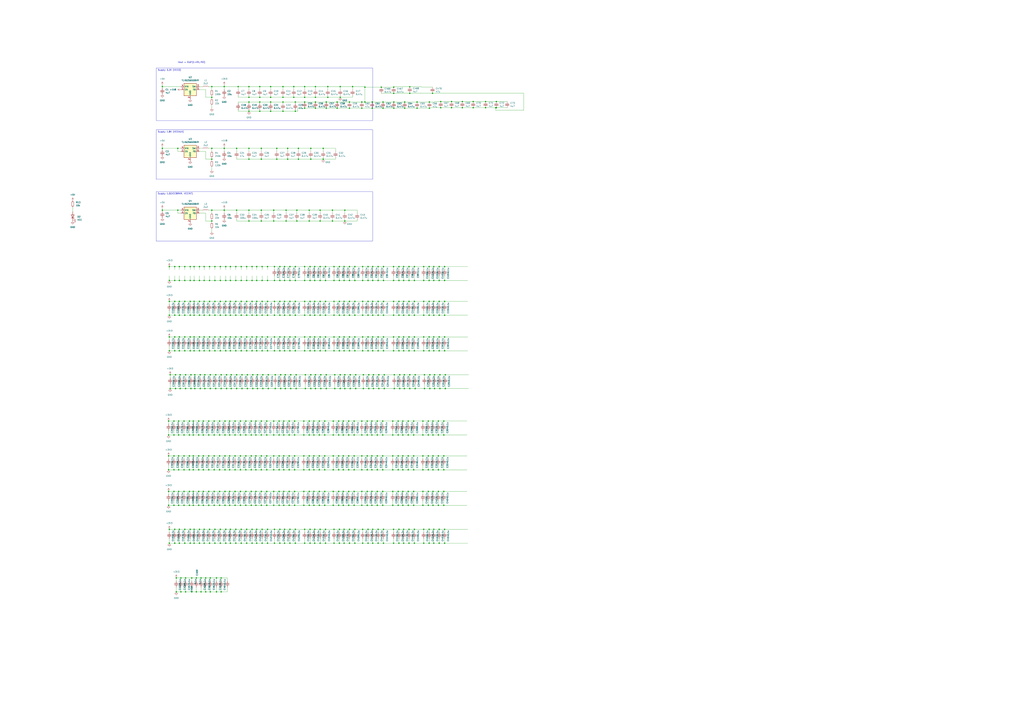
<source format=kicad_sch>
(kicad_sch (version 20231120) (generator "eeschema") (generator_version "8.0")
  (paper "A1")
  (junction (at 257.81 374.65))
  (junction (at 259.08 80.01))
  (junction (at 274.32 288.29))
  (junction (at 283.21 307.975))
  (junction (at 156.21 446.405))
  (junction (at 314.96 434.975))
  (junction (at 144.145 307.975))
  (junction (at 242.57 434.975))
  (junction (at 171.45 386.08))
  (junction (at 306.705 319.405))
  (junction (at 222.25 91.44))
  (junction (at 342.519 88.9))
  (junction (at 365.125 219.075))
  (junction (at 306.705 307.975))
  (junction (at 201.93 415.29))
  (junction (at 361.315 307.975))
  (junction (at 310.515 219.075))
  (junction (at 356.235 230.505))
  (junction (at 219.71 219.075))
  (junction (at 225.425 276.86))
  (junction (at 215.9 319.405))
  (junction (at 176.53 434.975))
  (junction (at 262.255 357.505))
  (junction (at 267.335 230.505))
  (junction (at 323.215 247.65))
  (junction (at 306.07 230.505))
  (junction (at 177.8 474.98))
  (junction (at 175.895 386.08))
  (junction (at 219.71 446.405))
  (junction (at 203.2 307.975))
  (junction (at 151.13 415.29))
  (junction (at 238.125 288.29))
  (junction (at 210.82 276.86))
  (junction (at 233.68 219.075))
  (junction (at 152.4 319.405))
  (junction (at 310.515 288.29))
  (junction (at 327.66 247.65))
  (junction (at 365.125 247.65))
  (junction (at 356.235 219.075))
  (junction (at 278.13 415.29))
  (junction (at 356.235 434.975))
  (junction (at 204.47 83.82))
  (junction (at 230.505 319.405))
  (junction (at 180.975 446.405))
  (junction (at 146.05 121.92))
  (junction (at 322.58 346.075))
  (junction (at 165.1 474.98))
  (junction (at 360.68 247.65))
  (junction (at 198.12 434.975))
  (junction (at 202.565 446.405))
  (junction (at 233.045 346.075))
  (junction (at 181.61 319.405))
  (junction (at 213.36 80.01))
  (junction (at 204.47 172.72))
  (junction (at 282.575 259.08))
  (junction (at 243.205 319.405))
  (junction (at 241.935 415.29))
  (junction (at 155.575 374.65))
  (junction (at 254.635 276.86))
  (junction (at 204.47 71.12))
  (junction (at 168.91 486.41))
  (junction (at 257.81 346.075))
  (junction (at 278.13 346.075))
  (junction (at 234.95 172.72))
  (junction (at 297.18 386.08))
  (junction (at 254.635 446.405))
  (junction (at 347.98 259.08))
  (junction (at 254 386.08))
  (junction (at 262.255 346.075))
  (junction (at 297.815 230.505))
  (junction (at 340.36 230.505))
  (junction (at 327.025 403.86))
  (junction (at 238.76 307.975))
  (junction (at 160.02 307.975))
  (junction (at 298.45 307.975))
  (junction (at 287.02 219.075))
  (junction (at 331.47 434.975))
  (junction (at 286.385 346.075))
  (junction (at 250.19 276.86))
  (junction (at 243.84 181.61))
  (junction (at 229.235 415.29))
  (junction (at 168.275 319.405))
  (junction (at 282.575 230.505))
  (junction (at 193.675 446.405))
  (junction (at 360.045 415.29))
  (junction (at 297.815 276.86))
  (junction (at 237.49 374.65))
  (junction (at 197.485 403.86))
  (junction (at 254.635 219.075))
  (junction (at 335.28 346.075))
  (junction (at 237.49 386.08))
  (junction (at 181.61 486.41))
  (junction (at 173.99 130.81))
  (junction (at 151.13 374.65))
  (junction (at 278.765 288.29))
  (junction (at 159.385 219.075))
  (junction (at 233.68 434.975))
  (junction (at 327.025 386.08))
  (junction (at 171.45 346.075))
  (junction (at 147.32 230.505))
  (junction (at 156.21 259.08))
  (junction (at 301.625 415.29))
  (junction (at 232.41 83.82))
  (junction (at 347.345 357.505))
  (junction (at 155.575 386.08))
  (junction (at 139.065 230.505))
  (junction (at 287.655 319.405))
  (junction (at 327.66 276.86))
  (junction (at 188.595 374.65))
  (junction (at 243.84 172.72))
  (junction (at 173.99 80.01))
  (junction (at 340.36 259.08))
  (junction (at 142.875 357.505))
  (junction (at 254.635 259.08))
  (junction (at 176.53 288.29))
  (junction (at 407.67 88.519))
  (junction (at 193.04 386.08))
  (junction (at 143.51 219.075))
  (junction (at 198.12 259.08))
  (junction (at 407.162 88.519))
  (junction (at 185.42 259.08))
  (junction (at 305.435 346.075))
  (junction (at 146.685 346.075))
  (junction (at 198.12 230.505))
  (junction (at 352.425 288.29))
  (junction (at 225.425 219.075))
  (junction (at 232.41 91.44))
  (junction (at 142.875 415.29))
  (junction (at 302.26 247.65))
  (junction (at 249.555 357.505))
  (junction (at 342.519 83.82))
  (junction (at 340.36 434.975))
  (junction (at 167.64 276.86))
  (junction (at 193.675 434.975))
  (junction (at 364.49 386.08))
  (junction (at 305.689 83.82))
  (junction (at 188.595 357.505))
  (junction (at 347.345 386.08))
  (junction (at 146.685 403.86))
  (junction (at 351.79 374.65))
  (junction (at 233.68 259.08))
  (junction (at 297.815 247.65))
  (junction (at 211.455 319.405))
  (junction (at 254 172.72))
  (junction (at 297.18 403.86))
  (junction (at 269.24 80.01))
  (junction (at 143.51 446.405))
  (junction (at 198.12 276.86))
  (junction (at 282.575 446.405))
  (junction (at 188.595 415.29))
  (junction (at 259.08 71.12))
  (junction (at 241.935 374.65))
  (junction (at 186.055 307.975))
  (junction (at 314.96 288.29))
  (junction (at 139.065 288.29))
  (junction (at 176.53 230.505))
  (junction (at 202.565 434.975))
  (junction (at 186.055 319.405))
  (junction (at 180.34 346.075))
  (junction (at 301.625 403.86))
  (junction (at 289.56 71.12))
  (junction (at 281.94 346.075))
  (junction (at 302.26 259.08))
  (junction (at 262.255 386.08))
  (junction (at 323.342 76.708))
  (junction (at 214.63 374.65))
  (junction (at 290.83 346.075))
  (junction (at 167.005 357.505))
  (junction (at 274.955 307.975))
  (junction (at 259.08 319.405))
  (junction (at 287.02 230.505))
  (junction (at 152.4 474.98))
  (junction (at 219.71 288.29))
  (junction (at 332.105 319.405))
  (junction (at 157.48 474.98))
  (junction (at 310.515 434.975))
  (junction (at 156.21 434.975))
  (junction (at 163.195 346.075))
  (junction (at 347.345 374.65))
  (junction (at 314.96 247.65))
  (junction (at 238.125 230.505))
  (junction (at 249.555 403.86))
  (junction (at 207.01 219.075))
  (junction (at 151.765 288.29))
  (junction (at 151.765 434.975))
  (junction (at 173.99 71.12))
  (junction (at 398.78 88.519))
  (junction (at 302.26 288.29))
  (junction (at 156.845 307.975))
  (junction (at 197.485 415.29))
  (junction (at 286.385 403.86))
  (junction (at 360.68 446.405))
  (junction (at 347.98 446.405))
  (junction (at 365.76 319.405))
  (junction (at 302.26 446.405))
  (junction (at 266.7 357.505))
  (junction (at 257.81 403.86))
  (junction (at 167.64 259.08))
  (junction (at 177.8 486.41))
  (junction (at 158.75 403.86))
  (junction (at 305.689 88.9))
  (junction (at 335.915 219.075))
  (junction (at 213.36 83.82))
  (junction (at 180.34 357.505))
  (junction (at 352.679 83.82))
  (junction (at 305.435 386.08))
  (junction (at 214.63 130.81))
  (junction (at 267.97 88.9))
  (junction (at 193.04 415.29))
  (junction (at 167.64 446.405))
  (junction (at 206.375 386.08))
  (junction (at 297.18 346.075))
  (junction (at 287.02 288.29))
  (junction (at 291.465 219.075))
  (junction (at 147.32 446.405))
  (junction (at 267.335 288.29))
  (junction (at 175.895 415.29))
  (junction (at 335.915 259.08))
  (junction (at 158.75 357.505))
  (junction (at 331.47 446.405))
  (junction (at 219.71 276.86))
  (junction (at 267.335 434.975))
  (junction (at 167.005 374.65))
  (junction (at 159.385 259.08))
  (junction (at 287.02 276.86))
  (junction (at 193.675 247.65))
  (junction (at 163.83 259.08))
  (junction (at 172.085 230.505))
  (junction (at 273.05 181.61))
  (junction (at 365.125 259.08))
  (junction (at 242.57 219.075))
  (junction (at 347.98 276.86))
  (junction (at 314.96 259.08))
  (junction (at 323.215 219.075))
  (junction (at 262.89 230.505))
  (junction (at 146.685 357.505))
  (junction (at 222.25 83.82))
  (junction (at 287.02 446.405))
  (junction (at 133.35 121.92))
  (junction (at 327.025 357.505))
  (junction (at 262.89 276.86))
  (junction (at 172.72 474.98))
  (junction (at 302.26 276.86))
  (junction (at 274.32 247.65))
  (junction (at 238.125 446.405))
  (junction (at 203.2 319.405))
  (junction (at 323.342 71.628))
  (junction (at 278.13 386.08))
  (junction (at 214.63 403.86))
  (junction (at 139.065 247.65))
  (junction (at 201.93 357.505))
  (junction (at 331.47 288.29))
  (junction (at 351.79 346.075))
  (junction (at 278.765 247.65))
  (junction (at 184.15 121.92))
  (junction (at 297.815 288.29))
  (junction (at 262.89 247.65))
  (junction (at 204.47 181.61))
  (junction (at 314.579 88.9))
  (junction (at 238.125 247.65))
  (junction (at 241.3 80.01))
  (junction (at 355.6 415.29))
  (junction (at 266.7 386.08))
  (junction (at 263.525 307.975))
  (junction (at 335.28 415.29))
  (junction (at 151.13 386.08))
  (junction (at 254 374.65))
  (junction (at 274.32 230.505))
  (junction (at 172.72 486.41))
  (junction (at 177.165 319.405))
  (junction (at 314.96 219.075))
  (junction (at 225.425 434.975))
  (junction (at 301.625 357.505))
  (junction (at 167.64 230.505))
  (junction (at 379.73 83.439))
  (junction (at 250.825 307.975))
  (junction (at 301.625 346.075))
  (junction (at 323.215 446.405))
  (junction (at 309.88 403.86))
  (junction (at 309.88 415.29))
  (junction (at 347.98 247.65))
  (junction (at 144.145 319.405))
  (junction (at 189.865 319.405))
  (junction (at 229.235 374.65))
  (junction (at 355.6 374.65))
  (junction (at 278.765 230.505))
  (junction (at 161.29 474.98))
  (junction (at 250.19 259.08))
  (junction (at 365.125 276.86))
  (junction (at 286.385 357.505))
  (junction (at 305.435 357.505))
  (junction (at 347.98 219.075))
  (junction (at 185.42 247.65))
  (junction (at 360.68 259.08))
  (junction (at 204.47 91.44))
  (junction (at 224.79 403.86))
  (junction (at 274.955 319.405))
  (junction (at 138.43 346.075))
  (junction (at 245.11 121.92))
  (junction (at 305.435 403.86))
  (junction (at 259.08 307.975))
  (junction (at 353.06 319.405))
  (junction (at 348.615 319.405))
  (junction (at 262.89 172.72))
  (junction (at 241.935 357.505))
  (junction (at 215.9 307.975))
  (junction (at 311.15 319.405))
  (junction (at 207.01 446.405))
  (junction (at 323.85 307.975))
  (junction (at 279.4 319.405))
  (junction (at 267.335 446.405))
  (junction (at 185.42 434.975))
  (junction (at 172.085 446.405))
  (junction (at 283.21 172.72))
  (junction (at 238.125 276.86))
  (junction (at 250.19 71.12))
  (junction (at 287.02 259.08))
  (junction (at 328.295 319.405))
  (junction (at 227.33 121.92))
  (junction (at 360.045 403.86))
  (junction (at 151.765 247.65))
  (junction (at 175.895 374.65))
  (junction (at 161.29 486.41))
  (junction (at 172.085 247.65))
  (junction (at 330.835 357.505))
  (junction (at 250.19 247.65))
  (junction (at 156.21 230.505))
  (junction (at 185.42 219.075))
  (junction (at 238.125 434.975))
  (junction (at 302.895 319.405))
  (junction (at 206.375 374.65))
  (junction (at 139.7 307.975))
  (junction (at 291.465 247.65))
  (junction (at 352.425 230.505))
  (junction (at 160.02 319.405))
  (junction (at 224.79 374.65))
  (junction (at 314.325 374.65))
  (junction (at 219.075 346.075))
  (junction (at 276.86 88.9))
  (junction (at 339.725 374.65))
  (junction (at 189.865 307.975))
  (junction (at 219.71 247.65))
  (junction (at 243.205 307.975))
  (junction (at 238.125 259.08))
  (junction (at 163.195 403.86))
  (junction (at 184.785 403.86))
  (junction (at 278.13 357.505))
  (junction (at 360.68 434.975))
  (junction (at 297.18 83.82))
  (junction (at 173.99 172.72))
  (junction (at 229.87 288.29))
  (junction (at 238.125 219.075))
  (junction (at 398.78 83.439))
  (junction (at 347.345 403.86))
  (junction (at 249.555 346.075))
  (junction (at 323.469 88.9))
  (junction (at 348.615 307.975))
  (junction (at 361.315 319.405))
  (junction (at 233.045 403.86))
  (junction (at 236.22 130.81))
  (junction (at 365.125 434.975))
  (junction (at 262.89 259.08))
  (junction (at 335.915 276.86))
  (junction (at 335.915 446.405))
  (junction (at 229.87 259.08))
  (junction (at 351.79 415.29))
  (junction (at 181.61 307.975))
  (junction (at 237.49 415.29))
  (junction (at 151.765 276.86))
  (junction (at 309.88 386.08))
  (junction (at 214.63 181.61))
  (junction (at 156.845 319.405))
  (junction (at 339.725 386.08))
  (junction (at 322.58 357.505))
  (junction (at 290.83 386.08))
  (junction (at 282.575 247.65))
  (junction (at 323.85 319.405))
  (junction (at 254 415.29))
  (junction (at 193.675 219.075))
  (junction (at 172.085 276.86))
  (junction (at 242.57 83.82))
  (junction (at 281.94 403.86))
  (junction (at 159.385 230.505))
  (junction (at 164.465 307.975))
  (junction (at 327.025 374.65))
  (junction (at 151.13 403.86))
  (junction (at 188.595 386.08))
  (junction (at 189.23 219.075))
  (junction (at 204.47 80.01))
  (junction (at 143.51 259.08))
  (junction (at 242.57 276.86))
  (junction (at 274.32 276.86))
  (junction (at 278.765 446.405))
  (junction (at 159.385 276.86))
  (junction (at 355.6 386.08))
  (junction (at 287.655 307.975))
  (junction (at 206.375 415.29))
  (junction (at 172.72 319.405))
  (junction (at 163.195 386.08))
  (junction (at 210.82 288.29))
  (junction (at 197.485 357.505))
  (junction (at 257.81 357.505))
  (junction (at 310.515 247.65))
  (junction (at 138.43 403.86))
  (junction (at 168.91 474.98))
  (junction (at 180.975 434.975))
  (junction (at 225.425 247.65))
  (junction (at 138.43 415.29))
  (junction (at 155.575 357.505))
  (junction (at 147.32 219.075))
  (junction (at 233.045 357.505))
  (junction (at 147.32 434.975))
  (junction (at 281.94 374.65))
  (junction (at 355.6 403.86))
  (junction (at 305.435 374.65))
  (junction (at 142.875 346.075))
  (junction (at 297.815 219.075))
  (junction (at 262.89 219.075))
  (junction (at 233.68 288.29))
  (junction (at 214.63 121.92))
  (junction (at 233.045 386.08))
  (junction (at 171.45 403.86))
  (junction (at 291.465 276.86))
  (junction (at 291.465 230.505))
  (junction (at 297.18 88.9))
  (junction (at 207.01 288.29))
  (junction (at 225.425 446.405))
  (junction (at 176.53 247.65))
  (junction (at 233.045 374.65))
  (junction (at 332.359 83.82))
  (junction (at 184.785 357.505))
  (junction (at 176.53 219.075))
  (junction (at 292.1 319.405))
  (junction (at 233.68 446.405))
  (junction (at 167.64 288.29))
  (junction (at 336.55 76.708))
  (junction (at 206.375 357.505))
  (junction (at 340.36 288.29))
  (junction (at 215.265 288.29))
  (junction (at 207.01 230.505))
  (junction (at 184.785 386.08))
  (junction (at 322.58 415.29))
  (junction (at 213.36 91.44))
  (junction (at 241.935 346.075))
  (junction (at 147.32 247.65))
  (junction (at 210.185 403.86))
  (junction (at 222.25 80.01))
  (junction (at 250.19 83.82))
  (junction (at 327.66 230.505))
  (junction (at 257.81 415.29))
  (junction (at 274.32 434.975))
  (junction (at 171.45 374.65))
  (junction (at 255.27 307.975))
  (junction (at 184.785 374.65))
  (junction (at 364.49 415.29))
  (junction (at 250.19 434.975))
  (junction (at 347.98 434.975))
  (junction (at 155.575 346.075))
  (junction (at 297.815 446.405))
  (junction (at 250.19 88.9))
  (junction (at 157.48 486.41))
  (junction (at 309.88 357.505))
  (junction (at 360.68 230.505))
  (junction (at 151.765 259.08))
  (junction (at 163.83 219.075))
  (junction (at 210.185 386.08))
  (junction (at 219.075 386.08))
  (junction (at 250.825 319.405))
  (junction (at 370.84 88.519))
  (junction (at 230.505 307.975))
  (junction (at 237.49 357.505))
  (junction (at 356.235 247.65))
  (junction (at 314.579 83.82))
  (junction (at 283.21 319.405))
  (junction (at 138.43 357.505))
  (junction (at 309.88 374.65))
  (junction (at 168.275 307.975))
  (junction (at 364.49 403.86))
  (junction (at 347.345 415.29))
  (junction (at 201.93 346.075))
  (junction (at 163.195 357.505))
  (junction (at 172.085 434.975))
  (junction (at 165.1 486.41))
  (junction (at 156.21 276.86))
  (junction (at 360.68 276.86))
  (junction (at 193.04 357.505))
  (junction (at 290.83 374.65))
  (junction (at 176.53 259.08))
  (junction (at 146.685 374.65))
  (junction (at 180.975 276.86))
  (junction (at 155.575 415.29))
  (junction (at 332.359 88.9))
  (junction (at 204.47 121.92))
  (junction (at 167.005 386.08))
  (junction (at 327.66 288.29))
  (junction (at 356.87 307.975))
  (junction (at 210.82 230.505))
  (junction (at 388.62 88.519))
  (junction (at 155.575 403.86))
  (junction (at 388.62 83.439))
  (junction (at 147.32 288.29))
  (junction (at 210.185 415.29))
  (junction (at 266.7 346.075))
  (junction (at 273.05 172.72))
  (junction (at 254.635 247.65))
  (junction (at 339.725 357.505))
  (junction (at 352.425 446.405))
  (junction (at 249.555 415.29))
  (junction (at 167.64 247.65))
  (junction (at 219.075 374.65))
  (junction (at 202.565 288.29))
  (junction (at 139.7 319.405))
  (junction (at 311.15 307.975))
  (junction (at 327.66 259.08))
  (junction (at 255.27 319.405))
  (junction (at 286.385 386.08))
  (junction (at 159.385 434.975))
  (junction (at 229.87 247.65))
  (junction (at 226.06 319.405))
  (junction (at 189.23 434.975))
  (junction (at 227.33 130.81))
  (junction (at 352.425 276.86))
  (junction (at 147.32 276.86))
  (junction (at 176.53 276.86))
  (junction (at 314.96 446.405))
  (junction (at 298.45 319.405))
  (junction (at 335.28 386.08))
  (junction (at 139.065 434.975))
  (junction (at 306.07 434.975))
  (junction (at 238.76 319.405))
  (junction (at 340.995 319.405))
  (junction (at 146.05 172.72))
  (junction (at 314.325 346.075))
  (junction (at 180.975 288.29))
  (junction (at 142.875 374.65))
  (junction (at 159.385 247.65))
  (junction (at 335.28 403.86))
  (junction (at 193.04 403.86))
  (junction (at 152.4 486.41))
  (junction (at 185.42 230.505))
  (junction (at 175.895 346.075))
  (junction (at 347.98 288.29))
  (junction (at 229.87 446.405))
  (junction (at 266.7 415.29))
  (junction (at 250.19 219.075))
  (junction (at 291.465 446.405))
  (junction (at 198.755 307.975))
  (junction (at 245.11 130.81))
  (junction (at 202.565 230.505))
  (junction (at 310.515 259.08))
  (junction (at 133.35 71.12))
  (junction (at 250.19 288.29))
  (junction (at 219.075 415.29))
  (junction (at 365.125 446.405))
  (junction (at 360.045 346.075))
  (junction (at 365.125 288.29))
  (junction (at 158.75 374.65))
  (junction (at 163.83 276.86))
  (junction (at 163.83 434.975))
  (junction (at 214.63 172.72))
  (junction (at 322.58 386.08))
  (junction (at 351.79 403.86))
  (junction (at 335.915 247.65))
  (junction (at 241.935 386.08))
  (junction (at 194.31 172.72))
  (junction (at 158.75 346.075))
  (junction (at 302.26 219.075))
  (junction (at 331.47 230.505))
  (junction (at 276.86 83.82))
  (junction (at 211.455 307.975))
  (junction (at 356.235 446.405))
  (junction (at 219.71 259.08))
  (junction (at 224.79 415.29))
  (junction (at 361.95 88.519))
  (junction (at 330.835 346.075))
  (junction (at 215.265 259.08))
  (junction (at 356.235 288.29))
  (junction (at 327.66 434.975))
  (junction (at 278.765 219.075))
  (junction (at 181.61 474.98))
  (junction (at 309.88 346.075))
  (junction (at 167.64 434.975))
  (junction (at 290.83 403.86))
  (junction (at 302.26 230.505))
  (junction (at 352.679 88.9))
  (junction (at 323.215 259.08))
  (junction (at 229.235 386.08))
  (junction (at 263.525 319.405))
  (junction (at 202.565 259.08))
  (junction (at 148.59 486.41))
  (junction (at 151.765 219.075))
  (junction (at 287.02 247.65))
  (junction (at 133.35 172.72))
  (junction (at 355.6 346.075))
  (junction (at 189.23 288.29))
  (junction (at 315.595 307.975))
  (junction (at 142.875 386.08))
  (junction (at 204.47 130.81))
  (junction (at 292.1 307.975))
  (junction (at 258.445 446.405))
  (junction (at 262.89 181.61))
  (junction (at 331.47 219.075))
  (junction (at 274.32 446.405))
  (junction (at 279.4 80.01))
  (junction (at 139.065 259.08))
  (junction (at 215.265 247.65))
  (junction (at 220.345 319.405))
  (junction (at 147.955 319.405))
  (junction (at 254 346.075))
  (junction (at 250.19 230.505))
  (junction (at 262.255 374.65))
  (junction (at 197.485 386.08))
  (junction (at 330.835 386.08))
  (junction (at 219.075 357.505))
  (junction (at 143.51 247.65))
  (junction (at 297.815 259.08))
  (junction (at 195.58 71.12))
  (junction (at 188.595 403.86))
  (junction (at 198.755 319.405))
  (junction (at 214.63 386.08))
  (junction (at 299.72 71.628))
  (junction (at 273.685 415.29))
  (junction (at 198.12 288.29))
  (junction (at 330.835 374.65))
  (junction (at 189.23 230.505))
  (junction (at 258.445 288.29))
  (junction (at 336.55 319.405))
  (junction (at 232.41 80.01))
  (junction (at 250.19 446.405))
  (junction (at 206.375 346.075))
  (junction (at 370.84 83.439))
  (junction (at 171.45 357.505))
  (junction (at 194.31 319.405))
  (junction (at 336.55 307.975))
  (junction (at 180.975 247.65))
  (junction (at 225.425 288.29))
  (junction (at 306.07 259.08))
  (junction (at 148.59 474.98))
  (junction (at 265.43 130.81))
  (junction (at 207.01 434.975))
  (junction (at 278.765 434.975))
  (junction (at 237.49 346.075))
  (junction (at 332.105 307.975))
  (junction (at 242.57 247.65))
  (junction (at 232.41 71.12))
  (junction (at 249.555 374.65))
  (junction (at 210.185 374.65))
  (junction (at 241.935 403.86))
  (junction (at 213.36 71.12))
  (junction (at 144.78 486.41))
  (junction (at 351.79 357.505))
  (junction (at 306.07 276.86))
  (junction (at 206.375 403.86))
  (junction (at 282.575 434.975))
  (junction (at 142.875 403.86))
  (junction (at 360.68 219.075))
  (junction (at 224.79 386.08))
  (junction (at 352.425 434.975))
  (junction (at 282.575 288.29))
  (junction (at 164.465 319.405))
  (junction (at 242.57 91.44))
  (junction (at 177.165 307.975))
  (junction (at 258.445 434.975))
  (junction (at 215.265 434.975))
  (junction (at 189.23 247.65))
  (junction (at 306.07 219.075))
  (junction (at 269.24 71.12))
  (junction (at 224.79 346.075))
  (junction (at 198.12 446.405))
  (junction (at 266.7 403.86))
  (junction (at 226.06 307.975))
  (junction (at 259.08 83.82))
  (junction (at 360.045 357.505))
  (junction (at 327.025 415.29))
  (junction (at 163.83 247.65))
  (junction (at 310.515 230.505))
  (junction (at 287.02 88.9))
  (junction (at 214.63 357.505))
  (junction (at 188.595 346.075))
  (junction (at 242.57 446.405))
  (junction (at 234.315 307.975))
  (junction (at 184.15 71.12))
  (junction (at 291.465 434.975))
  (junction (at 156.21 219.075))
  (junction (at 172.72 307.975))
  (junction (at 193.04 346.075))
  (junction (at 193.675 288.29))
  (junction (at 314.325 415.29))
  (junction (at 335.915 230.505))
  (junction (at 279.4 307.975))
  (junction (at 198.12 219.075))
  (junction (at 146.685 415.29))
  (junction (at 301.625 374.65))
  (junction (at 266.7 374.65))
  (junction (at 347.345 346.075))
  (junction (at 229.87 276.86))
  (junction (at 356.235 259.08))
  (junction (at 255.27 130.81))
  (junction (at 365.125 230.505))
  (junction (at 242.57 288.29))
  (junction (at 222.25 71.12))
  (junction (at 215.265 230.505))
  (junction (at 151.765 230.505))
  (junction (at 365.76 307.975))
  (junction (at 146.685 386.08))
  (junction (at 167.64 219.075))
  (junction (at 323.215 230.505))
  (junction (at 286.385 415.29))
  (junction (at 273.685 374.65))
  (junction (at 215.265 219.075))
  (junction (at 339.725 415.29))
  (junction (at 364.49 374.65))
  (junction (at 215.265 446.405))
  (junction (at 207.01 247.65))
  (junction (at 234.315 319.405))
  (junction (at 138.43 386.08))
  (junction (at 163.195 415.29))
  (junction (at 147.32 259.08))
  (junction (at 282.575 276.86))
  (junction (at 297.18 374.65))
  (junction (at 323.469 83.82))
  (junction (at 163.83 446.405))
  (junction (at 207.01 276.86))
  (junction (at 255.27 121.92))
  (junction (at 236.22 121.92))
  (junction (at 330.835 415.29))
  (junction (at 278.13 374.65))
  (junction (at 233.045 415.29))
  (junction (at 339.725 346.075))
  (junction (at 176.53 446.405))
  (junction (at 287.02 434.975))
  (junction (at 225.425 259.08))
  (junction (at 290.83 357.505))
  (junction (at 327.025 346.075))
  (junction (at 265.43 121.92))
  (junction (at 351.79 386.08))
  (junction (at 355.6 357.505))
  (junction (at 207.01 259.08))
  (junction (at 233.68 247.65))
  (junction (at 193.675 259.08))
  (junction (at 233.68 230.505))
  (junction (at 210.82 434.975))
  (junction (at 291.465 259.08))
  (junction (at 282.575 219.075))
  (junction (at 219.71 230.505))
  (junction (at 249.555 386.08))
  (junction (at 262.89 446.405))
  (junction (at 287.02 83.82))
  (junction (at 258.445 276.86))
  (junction (at 229.87 219.075))
  (junction (at 156.21 288.29))
  (junction (at 163.83 288.29))
  (junction (at 210.185 357.505))
  (junction (at 207.645 319.405))
  (junction (at 379.73 88.519))
  (junction (at 322.58 374.65))
  (junction (at 356.87 319.405))
  (junction (at 185.42 446.405))
  (junction (at 219.075 403.86))
  (junction (at 314.325 386.08))
  (junction (at 297.18 415.29))
  (junction (at 163.83 230.505))
  (junction (at 273.685 357.505))
  (junction (at 180.34 386.08))
  (junction (at 189.23 276.86))
  (junction (at 184.15 172.72))
  (junction (at 259.08 88.9))
  (junction (at 159.385 446.405))
  (junction (at 356.235 276.86))
  (junction (at 185.42 276.86))
  (junction (at 258.445 247.65))
  (junction (at 143.51 434.975))
  (junction (at 242.57 230.505))
  (junction (at 234.95 181.61))
  (junction (at 360.045 374.65))
  (junction (at 144.78 474.98))
  (junction (at 201.93 374.65))
  (junction (at 302.895 307.975))
  (junction (at 202.565 276.86))
  (junction (at 229.87 434.975))
  (junction (at 193.675 276.86))
  (junction (at 139.065 276.86))
  (junction (at 193.675 230.505))
  (junction (at 262.255 403.86))
  (junction (at 340.36 276.86))
  (junction (at 143.51 276.86))
  (junction (at 207.645 307.975))
  (junction (at 184.785 415.29))
  (junction (at 202.565 219.075))
  (junction (at 267.97 83.82))
  (junction (at 172.085 259.08))
  (junction (at 339.725 403.86))
  (junction (at 361.95 83.439))
  (junction (at 306.07 446.405))
  (junction (at 278.13 403.86))
  (junction (at 171.45 415.29))
  (junction (at 335.28 374.65))
  (junction (at 229.235 346.075))
  (junction (at 172.085 288.29))
  (junction (at 219.71 434.975))
  (junction (at 229.87 230.505))
  (junction (at 291.465 288.29))
  (junction (at 229.235 357.505))
  (junction (at 355.219 76.708))
  (junction (at 331.47 276.86))
  (junction (at 167.005 415.29))
  (junction (at 254 181.61))
  (junction (at 156.21 247.65))
  (junction (at 189.23 446.405))
  (junction (at 184.785 346.075))
  (junction (at 229.235 403.86))
  (junction (at 353.06 307.975))
  (junction (at 262.89 288.29))
  (junction (at 254 357.505))
  (junction (at 180.975 259.08))
  (junction (at 185.42 288.29))
  (junction (at 352.425 219.075))
  (junction (at 173.99 181.61))
  (junction (at 139.065 446.405))
  (junction (at 151.13 346.075))
  (junction (at 328.295 307.975))
  (junction (at 306.07 247.65))
  (junction (at 323.215 288.29))
  (junction (at 158.75 415.29))
  (junction (at 352.425 247.65))
  (junction (at 163.195 374.65))
  (junction (at 215.265 276.86))
  (junction (at 279.4 71.12))
  (junction (at 258.445 230.505))
  (junction (at 210.185 346.075))
  (junction (at 314.96 276.86))
  (junction (at 194.31 121.92))
  (junction (at 250.19 80.01))
  (junction (at 310.515 276.86))
  (junction (at 364.49 357.505))
  (junction (at 286.385 374.65))
  (junction (at 335.915 288.29))
  (junction (at 201.93 386.08))
  (junction (at 274.32 219.075))
  (junction (at 278.765 276.86))
  (junction (at 197.485 374.65))
  (junction (at 175.895 357.505))
  (junction (at 340.995 307.975))
  (junction (at 254.635 288.29))
  (junction (at 364.49 346.075))
  (junction (at 283.21 181.61))
  (junction (at 180.34 374.65))
  (junction (at 214.63 415.29))
  (junction (at 267.335 247.65))
  (junction (at 241.3 71.12))
  (junction (at 352.425 259.08))
  (junction (at 194.31 307.975))
  (junction (at 267.97 319.405))
  (junction (at 224.79 357.505))
  (junction (at 360.68 288.29))
  (junction (at 322.58 403.86))
  (junction (at 335.28 357.505))
  (junction (at 193.04 374.65))
  (junction (at 143.51 230.505))
  (junction (at 313.182 71.628))
  (junction (at 159.385 288.29))
  (junction (at 175.895 403.86))
  (junction (at 258.445 259.08))
  (junction (at 262.89 434.975))
  (junction (at 281.94 357.505))
  (junction (at 189.23 259.08))
  (junction (at 254.635 434.975))
  (junction (at 151.765 446.405))
  (junction (at 202.565 247.65))
  (junction (at 281.94 386.08))
  (junction (at 258.445 219.075))
  (junction (at 331.47 259.08))
  (junction (at 224.79 172.72))
  (junction (at 172.085 219.075))
  (junction (at 242.57 259.08))
  (junction (at 173.99 121.92))
  (junction (at 281.94 415.29))
  (junction (at 323.215 276.86))
  (junction (at 180.34 415.29))
  (junction (at 360.045 386.08))
  (junction (at 327.66 446.405))
  (junction (at 138.43 374.65))
  (junction (at 210.82 259.08))
  (junction (at 305.435 415.29))
  (junction (at 220.345 307.975))
  (junction (at 290.83 415.29))
  (junction (at 327.66 219.075))
  (junction (at 267.97 307.975))
  (junction (at 198.12 247.65))
  (junction (at 335.915 434.975))
  (junction (at 180.34 403.86))
  (junction (at 143.51 288.29))
  (junction (at 139.065 219.075))
  (junction (at 210.82 446.405))
  (junction (at 299.72 83.82))
  (junction (at 310.515 446.405))
  (junction (at 297.815 434.975))
  (junction (at 331.47 247.65))
  (junction (at 336.55 71.374))
  (junction (at 152.4 307.975))
  (junction (at 274.32 259.08))
  (junction (at 158.75 386.08))
  (junction (at 257.81 386.08))
  (junction (at 180.975 230.505))
  (junction (at 237.49 403.86))
  (junction (at 340.36 446.405))
  (junction (at 224.79 181.61))
  (junction (at 180.975 219.075))
  (junction (at 273.685 403.86))
  (junction (at 267.335 276.86))
  (junction (at 167.005 346.075))
  (junction (at 267.335 259.08))
  (junction (at 167.005 403.86))
  (junction (at 314.96 230.505))
  (junction (at 151.13 357.505))
  (junction (at 323.215 434.975))
  (junction (at 214.63 346.075))
  (junction (at 340.36 247.65))
  (junction (at 314.325 357.505))
  (junction (at 147.955 307.975))
  (junction (at 347.98 230.505))
  (junction (at 201.93 403.86))
  (junction (at 302.26 434.975))
  (junction (at 254.635 230.505))
  (junction (at 210.82 219.075))
  (junction (at 314.325 403.86))
  (junction (at 306.07 288.29))
  (junction (at 273.685 346.075))
  (junction (at 273.685 386.08))
  (junction (at 225.425 230.505))
  (junction (at 340.36 219.075))
  (junction (at 301.625 386.08))
  (junction (at 330.835 403.86))
  (junction (at 267.335 219.075))
  (junction (at 278.765 259.08))
  (junction (at 407.67 83.439))
  (junction (at 210.82 247.65))
  (junction (at 197.485 346.075))
  (junction (at 262.255 415.29))
  (junction (at 233.68 276.86))
  (junction (at 297.18 357.505))
  (junction (at 254 403.86))
  (junction (at 315.595 319.405))
  (wire (pts (xy 163.195 346.075) (xy 163.195 348.615)))
  (wire (pts (xy 327.025 403.86) (xy 327.025 406.4)))
  (wire (pts (xy 219.71 442.595) (xy 219.71 446.405)))
  (wire (pts (xy 310.515 247.65) (xy 314.96 247.65)))
  (wire (pts (xy 232.41 90.17) (xy 232.41 91.44)))
  (wire (pts (xy 230.505 307.975) (xy 230.505 310.515)))
  (wire (pts (xy 147.32 288.29) (xy 151.765 288.29)))
  (wire (pts (xy 160.02 319.405) (xy 164.465 319.405)))
  (wire (pts (xy 138.43 382.27) (xy 138.43 386.08)))
  (wire (pts (xy 180.975 276.86) (xy 185.42 276.86)))
  (wire (pts (xy 152.4 307.975) (xy 152.4 310.515)))
  (wire (pts (xy 193.675 226.695) (xy 193.675 230.505)))
  (wire (pts (xy 249.555 411.48) (xy 249.555 415.29)))
  (wire (pts (xy 167.64 226.695) (xy 167.64 230.505)))
  (wire (pts (xy 322.58 415.29) (xy 327.025 415.29)))
  (wire (pts (xy 151.13 386.08) (xy 155.575 386.08)))
  (wire (pts (xy 193.675 434.975) (xy 198.12 434.975)))
  (wire (pts (xy 233.045 374.65) (xy 237.49 374.65)))
  (wire (pts (xy 287.655 315.595) (xy 287.655 319.405)))
  (wire (pts (xy 310.515 284.48) (xy 310.515 288.29)))
  (wire (pts (xy 352.679 88.9) (xy 342.519 88.9)))
  (wire (pts (xy 291.465 276.86) (xy 297.815 276.86)))
  (wire (pts (xy 250.19 434.975) (xy 250.19 437.515)))
  (wire (pts (xy 266.7 415.29) (xy 273.685 415.29)))
  (wire (pts (xy 323.85 307.975) (xy 328.295 307.975)))
  (wire (pts (xy 348.615 307.975) (xy 348.615 310.515)))
  (wire (pts (xy 160.02 307.975) (xy 160.02 310.515)))
  (wire (pts (xy 176.53 226.695) (xy 176.53 230.505)))
  (wire (pts (xy 175.895 403.86) (xy 175.895 406.4)))
  (wire (pts (xy 364.49 411.48) (xy 364.49 415.29)))
  (wire (pts (xy 237.49 415.29) (xy 241.935 415.29)))
  (wire (pts (xy 238.125 446.405) (xy 242.57 446.405)))
  (wire (pts (xy 327.66 446.405) (xy 331.47 446.405)))
  (wire (pts (xy 287.655 307.975) (xy 292.1 307.975)))
  (wire (pts (xy 323.215 446.405) (xy 327.66 446.405)))
  (wire (pts (xy 202.565 276.86) (xy 207.01 276.86)))
  (wire (pts (xy 195.58 90.17) (xy 195.58 91.44)))
  (wire (pts (xy 219.71 284.48) (xy 219.71 288.29)))
  (wire (pts (xy 279.4 78.74) (xy 279.4 80.01)))
  (wire (pts (xy 188.595 353.695) (xy 188.595 357.505)))
  (wire (pts (xy 360.045 353.695) (xy 360.045 357.505)))
  (wire (pts (xy 214.63 129.54) (xy 214.63 130.81)))
  (wire (pts (xy 215.265 230.505) (xy 219.71 230.505)))
  (wire (pts (xy 335.28 346.075) (xy 339.725 346.075)))
  (wire (pts (xy 323.215 247.65) (xy 323.215 250.19)))
  (wire (pts (xy 282.575 226.695) (xy 282.575 230.505)))
  (wire (pts (xy 364.49 403.86) (xy 364.49 406.4)))
  (wire (pts (xy 254 374.65) (xy 254 377.19)))
  (wire (pts (xy 163.83 172.72) (xy 166.37 172.72)))
  (wire (pts (xy 293.37 180.34) (xy 293.37 181.61)))
  (wire (pts (xy 184.15 73.66) (xy 184.15 71.12)))
  (wire (pts (xy 143.51 442.595) (xy 143.51 446.405)))
  (wire (pts (xy 287.02 226.695) (xy 287.02 230.505)))
  (wire (pts (xy 138.43 357.505) (xy 142.875 357.505)))
  (wire (pts (xy 346.075 71.501) (xy 346.075 71.374)))
  (wire (pts (xy 335.915 442.595) (xy 335.915 446.405)))
  (wire (pts (xy 245.11 121.92) (xy 245.11 124.46)))
  (wire (pts (xy 229.87 276.86) (xy 229.87 279.4)))
  (wire (pts (xy 176.53 247.65) (xy 180.975 247.65)))
  (wire (pts (xy 331.47 259.08) (xy 335.915 259.08)))
  (wire (pts (xy 201.93 411.48) (xy 201.93 415.29)))
  (wire (pts (xy 360.045 403.86) (xy 364.49 403.86)))
  (wire (pts (xy 331.47 442.595) (xy 331.47 446.405)))
  (wire (pts (xy 273.685 403.86) (xy 278.13 403.86)))
  (wire (pts (xy 327.025 415.29) (xy 330.835 415.29)))
  (wire (pts (xy 339.725 374.65) (xy 347.345 374.65)))
  (wire (pts (xy 163.83 446.405) (xy 167.64 446.405)))
  (wire (pts (xy 171.45 357.505) (xy 175.895 357.505)))
  (wire (pts (xy 278.765 276.86) (xy 278.765 279.4)))
  (wire (pts (xy 167.64 259.08) (xy 172.085 259.08)))
  (wire (pts (xy 214.63 130.81) (xy 227.33 130.81)))
  (wire (pts (xy 327.66 230.505) (xy 331.47 230.505)))
  (wire (pts (xy 167.64 219.075) (xy 172.085 219.075)))
  (wire (pts (xy 282.575 288.29) (xy 287.02 288.29)))
  (wire (pts (xy 297.815 288.29) (xy 302.26 288.29)))
  (wire (pts (xy 193.675 219.075) (xy 198.12 219.075)))
  (wire (pts (xy 332.105 315.595) (xy 332.105 319.405)))
  (wire (pts (xy 267.335 230.505) (xy 274.32 230.505)))
  (wire (pts (xy 175.895 346.075) (xy 180.34 346.075)))
  (wire (pts (xy 139.7 307.975) (xy 144.145 307.975)))
  (wire (pts (xy 214.63 346.075) (xy 214.63 348.615)))
  (wire (pts (xy 281.94 374.65) (xy 281.94 377.19)))
  (wire (pts (xy 310.515 219.075) (xy 310.515 221.615)))
  (wire (pts (xy 262.255 346.075) (xy 262.255 348.615)))
  (wire (pts (xy 287.655 319.405) (xy 292.1 319.405)))
  (wire (pts (xy 175.895 353.695) (xy 175.895 357.505)))
  (wire (pts (xy 172.085 230.505) (xy 176.53 230.505)))
  (wire (pts (xy 281.94 411.48) (xy 281.94 415.29)))
  (wire (pts (xy 332.105 307.975) (xy 336.55 307.975)))
  (wire (pts (xy 249.555 386.08) (xy 254 386.08)))
  (wire (pts (xy 254.635 247.65) (xy 258.445 247.65)))
  (wire (pts (xy 314.325 415.29) (xy 322.58 415.29)))
  (wire (pts (xy 283.21 172.72) (xy 283.21 175.26)))
  (wire (pts (xy 332.105 319.405) (xy 336.55 319.405)))
  (wire (pts (xy 281.94 382.27) (xy 281.94 386.08)))
  (wire (pts (xy 222.25 71.12) (xy 232.41 71.12)))
  (wire (pts (xy 198.12 247.65) (xy 202.565 247.65)))
  (wire (pts (xy 360.68 219.075) (xy 365.125 219.075)))
  (wire (pts (xy 219.71 219.075) (xy 225.425 219.075)))
  (wire (pts (xy 207.01 230.505) (xy 210.82 230.505)))
  (wire (pts (xy 219.075 346.075) (xy 224.79 346.075)))
  (wire (pts (xy 171.45 403.86) (xy 171.45 406.4)))
  (wire (pts (xy 305.435 374.65) (xy 305.435 377.19)))
  (wire (pts (xy 147.32 284.48) (xy 147.32 288.29)))
  (wire (pts (xy 356.87 315.595) (xy 356.87 319.405)))
  (wire (pts (xy 167.005 382.27) (xy 167.005 386.08)))
  (wire (pts (xy 347.345 357.505) (xy 351.79 357.505)))
  (wire (pts (xy 146.685 346.075) (xy 146.685 348.615)))
  (wire (pts (xy 352.425 288.29) (xy 356.235 288.29)))
  (wire (pts (xy 360.045 403.86) (xy 360.045 406.4)))
  (wire (pts (xy 225.425 226.695) (xy 225.425 230.505)))
  (wire (pts (xy 287.02 88.9) (xy 276.86 88.9)))
  (wire (pts (xy 167.64 255.27) (xy 167.64 259.08)))
  (wire (pts (xy 323.469 83.82) (xy 332.359 83.82)))
  (wire (pts (xy 364.49 415.29) (xy 383.54 415.29)))
  (wire (pts (xy 168.275 307.975) (xy 168.275 310.515)))
  (wire (pts (xy 180.34 346.075) (xy 180.34 348.615)))
  (wire (pts (xy 139.065 276.86) (xy 139.065 279.4)))
  (wire (pts (xy 263.525 307.975) (xy 263.525 310.515)))
  (wire (pts (xy 219.075 403.86) (xy 224.79 403.86)))
  (wire (pts (xy 198.12 434.975) (xy 202.565 434.975)))
  (wire (pts (xy 302.26 276.86) (xy 306.07 276.86)))
  (wire (pts (xy 143.51 247.65) (xy 147.32 247.65)))
  (wire (pts (xy 142.875 346.075) (xy 142.875 348.615)))
  (wire (pts (xy 250.19 83.82) (xy 259.08 83.82)))
  (wire (pts (xy 197.485 346.075) (xy 197.485 348.615)))
  (wire (pts (xy 322.58 411.48) (xy 322.58 415.29)))
  (wire (pts (xy 204.47 172.72) (xy 214.63 172.72)))
  (wire (pts (xy 286.385 382.27) (xy 286.385 386.08)))
  (wire (pts (xy 254.635 446.405) (xy 258.445 446.405)))
  (wire (pts (xy 214.63 386.08) (xy 219.075 386.08)))
  (wire (pts (xy 214.63 357.505) (xy 219.075 357.505)))
  (wire (pts (xy 352.425 226.695) (xy 352.425 230.505)))
  (wire (pts (xy 250.19 276.86) (xy 254.635 276.86)))
  (wire (pts (xy 331.47 276.86) (xy 331.47 279.4)))
  (wire (pts (xy 233.045 382.27) (xy 233.045 386.08)))
  (wire (pts (xy 347.345 403.86) (xy 347.345 406.4)))
  (wire (pts (xy 168.275 307.975) (xy 172.72 307.975)))
  (wire (pts (xy 361.315 315.595) (xy 361.315 319.405)))
  (wire (pts (xy 360.68 434.975) (xy 360.68 437.515)))
  (wire (pts (xy 282.575 442.595) (xy 282.575 446.405)))
  (wire (pts (xy 225.425 276.86) (xy 225.425 279.4)))
  (wire (pts (xy 305.435 403.86) (xy 309.88 403.86)))
  (wire (pts (xy 180.975 226.695) (xy 180.975 230.505)))
  (wire (pts (xy 180.975 434.975) (xy 180.975 437.515)))
  (wire (pts (xy 159.385 442.595) (xy 159.385 446.405)))
  (wire (pts (xy 163.83 124.46) (xy 168.91 124.46)))
  (wire (pts (xy 177.165 307.975) (xy 177.165 310.515)))
  (wire (pts (xy 323.215 442.595) (xy 323.215 446.405)))
  (wire (pts (xy 180.34 415.29) (xy 184.785 415.29)))
  (wire (pts (xy 302.26 230.505) (xy 306.07 230.505)))
  (wire (pts (xy 282.575 219.075) (xy 287.02 219.075)))
  (wire (pts (xy 250.19 276.86) (xy 250.19 279.4)))
  (wire (pts (xy 225.425 219.075) (xy 229.87 219.075)))
  (wire (pts (xy 274.32 434.975) (xy 278.765 434.975)))
  (wire (pts (xy 278.13 382.27) (xy 278.13 386.08)))
  (wire (pts (xy 224.79 382.27) (xy 224.79 386.08)))
  (wire (pts (xy 309.88 382.27) (xy 309.88 386.08)))
  (wire (pts (xy 176.53 284.48) (xy 176.53 288.29)))
  (wire (pts (xy 193.04 357.505) (xy 197.485 357.505)))
  (wire (pts (xy 227.33 129.54) (xy 227.33 130.81)))
  (wire (pts (xy 327.66 276.86) (xy 327.66 279.4)))
  (wire (pts (xy 273.685 346.075) (xy 278.13 346.075)))
  (wire (pts (xy 262.255 415.29) (xy 266.7 415.29)))
  (wire (pts (xy 328.295 315.595) (xy 328.295 319.405)))
  (wire (pts (xy 267.335 219.075) (xy 267.335 221.615)))
  (wire (pts (xy 184.785 403.86) (xy 184.785 406.4)))
  (wire (pts (xy 233.68 247.65) (xy 233.68 250.19)))
  (wire (pts (xy 249.555 415.29) (xy 254 415.29)))
  (wire (pts (xy 327.66 434.975) (xy 331.47 434.975)))
  (wire (pts (xy 237.49 346.075) (xy 237.49 348.615)))
  (wire (pts (xy 250.825 315.595) (xy 250.825 319.405)))
  (wire (pts (xy 305.435 353.695) (xy 305.435 357.505)))
  (wire (pts (xy 171.45 411.48) (xy 171.45 415.29)))
  (wire (pts (xy 185.42 255.27) (xy 185.42 259.08)))
  (wire (pts (xy 213.36 71.12) (xy 213.36 73.66)))
  (wire (pts (xy 197.485 382.27) (xy 197.485 386.08)))
  (wire (pts (xy 180.34 357.505) (xy 184.785 357.505)))
  (wire (pts (xy 184.785 374.65) (xy 184.785 377.19)))
  (wire (pts (xy 193.04 411.48) (xy 193.04 415.29)))
  (wire (pts (xy 262.89 180.34) (xy 262.89 181.61)))
  (wire (pts (xy 297.815 247.65) (xy 302.26 247.65)))
  (wire (pts (xy 347.345 346.075) (xy 351.79 346.075)))
  (wire (pts (xy 139.7 315.595) (xy 139.7 319.405)))
  (wire (pts (xy 213.36 91.44) (xy 222.25 91.44)))
  (wire (pts (xy 242.57 230.505) (xy 250.19 230.505)))
  (wire (pts (xy 189.23 276.86) (xy 193.675 276.86)))
  (wire (pts (xy 184.15 121.92) (xy 194.31 121.92)))
  (wire (pts (xy 310.515 288.29) (xy 314.96 288.29)))
  (wire (pts (xy 314.96 442.595) (xy 314.96 446.405)))
  (wire (pts (xy 180.975 230.505) (xy 185.42 230.505)))
  (wire (pts (xy 213.36 90.17) (xy 213.36 91.44)))
  (wire (pts (xy 302.26 247.65) (xy 306.07 247.65)))
  (wire (pts (xy 311.15 307.975) (xy 311.15 310.515)))
  (wire (pts (xy 202.565 247.65) (xy 202.565 250.19)))
  (wire (pts (xy 352.425 219.075) (xy 352.425 221.615)))
  (wire (pts (xy 331.47 219.075) (xy 335.915 219.075)))
  (wire (pts (xy 168.91 124.46) (xy 168.91 130.81)))
  (wire (pts (xy 156.21 434.975) (xy 159.385 434.975)))
  (wire (pts (xy 159.385 434.975) (xy 159.385 437.515)))
  (wire (pts (xy 242.57 255.27) (xy 242.57 259.08)))
  (wire (pts (xy 148.59 175.26) (xy 146.05 175.26)))
  (wire (pts (xy 355.219 76.708) (xy 430.149 76.708)))
  (wire (pts (xy 142.875 415.29) (xy 146.685 415.29)))
  (wire (pts (xy 163.83 434.975) (xy 163.83 437.515)))
  (wire (pts (xy 168.91 130.81) (xy 173.99 130.81)))
  (wire (pts (xy 210.185 415.29) (xy 214.63 415.29)))
  (wire (pts (xy 210.185 346.075) (xy 214.63 346.075)))
  (wire (pts (xy 279.4 307.975) (xy 283.21 307.975)))
  (wire (pts (xy 155.575 403.86) (xy 158.75 403.86)))
  (wire (pts (xy 353.441 88.519) (xy 353.441 88.9)))
  (wire (pts (xy 348.615 307.975) (xy 353.06 307.975)))
  (wire (pts (xy 163.83 73.66) (xy 168.91 73.66)))
  (wire (pts (xy 188.595 357.505) (xy 193.04 357.505)))
  (wire (pts (xy 172.72 307.975) (xy 172.72 310.515)))
  (wire (pts (xy 172.72 474.98) (xy 177.8 474.98)))
  (wire (pts (xy 257.81 403.86) (xy 262.255 403.86)))
  (wire (pts (xy 287.02 259.08) (xy 291.465 259.08)))
  (wire (pts (xy 204.47 80.01) (xy 195.58 80.01)))
  (wire (pts (xy 310.515 276.86) (xy 314.96 276.86)))
  (wire (pts (xy 241.935 374.65) (xy 249.555 374.65)))
  (wire (pts (xy 158.75 346.075) (xy 158.75 348.615)))
  (wire (pts (xy 175.895 403.86) (xy 180.34 403.86)))
  (wire (pts (xy 290.83 386.08) (xy 297.18 386.08)))
  (wire (pts (xy 229.87 434.975) (xy 229.87 437.515)))
  (wire (pts (xy 355.6 411.48) (xy 355.6 415.29)))
  (wire (pts (xy 195.58 71.12) (xy 204.47 71.12)))
  (wire (pts (xy 360.68 230.505) (xy 365.125 230.505)))
  (wire (pts (xy 267.335 288.29) (xy 274.32 288.29)))
  (wire (pts (xy 356.997 83.439) (xy 361.95 83.439)))
  (wire (pts (xy 360.68 446.405) (xy 365.125 446.405)))
  (wire (pts (xy 133.35 172.72) (xy 146.05 172.72)))
  (wire (pts (xy 152.4 486.41) (xy 157.48 486.41)))
  (wire (pts (xy 171.45 346.075) (xy 171.45 348.615)))
  (wire (pts (xy 167.64 230.505) (xy 172.085 230.505)))
  (wire (pts (xy 237.49 346.075) (xy 241.935 346.075)))
  (wire (pts (xy 198.12 219.075) (xy 202.565 219.075)))
  (wire (pts (xy 188.595 386.08) (xy 193.04 386.08)))
  (wire (pts (xy 281.94 386.08) (xy 286.385 386.08)))
  (wire (pts (xy 229.235 346.075) (xy 229.235 348.615)))
  (wire (pts (xy 148.59 486.41) (xy 152.4 486.41)))
  (wire (pts (xy 155.575 374.65) (xy 158.75 374.65)))
  (wire (pts (xy 210.185 353.695) (xy 210.185 357.505)))
  (wire (pts (xy 352.425 255.27) (xy 352.425 259.08)))
  (wire (pts (xy 291.465 255.27) (xy 291.465 259.08)))
  (wire (pts (xy 347.98 276.86) (xy 352.425 276.86)))
  (wire (pts (xy 305.435 386.08) (xy 309.88 386.08)))
  (wire (pts (xy 356.87 307.975) (xy 356.87 310.515)))
  (wire (pts (xy 193.04 346.075) (xy 197.485 346.075)))
  (wire (pts (xy 335.915 434.975) (xy 340.36 434.975)))
  (wire (pts (xy 238.125 434.975) (xy 242.57 434.975)))
  (wire (pts (xy 242.57 446.405) (xy 250.19 446.405)))
  (wire (pts (xy 158.75 403.86) (xy 163.195 403.86)))
  (wire (pts (xy 262.255 382.27) (xy 262.255 386.08)))
  (wire (pts (xy 204.47 83.82) (xy 213.36 83.82)))
  (wire (pts (xy 287.02 247.65) (xy 287.02 250.19)))
  (wire (pts (xy 287.02 276.86) (xy 287.02 279.4)))
  (wire (pts (xy 340.36 276.86) (xy 340.36 279.4)))
  (wire (pts (xy 330.835 346.075) (xy 335.28 346.075)))
  (wire (pts (xy 306.705 307.975) (xy 311.15 307.975)))
  (wire (pts (xy 229.235 411.48) (xy 229.235 415.29)))
  (wire (pts (xy 322.58 382.27) (xy 322.58 386.08)))
  (wire (pts (xy 287.02 83.82) (xy 297.18 83.82)))
  (wire (pts (xy 161.29 486.41) (xy 165.1 486.41)))
  (wire (pts (xy 250.19 230.505) (xy 254.635 230.505)))
  (wire (pts (xy 242.57 83.82) (xy 250.19 83.82)))
  (wire (pts (xy 242.57 288.29) (xy 250.19 288.29)))
  (wire (pts (xy 151.13 357.505) (xy 155.575 357.505)))
  (wire (pts (xy 278.765 219.075) (xy 282.575 219.075)))
  (wire (pts (xy 143.51 446.405) (xy 147.32 446.405)))
  (wire (pts (xy 282.575 255.27) (xy 282.575 259.08)))
  (wire (pts (xy 291.465 446.405) (xy 297.815 446.405)))
  (wire (pts (xy 269.24 80.01) (xy 259.08 80.01)))
  (wire (pts (xy 306.07 276.86) (xy 306.07 279.4)))
  (wire (pts (xy 340.36 442.595) (xy 340.36 446.405)))
  (wire (pts (xy 323.215 276.86) (xy 327.66 276.86)))
  (wire (pts (xy 177.165 319.405) (xy 181.61 319.405)))
  (wire (pts (xy 224.79 415.29) (xy 229.235 415.29)))
  (wire (pts (xy 297.18 346.075) (xy 301.625 346.075)))
  (wire (pts (xy 274.32 247.65) (xy 274.32 250.19)))
  (wire (pts (xy 189.23 259.08) (xy 193.675 259.08)))
  (wire (pts (xy 301.625 415.29) (xy 305.435 415.29)))
  (wire (pts (xy 202.565 247.65) (xy 207.01 247.65)))
  (wire (pts (xy 193.675 434.975) (xy 193.675 437.515)))
  (wire (pts (xy 278.13 403.86) (xy 278.13 406.4)))
  (wire (pts (xy 360.68 219.075) (xy 360.68 221.615)))
  (wire (pts (xy 219.71 434.975) (xy 225.425 434.975)))
  (wire (pts (xy 250.19 284.48) (xy 250.19 288.29)))
  (wire (pts (xy 146.685 403.86) (xy 151.13 403.86)))
  (wire (pts (xy 229.87 230.505) (xy 233.68 230.505)))
  (wire (pts (xy 242.57 284.48) (xy 242.57 288.29)))
  (wire (pts (xy 238.125 247.65) (xy 242.57 247.65)))
  (wire (pts (xy 249.555 374.65) (xy 254 374.65)))
  (wire (pts (xy 266.7 346.075) (xy 266.7 348.615)))
  (wire (pts (xy 143.51 276.86) (xy 147.32 276.86)))
  (wire (pts (xy 197.485 374.65) (xy 197.485 377.19)))
  (wire (pts (xy 195.58 83.82) (xy 204.47 83.82)))
  (wire (pts (xy 306.07 247.65) (xy 310.515 247.65)))
  (wire (pts (xy 147.955 319.405) (xy 152.4 319.405)))
  (wire (pts (xy 340.36 284.48) (xy 340.36 288.29)))
  (wire (pts (xy 364.49 346.075) (xy 364.49 348.615)))
  (wire (pts (xy 163.83 121.92) (xy 166.37 121.92)))
  (wire (pts (xy 315.595 319.405) (xy 323.85 319.405)))
  (wire (pts (xy 249.555 403.86) (xy 249.555 406.4)))
  (wire (pts (xy 232.41 71.12) (xy 232.41 73.66)))
  (wire (pts (xy 243.84 172.72) (xy 254 172.72)))
  (wire (pts (xy 139.065 434.975) (xy 139.065 437.515)))
  (wire (pts (xy 142.875 386.08) (xy 146.685 386.08)))
  (wire (pts (xy 361.95 83.439) (xy 370.84 83.439)))
  (wire (pts (xy 222.25 80.01) (xy 213.36 80.01)))
  (wire (pts (xy 291.465 434.975) (xy 297.815 434.975)))
  (wire (pts (xy 249.555 374.65) (xy 249.555 377.19)))
  (wire (pts (xy 254.635 442.595) (xy 254.635 446.405)))
  (wire (pts (xy 214.63 172.72) (xy 224.79 172.72)))
  (wire (pts (xy 168.275 315.595) (xy 168.275 319.405)))
  (wire (pts (xy 159.385 276.86) (xy 159.385 279.4)))
  (wire (pts (xy 281.94 346.075) (xy 281.94 348.615)))
  (wire (pts (xy 220.345 307.975) (xy 220.345 310.515)))
  (wire (pts (xy 340.36 276.86) (xy 347.98 276.86)))
  (wire (pts (xy 352.425 434.975) (xy 356.235 434.975)))
  (wire (pts (xy 237.49 403.86) (xy 241.935 403.86)))
  (wire (pts (xy 193.04 403.86) (xy 197.485 403.86)))
  (wire (pts (xy 305.435 415.29) (xy 309.88 415.29)))
  (wire (pts (xy 158.75 353.695) (xy 158.75 357.505)))
  (wire (pts (xy 139.065 276.86) (xy 143.51 276.86)))
  (wire (pts (xy 351.79 382.27) (xy 351.79 386.08)))
  (wire (pts (xy 302.26 247.65) (xy 302.26 250.19)))
  (wire (pts (xy 365.125 276.86) (xy 384.175 276.86)))
  (wire (pts (xy 315.595 307.975) (xy 323.85 307.975)))
  (wire (pts (xy 210.185 403.86) (xy 210.185 406.4)))
  (wire (pts (xy 198.12 247.65) (xy 198.12 250.19)))
  (wire (pts (xy 189.23 219.075) (xy 189.23 221.615)))
  (wire (pts (xy 188.595 382.27) (xy 188.595 386.08)))
  (wire (pts (xy 243.205 319.405) (xy 250.825 319.405)))
  (wire (pts (xy 244.602 88.9) (xy 244.602 91.44)))
  (wire (pts (xy 238.125 226.695) (xy 238.125 230.505)))
  (wire (pts (xy 151.13 411.48) (xy 151.13 415.29)))
  (wire (pts (xy 365.125 259.08) (xy 384.175 259.08)))
  (wire (pts (xy 193.675 276.86) (xy 198.12 276.86)))
  (wire (pts (xy 297.18 382.27) (xy 297.18 386.08)))
  (wire (pts (xy 214.63 121.92) (xy 227.33 121.92)))
  (wire (pts (xy 356.235 288.29) (xy 360.68 288.29)))
  (wire (pts (xy 282.575 446.405) (xy 287.02 446.405)))
  (wire (pts (xy 302.26 284.48) (xy 302.26 288.29)))
  (wire (pts (xy 360.045 386.08) (xy 364.49 386.08)))
  (wire (pts (xy 232.41 83.82) (xy 242.57 83.82)))
  (wire (pts (xy 322.58 353.695) (xy 322.58 357.505)))
  (wire (pts (xy 148.59 124.46) (xy 146.05 124.46)))
  (wire (pts (xy 287.02 288.29) (xy 291.465 288.29)))
  (wire (pts (xy 185.42 446.405) (xy 189.23 446.405)))
  (wire (pts (xy 204.47 71.12) (xy 213.36 71.12)))
  (wire (pts (xy 184.785 374.65) (xy 188.595 374.65)))
  (wire (pts (xy 297.815 446.405) (xy 302.26 446.405)))
  (wire (pts (xy 249.555 403.86) (xy 254 403.86)))
  (wire (pts (xy 327.66 226.695) (xy 327.66 230.505)))
  (wire (pts (xy 365.125 226.695) (xy 365.125 230.505)))
  (wire (pts (xy 163.83 219.075) (xy 167.64 219.075)))
  (wire (pts (xy 297.18 403.86) (xy 301.625 403.86)))
  (wire (pts (xy 210.185 374.65) (xy 214.63 374.65)))
  (wire (pts (xy 164.465 307.975) (xy 168.275 307.975)))
  (wire (pts (xy 173.99 137.16) (xy 173.99 139.7)))
  (wire (pts (xy 139.065 219.075) (xy 139.065 221.615)))
  (wire (pts (xy 151.765 434.975) (xy 151.765 437.515)))
  (wire (pts (xy 297.815 247.65) (xy 297.815 250.19)))
  (wire (pts (xy 330.835 382.27) (xy 330.835 386.08)))
  (wire (pts (xy 345.44 76.454) (xy 345.44 76.708)))
  (wire (pts (xy 139.065 446.405) (xy 143.51 446.405)))
  (wire (pts (xy 173.99 80.01) (xy 173.99 81.28)))
  (wire (pts (xy 257.81 357.505) (xy 262.255 357.505)))
  (wire (pts (xy 201.93 374.65) (xy 201.93 377.19)))
  (wire (pts (xy 210.82 219.075) (xy 210.82 221.615)))
  (wire (pts (xy 299.72 71.12) (xy 289.56 71.12)))
  (wire (pts (xy 151.13 382.27) (xy 151.13 386.08)))
  (wire (pts (xy 177.8 474.98) (xy 181.61 474.98)))
  (wire (pts (xy 355.6 374.65) (xy 355.6 377.19)))
  (wire (pts (xy 365.125 219.075) (xy 365.125 221.615)))
  (wire (pts (xy 198.12 276.86) (xy 202.565 276.86)))
  (wire (pts (xy 158.75 415.29) (xy 163.195 415.29)))
  (wire (pts (xy 142.875 346.075) (xy 146.685 346.075)))
  (wire (pts (xy 193.04 403.86) (xy 193.04 406.4)))
  (wire (pts (xy 225.425 276.86) (xy 229.87 276.86)))
  (wire (pts (xy 167.005 386.08) (xy 171.45 386.08)))
  (wire (pts (xy 241.935 411.48) (xy 241.935 415.29)))
  (wire (pts (xy 220.345 315.595) (xy 220.345 319.405)))
  (wire (pts (xy 155.575 382.27) (xy 155.575 386.08)))
  (wire (pts (xy 360.68 247.65) (xy 360.68 250.19)))
  (wire (pts (xy 407.67 83.439) (xy 416.56 83.439)))
  (wire (pts (xy 365.125 434.975) (xy 365.125 437.515)))
  (wire (pts (xy 282.575 247.65) (xy 282.575 250.19)))
  (wire (pts (xy 139.065 434.975) (xy 143.51 434.975)))
  (wire (pts (xy 198.12 434.975) (xy 198.12 437.515)))
  (wire (pts (xy 340.36 255.27) (xy 340.36 259.08)))
  (wire (pts (xy 355.6 357.505) (xy 360.045 357.505)))
  (wire (pts (xy 347.345 346.075) (xy 347.345 348.615)))
  (wire (pts (xy 286.385 403.86) (xy 290.83 403.86)))
  (wire (pts (xy 360.68 434.975) (xy 365.125 434.975)))
  (wire (pts (xy 176.53 219.075) (xy 176.53 221.615)))
  (wire (pts (xy 286.385 357.505) (xy 290.83 357.505)))
  (wire (pts (xy 214.63 353.695) (xy 214.63 357.505)))
  (wire (pts (xy 219.71 446.405) (xy 225.425 446.405)))
  (wire (pts (xy 250.19 88.9) (xy 244.602 88.9)))
  (wire (pts (xy 237.49 357.505) (xy 241.935 357.505)))
  (wire (pts (xy 355.219 71.501) (xy 346.075 71.501)))
  (wire (pts (xy 262.89 434.975) (xy 267.335 434.975)))
  (wire (pts (xy 290.83 411.48) (xy 290.83 415.29)))
  (wire (pts (xy 254.635 434.975) (xy 254.635 437.515)))
  (wire (pts (xy 147.32 434.975) (xy 147.32 437.515)))
  (wire (pts (xy 328.295 307.975) (xy 332.105 307.975)))
  (wire (pts (xy 347.345 374.65) (xy 347.345 377.19)))
  (wire (pts (xy 291.465 442.595) (xy 291.465 446.405)))
  (wire (pts (xy 254.635 284.48) (xy 254.635 288.29)))
  (wire (pts (xy 215.265 226.695) (xy 215.265 230.505)))
  (wire (pts (xy 278.13 346.075) (xy 281.94 346.075)))
  (wire (pts (xy 229.87 284.48) (xy 229.87 288.29)))
  (wire (pts (xy 347.345 403.86) (xy 351.79 403.86)))
  (wire (pts (xy 224.79 353.695) (xy 224.79 357.505)))
  (wire (pts (xy 302.26 259.08) (xy 306.07 259.08)))
  (wire (pts (xy 198.12 288.29) (xy 202.565 288.29)))
  (wire (pts (xy 331.47 247.65) (xy 331.47 250.19)))
  (wire (pts (xy 286.385 415.29) (xy 290.83 415.29)))
  (wire (pts (xy 237.49 353.695) (xy 237.49 357.505)))
  (wire (pts (xy 210.82 230.505) (xy 215.265 230.505)))
  (wire (pts (xy 143.51 226.695) (xy 143.51 230.505)))
  (wire (pts (xy 273.05 181.61) (xy 262.89 181.61)))
  (wire (pts (xy 180.975 219.075) (xy 185.42 219.075)))
  (wire (pts (xy 335.915 446.405) (xy 340.36 446.405)))
  (wire (pts (xy 278.765 442.595) (xy 278.765 446.405)))
  (wire (pts (xy 313.182 71.628) (xy 323.342 71.628)))
  (wire (pts (xy 314.325 403.86) (xy 314.325 406.4)))
  (wire (pts (xy 175.895 415.29) (xy 180.34 415.29)))
  (wire (pts (xy 243.84 172.72) (xy 243.84 175.26)))
  (wire (pts (xy 336.55 76.708) (xy 355.219 76.708)))
  (wire (pts (xy 335.915 230.505) (xy 340.36 230.505)))
  (wire (pts (xy 242.57 434.975) (xy 250.19 434.975)))
  (wire (pts (xy 267.97 315.595) (xy 267.97 319.405)))
  (wire (pts (xy 242.57 226.695) (xy 242.57 230.505)))
  (wire (pts (xy 278.765 255.27) (xy 278.765 259.08)))
  (wire (pts (xy 327.025 374.65) (xy 330.835 374.65)))
  (wire (pts (xy 258.445 276.86) (xy 258.445 279.4)))
  (wire (pts (xy 144.78 474.98) (xy 144.78 477.52)))
  (wire (pts (xy 287.02 255.27) (xy 287.02 259.08)))
  (wire (pts (xy 234.95 172.72) (xy 234.95 175.26)))
  (wire (pts (xy 309.88 411.48) (xy 309.88 415.29)))
  (wire (pts (xy 331.47 255.27) (xy 331.47 259.08)))
  (wire (pts (xy 258.445 219.075) (xy 262.89 219.075)))
  (wire (pts (xy 236.22 130.81) (xy 227.33 130.81)))
  (wire (pts (xy 266.7 357.505) (xy 273.685 357.505)))
  (wire (pts (xy 287.02 219.075) (xy 291.465 219.075)))
  (wire (pts (xy 331.47 434.975) (xy 331.47 437.515)))
  (wire (pts (xy 234.95 181.61) (xy 243.84 181.61)))
  (wire (pts (xy 210.82 276.86) (xy 210.82 279.4)))
  (wire (pts (xy 233.68 434.975) (xy 233.68 437.515)))
  (wire (pts (xy 206.375 357.505) (xy 210.185 357.505)))
  (wire (pts (xy 195.58 71.12) (xy 195.58 73.66)))
  (wire (pts (xy 335.28 382.27) (xy 335.28 386.08)))
  (wire (pts (xy 287.02 442.595) (xy 287.02 446.405)))
  (wire (pts (xy 160.02 307.975) (xy 164.465 307.975)))
  (wire (pts (xy 286.385 353.695) (xy 286.385 357.505)))
  (wire (pts (xy 323.85 319.405) (xy 328.295 319.405)))
  (wire (pts (xy 327.66 247.65) (xy 331.47 247.65)))
  (wire (pts (xy 331.47 284.48) (xy 331.47 288.29)))
  (wire (pts (xy 250.825 307.975) (xy 255.27 307.975)))
  (wire (pts (xy 177.8 486.41) (xy 181.61 486.41)))
  (wire (pts (xy 180.975 219.075) (xy 180.975 221.615)))
  (wire (pts (xy 347.98 247.65) (xy 352.425 247.65)))
  (wire (pts (xy 215.265 247.65) (xy 215.265 250.19)))
  (wire (pts (xy 147.32 276.86) (xy 147.32 279.4)))
  (wire (pts (xy 266.7 403.86) (xy 273.685 403.86)))
  (wire (pts (xy 327.025 353.695) (xy 327.025 357.505)))
  (wire (pts (xy 147.32 259.08) (xy 151.765 259.08)))
  (wire (pts (xy 143.51 434.975) (xy 143.51 437.515)))
  (wire (pts (xy 356.235 259.08) (xy 360.68 259.08)))
  (wire (pts (xy 237.49 374.65) (xy 241.935 374.65)))
  (wire (pts (xy 204.47 121.92) (xy 214.63 121.92)))
  (wire (pts (xy 274.32 247.65) (xy 278.765 247.65)))
  (wire (pts (xy 290.83 374.65) (xy 297.18 374.65)))
  (wire (pts (xy 364.49 403.86) (xy 383.54 403.86)))
  (wire (pts (xy 193.675 219.075) (xy 193.675 221.615)))
  (wire (pts (xy 257.81 374.65) (xy 262.255 374.65)))
  (wire (pts (xy 310.515 219.075) (xy 314.96 219.075)))
  (wire (pts (xy 195.58 80.01) (xy 195.58 78.74)))
  (wire (pts (xy 201.93 374.65) (xy 206.375 374.65)))
  (wire (pts (xy 254.635 247.65) (xy 254.635 250.19)))
  (wire (pts (xy 146.685 353.695) (xy 146.685 357.505)))
  (wire (pts (xy 139.065 226.695) (xy 139.065 230.505)))
  (wire (pts (xy 215.265 442.595) (xy 215.265 446.405)))
  (wire (pts (xy 351.79 403.86) (xy 351.79 406.4)))
  (wire (pts (xy 309.88 357.505) (xy 314.325 357.505)))
  (wire (pts (xy 356.235 284.48) (xy 356.235 288.29)))
  (wire (pts (xy 229.235 357.505) (xy 233.045 357.505)))
  (wire (pts (xy 146.685 374.65) (xy 151.13 374.65)))
  (wire (pts (xy 347.98 247.65) (xy 347.98 250.19)))
  (wire (pts (xy 176.53 219.075) (xy 180.975 219.075)))
  (wire (pts (xy 151.765 442.595) (xy 151.765 446.405)))
  (wire (pts (xy 172.085 255.27) (xy 172.085 259.08)))
  (wire (pts (xy 310.515 276.86) (xy 310.515 279.4)))
  (wire (pts (xy 210.82 247.65) (xy 210.82 250.19)))
  (wire (pts (xy 230.505 319.405) (xy 234.315 319.405)))
  (wire (pts (xy 310.515 247.65) (xy 310.515 250.19)))
  (wire (pts (xy 175.895 411.48) (xy 175.895 415.29)))
  (wire (pts (xy 144.145 307.975) (xy 144.145 310.515)))
  (wire (pts (xy 194.31 172.72) (xy 194.31 175.26)))
  (wire (pts (xy 250.19 219.075) (xy 254.635 219.075)))
  (wire (pts (xy 314.96 219.075) (xy 323.215 219.075)))
  (wire (pts (xy 365.125 434.975) (xy 384.175 434.975)))
  (wire (pts (xy 274.32 442.595) (xy 274.32 446.405)))
  (wire (pts (xy 340.995 307.975) (xy 348.615 307.975)))
  (wire (pts (xy 314.579 83.82) (xy 323.469 83.82)))
  (wire (pts (xy 143.51 219.075) (xy 143.51 221.615)))
  (wire (pts (xy 361.315 307.975) (xy 361.315 310.515)))
  (wire (pts (xy 171.45 382.27) (xy 171.45 386.08)))
  (wire (pts (xy 356.235 276.86) (xy 356.235 279.4)))
  (wire (pts (xy 214.63 180.34) (xy 214.63 181.61)))
  (wire (pts (xy 133.35 171.45) (xy 133.35 172.72)))
  (wire (pts (xy 278.13 374.65) (xy 278.13 377.19)))
  (wire (pts (xy 163.195 386.08) (xy 167.005 386.08)))
  (wire (pts (xy 254.635 226.695) (xy 254.635 230.505)))
  (wire (pts (xy 224.79 357.505) (xy 229.235 357.505)))
  (wire (pts (xy 172.085 219.075) (xy 176.53 219.075)))
  (wire (pts (xy 331.47 288.29) (xy 335.915 288.29)))
  (wire (pts (xy 156.21 259.08) (xy 159.385 259.08)))
  (wire (pts (xy 262.89 288.29) (xy 267.335 288.29)))
  (wire (pts (xy 339.725 382.27) (xy 339.725 386.08)))
  (wire (pts (xy 172.72 474.98) (xy 172.72 477.52)))
  (wire (pts (xy 215.265 288.29) (xy 219.71 288.29)))
  (wire (pts (xy 302.26 434.975) (xy 306.07 434.975)))
  (wire (pts (xy 351.79 374.65) (xy 355.6 374.65)))
  (wire (pts (xy 176.53 247.65) (xy 176.53 250.19)))
  (wire (pts (xy 198.755 319.405) (xy 203.2 319.405)))
  (wire (pts (xy 172.085 276.86) (xy 176.53 276.86)))
  (wire (pts (xy 364.49 357.505) (xy 383.54 357.505)))
  (wire (pts (xy 360.68 259.08) (xy 365.125 259.08)))
  (wire (pts (xy 340.36 434.975) (xy 340.36 437.515)))
  (wire (pts (xy 322.58 403.86) (xy 327.025 403.86)))
  (wire (pts (xy 157.48 482.6) (xy 157.48 486.41)))
  (wire (pts (xy 266.7 386.08) (xy 273.685 386.08)))
  (wire (pts (xy 353.441 88.9) (xy 352.679 88.9)))
  (wire (pts (xy 184.15 175.26) (xy 184.15 172.72)))
  (wire (pts (xy 226.06 307.975) (xy 230.505 307.975)))
  (wire (pts (xy 314.96 255.27) (xy 314.96 259.08)))
  (wire (pts (xy 180.975 276.86) (xy 180.975 279.4)))
  (wire (pts (xy 335.915 247.65) (xy 335.915 250.19)))
  (wire (pts (xy 250.19 442.595) (xy 250.19 446.405)))
  (wire (pts (xy 143.51 230.505) (xy 147.32 230.505)))
  (wire (pts (xy 230.505 307.975) (xy 234.315 307.975)))
  (wire (pts (xy 225.425 434.975) (xy 225.425 437.515)))
  (wire (pts (xy 201.93 346.075) (xy 201.93 348.615)))
  (wire (pts (xy 163.83 442.595) (xy 163.83 446.405)))
  (wire (pts (xy 279.4 80.01) (xy 269.24 80.01)))
  (wire (pts (xy 213.36 71.12) (xy 222.25 71.12)))
  (wire (pts (xy 323.215 434.975) (xy 327.66 434.975)))
  (wire (pts (xy 290.83 403.86) (xy 297.18 403.86)))
  (wire (pts (xy 222.25 83.82) (xy 232.41 83.82)))
  (wire (pts (xy 356.87 319.405) (xy 361.315 319.405)))
  (wire (pts (xy 254.635 219.075) (xy 258.445 219.075)))
  (wire (pts (xy 331.47 219.075) (xy 331.47 221.615)))
  (wire (pts (xy 339.725 386.08) (xy 347.345 386.08)))
  (wire (pts (xy 202.565 288.29) (xy 207.01 288.29)))
  (wire (pts (xy 273.685 403.86) (xy 273.685 406.4)))
  (wire (pts (xy 242.57 91.44) (xy 242.57 90.17)))
  (wire (pts (xy 189.865 307.975) (xy 189.865 310.515)))
  (wire (pts (xy 180.34 403.86) (xy 180.34 406.4)))
  (wire (pts (xy 219.075 353.695) (xy 219.075 357.505)))
  (wire (pts (xy 161.29 474.98) (xy 161.29 477.52)))
  (wire (pts (xy 365.125 446.405) (xy 384.175 446.405)))
  (wire (pts (xy 181.61 307.975) (xy 186.055 307.975)))
  (wire (pts (xy 173.99 172.72) (xy 173.99 175.26)))
  (wire (pts (xy 323.342 71.374) (xy 323.342 71.628)))
  (wire (pts (xy 360.68 226.695) (xy 360.68 230.505)))
  (wire (pts (xy 266.7 353.695) (xy 266.7 357.505)))
  (wire (pts (xy 167.64 446.405) (xy 172.085 446.405)))
  (wire (pts (xy 330.835 357.505) (xy 335.28 357.505)))
  (wire (pts (xy 255.27 307.975) (xy 255.27 310.515)))
  (wire (pts (xy 151.13 415.29) (xy 155.575 415.29)))
  (wire (pts (xy 267.97 83.82) (xy 276.86 83.82)))
  (wire (pts (xy 302.26 434.975) (xy 302.26 437.515)))
  (wire (pts (xy 330.835 415.29) (xy 335.28 415.29)))
  (wire (pts (xy 278.765 284.48) (xy 278.765 288.29)))
  (wire (pts (xy 278.13 346.075) (xy 278.13 348.615)))
  (wire (pts (xy 339.725 353.695) (xy 339.725 357.505)))
  (wire (pts (xy 172.72 315.595) (xy 172.72 319.405)))
  (wire (pts (xy 323.215 288.29) (xy 327.66 288.29)))
  (wire (pts (xy 155.575 411.48) (xy 155.575 415.29)))
  (wire (pts (xy 207.01 434.975) (xy 207.01 437.515)))
  (wire (pts (xy 147.32 230.505) (xy 151.765 230.505)))
  (wire (pts (xy 176.53 434.975) (xy 180.975 434.975)))
  (wire (pts (xy 193.04 415.29) (xy 197.485 415.29)))
  (wire (pts (xy 262.89 247.65) (xy 262.89 250.19)))
  (wire (pts (xy 351.79 411.48) (xy 351.79 415.29)))
  (wire (pts (xy 273.685 374.65) (xy 273.685 377.19)))
  (wire (pts (xy 291.465 219.075) (xy 297.815 219.075)))
  (wire (pts (xy 146.685 386.08) (xy 151.13 386.08)))
  (wire (pts (xy 330.835 403.86) (xy 330.835 406.4)))
  (wire (pts (xy 305.435 382.27) (xy 305.435 386.08)))
  (wire (pts (xy 262.89 172.72) (xy 262.89 175.26)))
  (wire (pts (xy 351.79 346.075) (xy 351.79 348.615)))
  (wire (pts (xy 305.435 357.505) (xy 309.88 357.505)))
  (wire (pts (xy 249.555 353.695) (xy 249.555 357.505)))
  (wire (pts (xy 273.05 172.72) (xy 273.05 175.26)))
  (wire (pts (xy 233.68 442.595) (xy 233.68 446.405)))
  (wire (pts (xy 250.825 319.405) (xy 255.27 319.405)))
  (wire (pts (xy 163.83 284.48) (xy 163.83 288.29)))
  (wire (pts (xy 173.99 71.12) (xy 173.99 73.66)))
  (wire (pts (xy 342.519 88.9) (xy 332.359 88.9)))
  (wire (pts (xy 207.01 288.29) (xy 210.82 288.29)))
  (wire (pts (xy 138.43 411.48) (xy 138.43 415.29)))
  (wire (pts (xy 342.519 83.82) (xy 352.679 83.82)))
  (wire (pts (xy 168.91 474.98) (xy 172.72 474.98)))
  (wire (pts (xy 245.11 129.54) (xy 245.11 130.81)))
  (wire (pts (xy 241.3 71.12) (xy 250.19 71.12)))
  (wire (pts (xy 331.47 434.975) (xy 335.915 434.975)))
  (wire (pts (xy 273.685 382.27) (xy 273.685 386.08)))
  (wire (pts (xy 355.6 382.27) (xy 355.6 386.08)))
  (wire (pts (xy 210.82 446.405) (xy 215.265 446.405)))
  (wire (pts (xy 215.265 276.86) (xy 219.71 276.86)))
  (wire (pts (xy 278.13 411.48) (xy 278.13 415.29)))
  (wire (pts (xy 347.98 446.405) (xy 352.425 446.405)))
  (wire (pts (xy 207.645 315.595) (xy 207.645 319.405)))
  (wire (pts (xy 142.875 353.695) (xy 142.875 357.505)))
  (wire (pts (xy 193.675 442.595) (xy 193.675 446.405)))
  (wire (pts (xy 297.18 83.82) (xy 299.72 83.82)))
  (wire (pts (xy 193.675 284.48) (xy 193.675 288.29)))
  (wire (pts (xy 185.42 442.595) (xy 185.42 446.405)))
  (wire (pts (xy 241.935 346.075) (xy 241.935 348.615)))
  (wire (pts (xy 356.235 226.695) (xy 356.235 230.505)))
  (wire (pts (xy 163.83 175.26) (xy 168.91 175.26)))
  (wire (pts (xy 347.345 382.27) (xy 347.345 386.08)))
  (wire (pts (xy 355.6 346.075) (xy 355.6 348.615)))
  (wire (pts (xy 233.045 403.86) (xy 237.49 403.86)))
  (wire (pts (xy 167.005 346.075) (xy 171.45 346.075)))
  (wire (pts (xy 315.595 315.595) (xy 315.595 319.405)))
  (wire (pts (xy 173.99 78.74) (xy 173.99 80.01)))
  (wire (pts (xy 172.085 442.595) (xy 172.085 446.405)))
  (wire (pts (xy 262.89 181.61) (xy 254 181.61)))
  (wire (pts (xy 193.04 346.075) (xy 193.04 348.615)))
  (wire (pts (xy 206.375 346.075) (xy 210.185 346.075)))
  (wire (pts (xy 364.49 386.08) (xy 383.54 386.08)))
  (wire (pts (xy 219.075 374.65) (xy 219.075 377.19)))
  (wire (pts (xy 289.56 80.01) (xy 279.4 80.01)))
  (wire (pts (xy 238.125 247.65) (xy 238.125 250.19)))
  (wire (pts (xy 203.2 315.595) (xy 203.2 319.405)))
  (wire (pts (xy 202.565 434.975) (xy 207.01 434.975)))
  (wire (pts (xy 281.94 346.075) (xy 286.385 346.075)))
  (wire (pts (xy 356.997 83.82) (xy 356.997 83.439)))
  (wire (pts (xy 167.005 374.65) (xy 171.45 374.65)))
  (wire (pts (xy 138.43 403.86) (xy 142.875 403.86)))
  (wire (pts (xy 189.23 288.29) (xy 193.675 288.29)))
  (wire (pts (xy 219.075 374.65) (xy 224.79 374.65)))
  (wire (pts (xy 204.47 130.81) (xy 214.63 130.81)))
  (wire (pts (xy 314.96 446.405) (xy 323.215 446.405)))
  (wire (pts (xy 207.01 284.48) (xy 207.01 288.29)))
  (wire (pts (xy 152.4 319.405) (xy 156.845 319.405)))
  (wire (pts (xy 255.27 129.54) (xy 255.27 130.81)))
  (wire (pts (xy 282.575 219.075) (xy 282.575 221.615)))
  (wire (pts (xy 143.51 219.075) (xy 147.32 219.075)))
  (wire (pts (xy 266.7 382.27) (xy 266.7 386.08)))
  (wire (pts (xy 184.15 120.65) (xy 184.15 121.92)))
  (wire (pts (xy 289.56 71.12) (xy 289.56 73.66)))
  (wire (pts (xy 314.325 411.48) (xy 314.325 415.29)))
  (wire (pts (xy 314.96 434.975) (xy 314.96 437.515)))
  (wire (pts (xy 340.36 219.075) (xy 340.36 221.615)))
  (wire (pts (xy 159.385 446.405) (xy 163.83 446.405)))
  (wire (pts (xy 227.33 121.92) (xy 227.33 124.46)))
  (wire (pts (xy 207.01 446.405) (xy 210.82 446.405)))
  (wire (pts (xy 229.235 415.29) (xy 233.045 415.29)))
  (wire (pts (xy 224.79 172.72) (xy 234.95 172.72)))
  (wire (pts (xy 171.45 374.65) (xy 171.45 377.19)))
  (wire (pts (xy 310.515 255.27) (xy 310.515 259.08)))
  (wire (pts (xy 194.31 181.61) (xy 204.47 181.61)))
  (wire (pts (xy 267.335 284.48) (xy 267.335 288.29)))
  (wire (pts (xy 340.995 319.405) (xy 348.615 319.405)))
  (wire (pts (xy 238.125 259.08) (xy 242.57 259.08)))
  (wire (pts (xy 273.685 357.505) (xy 278.13 357.505)))
  (wire (pts (xy 278.765 259.08) (xy 282.575 259.08)))
  (wire (pts (xy 204.47 121.92) (xy 204.47 124.46)))
  (wire (pts (xy 340.36 247.65) (xy 347.98 247.65)))
  (wire (pts (xy 314.96 284.48) (xy 314.96 288.29)))
  (wire (pts (xy 255.27 307.975) (xy 259.08 307.975)))
  (wire (pts (xy 147.32 219.075) (xy 151.765 219.075)))
  (wire (pts (xy 163.195 374.65) (xy 167.005 374.65)))
  (wire (pts (xy 302.26 442.595) (xy 302.26 446.405)))
  (wire (pts (xy 351.79 415.29) (xy 355.6 415.29)))
  (wire (pts (xy 163.83 259.08) (xy 167.64 259.08)))
  (wire (pts (xy 224.79 386.08) (xy 229.235 386.08)))
  (wire (pts (xy 282.575 284.48) (xy 282.575 288.29)))
  (wire (pts (xy 257.81 353.695) (xy 257.81 357.505)))
  (wire (pts (xy 225.425 446.405) (xy 229.87 446.405)))
  (wire (pts (xy 347.98 276.86) (xy 347.98 279.4)))
  (wire (pts (xy 314.325 374.65) (xy 322.58 374.65)))
  (wire (pts (xy 274.955 307.975) (xy 279.4 307.975)))
  (wire (pts (xy 164.465 307.975) (xy 164.465 310.515)))
  (wire (pts (xy 297.815 434.975) (xy 297.815 437.515)))
  (wire (pts (xy 189.23 434.975) (xy 193.675 434.975)))
  (wire (pts (xy 262.89 434.975) (xy 262.89 437.515)))
  (wire (pts (xy 138.43 386.08) (xy 142.875 386.08)))
  (wire (pts (xy 360.045 382.27) (xy 360.045 386.08)))
  (wire (pts (xy 262.255 353.695) (xy 262.255 357.505)))
  (wire (pts (xy 314.96 226.695) (xy 314.96 230.505)))
  (wire (pts (xy 146.685 415.29) (xy 151.13 415.29)))
  (wire (pts (xy 172.085 284.48) (xy 172.085 288.29)))
  (wire (pts (xy 254 346.075) (xy 257.81 346.075)))
  (wire (pts (xy 198.12 442.595) (xy 198.12 446.405)))
  (wire (pts (xy 177.165 307.975) (xy 181.61 307.975)))
  (wire (pts (xy 133.35 123.19) (xy 133.35 121.92)))
  (wire (pts (xy 184.785 346.075) (xy 184.785 348.615)))
  (wire (pts (xy 133.35 173.99) (xy 133.35 172.72)))
  (wire (pts (xy 176.53 276.86) (xy 180.975 276.86)))
  (wire (pts (xy 274.32 284.48) (xy 274.32 288.29)))
  (wire (pts (xy 181.61 474.98) (xy 186.69 474.98)))
  (wire (pts (xy 194.31 307.975) (xy 198.755 307.975)))
  (wire (pts (xy 281.94 357.505) (xy 286.385 357.505)))
  (wire (pts (xy 297.815 442.595) (xy 297.815 446.405)))
  (wire (pts (xy 254 172.72) (xy 262.89 172.72)))
  (wire (pts (xy 133.35 72.39) (xy 133.35 71.12)))
  (wire (pts (xy 184.785 357.505) (xy 188.595 357.505)))
  (wire (pts (xy 310.515 434.975) (xy 310.515 437.515)))
  (wire (pts (xy 335.28 374.65) (xy 335.28 377.19)))
  (wire (pts (xy 262.255 374.65) (xy 266.7 374.65)))
  (wire (pts (xy 302.26 219.075) (xy 306.07 219.075)))
  (wire (pts (xy 347.345 411.48) (xy 347.345 415.29)))
  (wire (pts (xy 262.89 284.48) (xy 262.89 288.29)))
  (wire (pts (xy 361.95 88.519) (xy 370.84 88.519)))
  (wire (pts (xy 144.78 482.6) (xy 144.78 486.41)))
  (wire (pts (xy 163.195 346.075) (xy 167.005 346.075)))
  (wire (pts (xy 287.02 247.65) (xy 291.465 247.65)))
  (wire (pts (xy 407.67 88.519) (xy 416.56 88.519)))
  (wire (pts (xy 365.76 319.405) (xy 384.81 319.405)))
  (wire (pts (xy 219.71 276.86) (xy 219.71 279.4)))
  (wire (pts (xy 185.42 247.65) (xy 189.23 247.65)))
  (wire (pts (xy 352.679 83.82) (xy 356.997 83.82)))
  (wire (pts (xy 297.18 88.9) (xy 287.02 88.9)))
  (wire (pts (xy 309.88 374.65) (xy 314.325 374.65)))
  (wire (pts (xy 364.49 374.65) (xy 364.49 377.19)))
  (wire (pts (xy 299.72 71.628) (xy 299.72 71.12)))
  (wire (pts (xy 266.7 346.075) (xy 273.685 346.075)))
  (wire (pts (xy 262.89 247.65) (xy 267.335 247.65)))
  (wire (pts (xy 297.18 374.65) (xy 301.625 374.65)))
  (wire (pts (xy 254.635 434.975) (xy 258.445 434.975)))
  (wire (pts (xy 278.765 288.29) (xy 282.575 288.29)))
  (wire (pts (xy 201.93 382.27) (xy 201.93 386.08)))
  (wire (pts (xy 147.32 247.65) (xy 147.32 250.19)))
  (wire (pts (xy 229.87 276.86) (xy 233.68 276.86)))
  (wire (pts (xy 206.375 411.48) (xy 206.375 415.29)))
  (wire (pts (xy 335.915 219.075) (xy 335.915 221.615)))
  (wire (pts (xy 215.265 276.86) (xy 215.265 279.4)))
  (wire (pts (xy 180.34 353.695) (xy 180.34 357.505)))
  (wire (pts (xy 291.465 288.29) (xy 297.815 288.29)))
  (wire (pts (xy 398.78 88.519) (xy 407.162 88.519)))
  (wire (pts (xy 144.145 315.595) (xy 144.145 319.405)))
  (wire (pts (xy 274.32 288.29) (xy 278.765 288.29)))
  (wire (pts (xy 215.265 446.405) (xy 219.71 446.405)))
  (wire (pts (xy 241.935 374.65) (xy 241.935 377.19)))
  (wire (pts (xy 201.93 403.86) (xy 201.93 406.4)))
  (wire (pts (xy 314.325 382.27) (xy 314.325 386.08)))
  (wire (pts (xy 233.68 219.075) (xy 238.125 219.075)))
  (wire (pts (xy 331.47 226.695) (xy 331.47 230.505)))
  (wire (pts (xy 299.72 71.628) (xy 313.182 71.628)))
  (wire (pts (xy 171.45 353.695) (xy 171.45 357.505)))
  (wire (pts (xy 163.195 382.27) (xy 163.195 386.08)))
  (wire (pts (xy 262.89 219.075) (xy 262.89 221.615)))
  (wire (pts (xy 258.445 288.29) (xy 262.89 288.29)))
  (wire (pts (xy 351.79 346.075) (xy 355.6 346.075)))
  (wire (pts (xy 297.815 219.075) (xy 302.26 219.075)))
  (wire (pts (xy 335.915 255.27) (xy 335.915 259.08)))
  (wire (pts (xy 241.3 71.12) (xy 241.3 73.66)))
  (wire (pts (xy 299.72 83.82) (xy 299.72 71.628)))
  (wire (pts (xy 365.125 230.505) (xy 384.175 230.505)))
  (wire (pts (xy 185.42 230.505) (xy 189.23 230.505)))
  (wire (pts (xy 176.53 255.27) (xy 176.53 259.08)))
  (wire (pts (xy 309.88 403.86) (xy 309.88 406.4)))
  (wire (pts (xy 314.96 276.86) (xy 323.215 276.86)))
  (wire (pts (xy 258.445 284.48) (xy 258.445 288.29)))
  (wire (pts (xy 356.235 446.405) (xy 360.68 446.405)))
  (wire (pts (xy 168.275 319.405) (xy 172.72 319.405)))
  (wire (pts (xy 287.02 276.86) (xy 291.465 276.86)))
  (wire (pts (xy 328.295 319.405) (xy 332.105 319.405)))
  (wire (pts (xy 180.975 255.27) (xy 180.975 259.08)))
  (wire (pts (xy 298.45 307.975) (xy 298.45 310.515)))
  (wire (pts (xy 283.21 181.61) (xy 273.05 181.61)))
  (wire (pts (xy 430.149 76.708) (xy 430.149 90.678)))
  (wire (pts (xy 198.12 230.505) (xy 202.565 230.505)))
  (wire (pts (xy 189.23 446.405) (xy 193.675 446.405)))
  (wire (pts (xy 151.13 346.075) (xy 155.575 346.075)))
  (wire (pts (xy 207.01 226.695) (xy 207.01 230.505)))
  (wire (pts (xy 287.02 284.48) (xy 287.02 288.29)))
  (wire (pts (xy 311.15 315.595) (xy 311.15 319.405)))
  (wire (pts (xy 297.815 276.86) (xy 297.815 279.4)))
  (wire (pts (xy 347.98 442.595) (xy 347.98 446.405)))
  (wire (pts (xy 172.085 247.65) (xy 172.085 250.19)))
  (wire (pts (xy 220.345 319.405) (xy 226.06 319.405)))
  (wire (pts (xy 173.99 121.92) (xy 184.15 121.92)))
  (wire (pts (xy 156.845 307.975) (xy 160.02 307.975)))
  (wire (pts (xy 164.465 319.405) (xy 168.275 319.405)))
  (wire (pts (xy 254.635 276.86) (xy 254.635 279.4)))
  (wire (pts (xy 210.82 226.695) (xy 210.82 230.505)))
  (wire (pts (xy 142.875 374.65) (xy 142.875 377.19)))
  (wire (pts (xy 193.675 276.86) (xy 193.675 279.4)))
  (wire (pts (xy 184.785 411.48) (xy 184.785 415.29)))
  (wire (pts (xy 335.915 259.08) (xy 340.36 259.08)))
  (wire (pts (xy 163.195 403.86) (xy 167.005 403.86)))
  (wire (pts (xy 250.19 226.695) (xy 250.19 230.505)))
  (wire (pts (xy 202.565 276.86) (xy 202.565 279.4)))
  (wire (pts (xy 255.27 319.405) (xy 259.08 319.405)))
  (wire (pts (xy 266.7 411.48) (xy 266.7 415.29)))
  (wire (pts (xy 163.83 288.29) (xy 167.64 288.29)))
  (wire (pts (xy 193.04 374.65) (xy 193.04 377.19)))
  (wire (pts (xy 278.13 386.08) (xy 281.94 386.08)))
  (wire (pts (xy 167.64 247.65) (xy 167.64 250.19)))
  (wire (pts (xy 250.19 247.65) (xy 250.19 250.19)))
  (wire (pts (xy 146.685 382.27) (xy 146.685 386.08)))
  (wire (pts (xy 233.045 346.075) (xy 237.49 346.075)))
  (wire (pts (xy 229.235 403.86) (xy 233.045 403.86)))
  (wire (pts (xy 142.875 403.86) (xy 146.685 403.86)))
  (wire (pts (xy 181.61 474.98) (xy 181.61 477.52)))
  (wire (pts (xy 291.465 226.695) (xy 291.465 230.505)))
  (wire (pts (xy 180.975 446.405) (xy 185.42 446.405)))
  (wire (pts (xy 188.595 346.075) (xy 193.04 346.075)))
  (wire (pts (xy 281.94 374.65) (xy 286.385 374.65)))
  (wire (pts (xy 352.425 276.86) (xy 356.235 276.86)))
  (wire (pts (xy 206.375 374.65) (xy 210.185 374.65)))
  (wire (pts (xy 301.625 357.505) (xy 305.435 357.505)))
  (wire (pts (xy 336.55 76.454) (xy 336.55 76.708)))
  (wire (pts (xy 163.83 219.075) (xy 163.83 221.615)))
  (wire (pts (xy 322.58 346.075) (xy 322.58 348.615)))
  (wire (pts (xy 193.04 374.65) (xy 197.485 374.65)))
  (wire (pts (xy 301.625 382.27) (xy 301.625 386.08)))
  (wire (pts (xy 290.83 415.29) (xy 297.18 415.29)))
  (wire (pts (xy 283.21 172.72) (xy 293.37 172.72)))
  (wire (pts (xy 309.88 346.075) (xy 309.88 348.615)))
  (wire (pts (xy 157.48 474.98) (xy 157.48 477.52)))
  (wire (pts (xy 180.34 403.86) (xy 184.785 403.86)))
  (wire (pts (xy 336.55 319.405) (xy 340.995 319.405)))
  (wire (pts (xy 219.71 255.27) (xy 219.71 259.08)))
  (wire (pts (xy 181.61 307.975) (xy 181.61 310.515)))
  (wire (pts (xy 233.045 346.075) (xy 233.045 348.615)))
  (wire (pts (xy 352.425 247.65) (xy 356.235 247.65)))
  (wire (pts (xy 138.43 346.075) (xy 142.875 346.075)))
  (wire (pts (xy 266.7 374.65) (xy 266.7 377.19)))
  (wire (pts (xy 233.68 255.27) (xy 233.68 259.08)))
  (wire (pts (xy 255.27 315.595) (xy 255.27 319.405)))
  (wire (pts (xy 347.345 386.08) (xy 351.79 386.08)))
  (wire (pts (xy 360.045 374.65) (xy 360.045 377.19)))
  (wire (pts (xy 249.555 346.075) (xy 254 346.075)))
  (wire (pts (xy 258.445 259.08) (xy 262.89 259.08)))
  (wire (pts (xy 356.235 442.595) (xy 356.235 446.405)))
  (wire (pts (xy 323.215 434.975) (xy 323.215 437.515)))
  (wire (pts (xy 250.19 80.01) (xy 241.3 80.01)))
  (wire (pts (xy 314.325 346.075) (xy 314.325 348.615)))
  (wire (pts (xy 198.12 255.27) (xy 198.12 259.08)))
  (wire (pts (xy 233.045 403.86) (xy 233.045 406.4)))
  (wire (pts (xy 180.34 346.075) (xy 184.785 346.075)))
  (wire (pts (xy 258.445 276.86) (xy 262.89 276.86)))
  (wire (pts (xy 189.23 247.65) (xy 193.675 247.65)))
  (wire (pts (xy 379.73 88.519) (xy 388.62 88.519)))
  (wire (pts (xy 219.71 247.65) (xy 219.71 250.19)))
  (wire (pts (xy 323.215 255.27) (xy 323.215 259.08)))
  (wire (pts (xy 355.6 353.695) (xy 355.6 357.505)))
  (wire (pts (xy 330.835 386.08) (xy 335.28 386.08)))
  (wire (pts (xy 302.26 226.695) (xy 302.26 230.505)))
  (wire (pts (xy 238.125 230.505) (xy 242.57 230.505)))
  (wire (pts (xy 201.93 386.08) (xy 206.375 386.08)))
  (wire (pts (xy 206.375 415.29) (xy 210.185 415.29)))
  (wire (pts (xy 168.91 175.26) (xy 168.91 181.61)))
  (wire (pts (xy 347.345 374.65) (xy 351.79 374.65)))
  (wire (pts (xy 172.085 288.29) (xy 176.53 288.29)))
  (wire (pts (xy 335.915 219.075) (xy 340.36 219.075)))
  (wire (pts (xy 171.45 374.65) (xy 175.895 374.65)))
  (wire (pts (xy 159.385 288.29) (xy 163.83 288.29)))
  (wire (pts (xy 198.755 307.975) (xy 198.755 310.515)))
  (wire (pts (xy 176.53 230.505) (xy 180.975 230.505)))
  (wire (pts (xy 242.57 259.08) (xy 250.19 259.08)))
  (wire (pts (xy 265.43 121.92) (xy 265.43 124.46)))
  (wire (pts (xy 172.085 434.975) (xy 172.085 437.515)))
  (wire (pts (xy 204.47 91.44) (xy 213.36 91.44)))
  (wire (pts (xy 286.385 403.86) (xy 286.385 406.4)))
  (wire (pts (xy 327.025 411.48) (xy 327.025 415.29)))
  (wire (pts (xy 204.47 71.12) (xy 204.47 73.66)))
  (wire (pts (xy 327.025 346.075) (xy 327.025 348.615)))
  (wire (pts (xy 254.635 288.29) (xy 258.445 288.29)))
  (wire (pts (xy 189.23 442.595) (xy 189.23 446.405)))
  (wire (pts (xy 202.565 259.08) (xy 207.01 259.08)))
  (wire (pts (xy 164.465 315.595) (xy 164.465 319.405)))
  (wire (pts (xy 203.2 307.975) (xy 207.645 307.975)))
  (wire (pts (xy 306.07 247.65) (xy 306.07 250.19)))
  (wire (pts (xy 278.765 247.65) (xy 278.765 250.19)))
  (wire (pts (xy 142.875 411.48) (xy 142.875 415.29)))
  (wire (pts (xy 193.04 386.08) (xy 197.485 386.08)))
  (wire (pts (xy 233.68 276.86) (xy 238.125 276.86)))
  (wire (pts (xy 201.93 403.86) (xy 206.375 403.86)))
  (wire (pts (xy 356.235 434.975) (xy 356.235 437.515)))
  (wire (pts (xy 172.72 482.6) (xy 172.72 486.41)))
  (wire (pts (xy 242.57 219.075) (xy 250.19 219.075)))
  (wire (pts (xy 59.69 170.18) (xy 59.69 173.99)))
  (wire (pts (xy 194.31 181.61) (xy 194.31 180.34)))
  (wire (pts (xy 314.325 353.695) (xy 314.325 357.505)))
  (wire (pts (xy 168.91 482.6) (xy 168.91 486.41)))
  (wire (pts (xy 201.93 346.075) (xy 206.375 346.075)))
  (wire (pts (xy 214.63 403.86) (xy 219.075 403.86)))
  (wire (pts (xy 314.325 357.505) (xy 322.58 357.505)))
  (wire (pts (xy 225.425 259.08) (xy 229.87 259.08)))
  (wire (pts (xy 286.385 411.48) (xy 286.385 415.29)))
  (wire (pts (xy 219.075 415.29) (xy 224.79 415.29)))
  (wire (pts (xy 297.18 357.505) (xy 301.625 357.505)))
  (wire (pts (xy 348.615 319.405) (xy 353.06 319.405)))
  (wire (pts (xy 163.195 357.505) (xy 167.005 357.505)))
  (wire (pts (xy 306.07 288.29) (xy 310.515 288.29)))
  (wire (pts (xy 237.49 386.08) (xy 241.935 386.08)))
  (wire (pts (xy 161.29 474.98) (xy 165.1 474.98)))
  (wire (pts (xy 323.85 307.975) (xy 323.85 310.515)))
  (wire (pts (xy 156.21 446.405) (xy 159.385 446.405)))
  (wire (pts (xy 314.96 288.29) (xy 323.215 288.29)))
  (wire (pts (xy 193.675 259.08) (xy 198.12 259.08)))
  (wire (pts (xy 173.99 187.96) (xy 173.99 190.5)))
  (wire (pts (xy 273.05 172.72) (xy 283.21 172.72)))
  (wire (pts (xy 297.18 411.48) (xy 297.18 415.29)))
  (wire (pts (xy 259.08 71.12) (xy 259.08 73.66)))
  (wire (pts (xy 267.97 88.9) (xy 259.08 88.9)))
  (wire (pts (xy 202.565 226.695) (xy 202.565 230.505)))
  (wire (pts (xy 237.49 382.27) (xy 237.49 386.08)))
  (wire (pts (xy 364.49 374.65) (xy 383.54 374.65)))
  (wire (pts (xy 233.68 219.075) (xy 233.68 221.615)))
  (wire (pts (xy 291.465 259.08) (xy 297.815 259.08)))
  (wire (pts (xy 222.25 91.44) (xy 232.41 91.44)))
  (wire (pts (xy 147.955 307.975) (xy 152.4 307.975)))
  (wire (pts (xy 211.455 307.975) (xy 215.9 307.975)))
  (wire (pts (xy 186.055 319.405) (xy 189.865 319.405)))
  (wire (pts (xy 232.41 80.01) (xy 222.25 80.01)))
  (wire (pts (xy 238.76 315.595) (xy 238.76 319.405)))
  (wire (pts (xy 314.96 276.86) (xy 314.96 279.4)))
  (wire (pts (xy 225.425 434.975) (xy 229.87 434.975)))
  (wire (pts (xy 278.765 446.405) (xy 282.575 446.405)))
  (wire (pts (xy 197.485 415.29) (xy 201.93 415.29)))
  (wire (pts (xy 340.995 315.595) (xy 340.995 319.405)))
  (wire (pts (xy 365.125 284.48) (xy 365.125 288.29)))
  (wire (pts (xy 360.045 411.48) (xy 360.045 415.29)))
  (wire (pts (xy 259.08 71.12) (xy 269.24 71.12)))
  (wire (pts (xy 275.59 129.54) (xy 275.59 130.81)))
  (wire (pts (xy 254.635 259.08) (xy 258.445 259.08)))
  (wire (pts (xy 279.4 315.595) (xy 279.4 319.405)))
  (wire (pts (xy 207.01 219.075) (xy 210.82 219.075)))
  (wire (pts (xy 204.47 78.74) (xy 204.47 80.01)))
  (wire (pts (xy 355.6 346.075) (xy 360.045 346.075)))
  (wire (pts (xy 301.625 374.65) (xy 301.625 377.19)))
  (wire (pts (xy 165.1 474.98) (xy 168.91 474.98)))
  (wire (pts (xy 273.685 386.08) (xy 278.13 386.08)))
  (wire (pts (xy 229.235 382.27) (xy 229.235 386.08)))
  (wire (pts (xy 302.26 288.29) (xy 306.07 288.29)))
  (wire (pts (xy 224.79 374.65) (xy 224.79 377.19)))
  (wire (pts (xy 224.79 180.34) (xy 224.79 181.61)))
  (wire (pts (xy 233.68 276.86) (xy 233.68 279.4)))
  (wire (pts (xy 356.235 247.65) (xy 356.235 250.19)))
  (wire (pts (xy 167.005 411.48) (xy 167.005 415.29)))
  (wire (pts (xy 328.295 307.975) (xy 328.295 310.515)))
  (wire (pts (xy 273.685 346.075) (xy 273.685 348.615)))
  (wire (pts (xy 225.425 219.075) (xy 225.425 221.615)))
  (wire (pts (xy 206.375 382.27) (xy 206.375 386.08)))
  (wire (pts (xy 147.955 307.975) (xy 147.955 310.515)))
  (wire (pts (xy 184.785 382.27) (xy 184.785 386.08)))
  (wire (pts (xy 254 374.65) (xy 257.81 374.65)))
  (wire (pts (xy 147.32 226.695) (xy 147.32 230.505)))
  (wire (pts (xy 388.62 88.519) (xy 398.78 88.519)))
  (wire (pts (xy 215.265 255.27) (xy 215.265 259.08)))
  (wire (pts (xy 275.59 130.81) (xy 265.43 130.81)))
  (wire (pts (xy 242.57 434.975) (xy 242.57 437.515)))
  (wire (pts (xy 176.53 259.08) (xy 180.975 259.08)))
  (wire (pts (xy 146.685 346.075) (xy 151.13 346.075)))
  (wire (pts (xy 243.84 181.61) (xy 254 181.61)))
  (wire (pts (xy 167.64 247.65) (xy 172.085 247.65)))
  (wire (pts (xy 156.21 434.975) (xy 156.21 437.515)))
  (wire (pts (xy 175.895 386.08) (xy 180.34 386.08)))
  (wire (pts (xy 167.64 276.86) (xy 172.085 276.86)))
  (wire (pts (xy 160.02 315.595) (xy 160.02 319.405)))
  (wire (pts (xy 279.4 71.12) (xy 289.56 71.12)))
  (wire (pts (xy 229.235 353.695) (xy 229.235 357.505)))
  (wire (pts (xy 330.835 374.65) (xy 330.835 377.19)))
  (wire (pts (xy 138.43 374.65) (xy 142.875 374.65)))
  (wire (pts (xy 168.91 474.98) (xy 168.91 477.52)))
  (wire (pts (xy 282.575 434.975) (xy 287.02 434.975)))
  (wire (pts (xy 242.57 276.86) (xy 242.57 279.4)))
  (wire (pts (xy 302.895 307.975) (xy 302.895 310.515)))
  (wire (pts (xy 204.47 90.17) (xy 204.47 91.44)))
  (wire (pts (xy 274.32 259.08) (xy 278.765 259.08)))
  (wire (pts (xy 180.975 259.08) (xy 185.42 259.08)))
  (wire (pts (xy 147.32 434.975) (xy 151.765 434.975)))
  (wire (pts (xy 355.219 76.708) (xy 355.219 76.581)))
  (wire (pts (xy 194.31 307.975) (xy 194.31 310.515)))
  (wire (pts (xy 287.02 434.975) (xy 287.02 437.515)))
  (wire (pts (xy 202.565 434.975) (xy 202.565 437.515)))
  (wire (pts (xy 155.575 346.075) (xy 155.575 348.615)))
  (wire (pts (xy 234.315 315.595) (xy 234.315 319.405)))
  (wire (pts (xy 254 415.29) (xy 257.81 415.29)))
  (wire (pts (xy 305.435 374.65) (xy 309.88 374.65)))
  (wire (pts (xy 202.565 255.27) (xy 202.565 259.08)))
  (wire (pts (xy 310.515 259.08) (xy 314.96 259.08)))
  (wire (pts (xy 309.88 346.075) (xy 314.325 346.075)))
  (wire (pts (xy 215.265 434.975) (xy 219.71 434.975)))
  (wire (pts (xy 198.12 284.48) (xy 198.12 288.29)))
  (wire (pts (xy 274.32 446.405) (xy 278.765 446.405)))
  (wire (pts (xy 233.045 386.08) (xy 237.49 386.08)))
  (wire (pts (xy 360.68 442.595) (xy 360.68 446.405)))
  (wire (pts (xy 147.32 446.405) (xy 151.765 446.405)))
  (wire (pts (xy 263.525 307.975) (xy 267.97 307.975)))
  (wire (pts (xy 181.61 319.405) (xy 186.055 319.405)))
  (wire (pts (xy 310.515 442.595) (xy 310.515 446.405)))
  (wire (pts (xy 163.83 247.65) (xy 163.83 250.19)))
  (wire (pts (xy 167.005 353.695) (xy 167.005 357.505)))
  (wire (pts (xy 227.33 121.92) (xy 236.22 121.92)))
  (wire (pts (xy 229.87 442.595) (xy 229.87 446.405)))
  (wire (pts (xy 172.085 219.075) (xy 172.085 221.615)))
  (wire (pts (xy 331.47 247.65) (xy 335.915 247.65)))
  (wire (pts (xy 210.82 434.975) (xy 210.82 437.515)))
  (wire (pts (xy 273.685 374.65) (xy 278.13 374.65)))
  (wire (pts (xy 269.24 71.12) (xy 269.24 73.66)))
  (wire (pts (xy 229.235 403.86) (xy 229.235 406.4)))
  (wire (pts (xy 356.87 307.975) (xy 361.315 307.975)))
  (wire (pts (xy 306.705 307.975) (xy 306.705 310.515)))
  (wire (pts (xy 201.93 357.505) (xy 206.375 357.505)))
  (wire (pts (xy 233.68 434.975) (xy 238.125 434.975)))
  (wire (pts (xy 352.425 446.405) (xy 356.235 446.405)))
  (wire (pts (xy 279.4 319.405) (xy 283.21 319.405)))
  (wire (pts (xy 258.445 247.65) (xy 258.445 250.19)))
  (wire (pts (xy 173.99 180.34) (xy 173.99 181.61)))
  (wire (pts (xy 172.085 226.695) (xy 172.085 230.505)))
  (wire (pts (xy 186.055 307.975) (xy 186.055 310.515)))
  (wire (pts (xy 185.42 276.86) (xy 189.23 276.86)))
  (wire (pts (xy 243.205 307.975) (xy 250.825 307.975)))
  (wire (pts (xy 226.06 307.975) (xy 226.06 310.515)))
  (wire (pts (xy 286.385 374.65) (xy 290.83 374.65)))
  (wire (pts (xy 184.15 172.72) (xy 194.31 172.72)))
  (wire (pts (xy 335.915 247.65) (xy 340.36 247.65)))
  (wire (pts (xy 348.615 315.595) (xy 348.615 319.405)))
  (wire (pts (xy 287.02 434.975) (xy 291.465 434.975)))
  (wire (pts (xy 194.31 315.595) (xy 194.31 319.405)))
  (wire (pts (xy 267.335 226.695) (xy 267.335 230.505)))
  (wire (pts (xy 250.19 219.075) (xy 250.19 221.615)))
  (wire (pts (xy 157.48 486.41) (xy 161.29 486.41)))
  (wire (pts (xy 323.215 219.075) (xy 327.66 219.075)))
  (wire (pts (xy 305.689 88.9) (xy 297.18 88.9)))
  (wire (pts (xy 365.125 288.29) (xy 384.175 288.29)))
  (wire (pts (xy 370.84 83.439) (xy 379.73 83.439)))
  (wire (pts (xy 189.865 315.595) (xy 189.865 319.405)))
  (wire (pts (xy 156.21 219.075) (xy 156.21 221.615)))
  (wire (pts (xy 198.12 226.695) (xy 198.12 230.505)))
  (wire (pts (xy 241.935 415.29) (xy 249.555 415.29)))
  (wire (pts (xy 155.575 374.65) (xy 155.575 377.19)))
  (wire (pts (xy 275.59 121.92) (xy 275.59 124.46)))
  (wire (pts (xy 232.41 78.74) (xy 232.41 80.01)))
  (wire (pts (xy 185.42 247.65) (xy 185.42 250.19)))
  (wire (pts (xy 274.32 276.86) (xy 274.32 279.4)))
  (wire (pts (xy 207.01 259.08) (xy 210.82 259.08)))
  (wire (pts (xy 361.315 319.405) (xy 365.76 319.405)))
  (wire (pts (xy 278.765 226.695) (xy 278.765 230.505)))
  (wire (pts (xy 215.9 315.595) (xy 215.9 319.405)))
  (wire (pts (xy 353.06 319.405) (xy 356.87 319.405)))
  (wire (pts (xy 360.68 288.29) (xy 365.125 288.29)))
  (wire (pts (xy 305.689 83.82) (xy 314.579 83.82)))
  (wire (pts (xy 289.56 78.74) (xy 289.56 80.01)))
  (wire (pts (xy 244.602 91.44) (xy 242.57 91.44)))
  (wire (pts (xy 219.71 247.65) (xy 225.425 247.65)))
  (wire (pts (xy 175.895 374.65) (xy 180.34 374.65)))
  (wire (pts (xy 297.815 219.075) (xy 297.815 221.615)))
  (wire (pts (xy 144.145 307.975) (xy 147.955 307.975)))
  (wire (pts (xy 302.26 219.075) (xy 302.26 221.615)))
  (wire (pts (xy 167.64 276.86) (xy 167.64 279.4)))
  (wire (pts (xy 335.915 276.86) (xy 340.36 276.86)))
  (wire (pts (xy 213.36 80.01) (xy 204.47 80.01)))
  (wire (pts (xy 201.93 415.29) (xy 206.375 415.29)))
  (wire (pts (xy 207.01 276.86) (xy 207.01 279.4)))
  (wire (pts (xy 159.385 230.505) (xy 163.83 230.505)))
  (wire (pts (xy 287.02 446.405) (xy 291.465 446.405)))
  (wire (pts (xy 210.82 219.075) (xy 215.265 219.075)))
  (wire (pts (xy 180.975 284.48) (xy 180.975 288.29)))
  (wire (pts (xy 189.23 226.695) (xy 189.23 230.505)))
  (wire (pts (xy 139.065 247.65) (xy 139.065 250.19)))
  (wire (pts (xy 301.625 374.65) (xy 305.435 374.65)))
  (wire (pts (xy 276.86 88.9) (xy 267.97 88.9)))
  (wire (pts (xy 355.6 374.65) (xy 360.045 374.65)))
  (wire (pts (xy 188.595 374.65) (xy 193.04 374.65)))
  (wire (pts (xy 180.34 386.08) (xy 184.785 386.08)))
  (wire (pts (xy 156.845 315.595) (xy 156.845 319.405)))
  (wire (pts (xy 335.915 434.975) (xy 335.915 437.515)))
  (wire (pts (xy 219.075 411.48) (xy 219.075 415.29)))
  (wire (pts (xy 282.575 434.975) (xy 282.575 437.515)))
  (wire (pts (xy 297.815 259.08) (xy 302.26 259.08)))
  (wire (pts (xy 186.055 307.975) (xy 189.865 307.975)))
  (wire (pts (xy 181.61 482.6) (xy 181.61 486.41)))
  (wire (pts (xy 210.82 255.27) (xy 210.82 259.08)))
  (wire (pts (xy 156.21 226.695) (xy 156.21 230.505)))
  (wire (pts (xy 158.75 386.08) (xy 163.195 386.08)))
  (wire (pts (xy 259.08 307.975) (xy 263.525 307.975)))
  (wire (pts (xy 298.45 319.405) (xy 302.895 319.405)))
  (wire (pts (xy 283.21 315.595) (xy 283.21 319.405)))
  (wire (pts (xy 168.91 486.41) (xy 172.72 486.41)))
  (wire (pts (xy 159.385 434.975) (xy 163.83 434.975)))
  (wire (pts (xy 297.815 434.975) (xy 302.26 434.975)))
  (wire (pts (xy 302.26 446.405) (xy 306.07 446.405)))
  (wire (pts (xy 138.43 403.86) (xy 138.43 406.4)))
  (wire (pts (xy 211.455 319.405) (xy 215.9 319.405)))
  (wire (pts (xy 219.075 403.86) (xy 219.075 406.4)))
  (wire (pts (xy 352.425 276.86) (xy 352.425 279.4)))
  (wire (pts (xy 234.315 319.405) (xy 238.76 319.405)))
  (wire (pts (xy 278.765 434.975) (xy 278.765 437.515)))
  (wire (pts (xy 287.02 230.505) (xy 291.465 230.505)))
  (wire (pts (xy 238.125 276.86) (xy 238.125 279.4)))
  (wire (pts (xy 148.59 482.6) (xy 148.59 486.41)))
  (wire (pts (xy 267.335 442.595) (xy 267.335 446.405)))
  (wire (pts (xy 379.73 83.439) (xy 388.62 83.439)))
  (wire (pts (xy 229.87 255.27) (xy 229.87 259.08)))
  (wire (pts (xy 339.725 346.075) (xy 339.725 348.615)))
  (wire (pts (xy 262.89 172.72) (xy 273.05 172.72)))
  (wire (pts (xy 352.425 247.65) (xy 352.425 250.19)))
  (wire (pts (xy 360.68 247.65) (xy 365.125 247.65)))
  (wire (pts (xy 330.835 353.695) (xy 330.835 357.505)))
  (wire (pts (xy 351.79 357.505) (xy 355.6 357.505)))
  (wire (pts (xy 340.36 247.65) (xy 340.36 250.19)))
  (wire (pts (xy 225.425 442.595) (xy 225.425 446.405)))
  (wire (pts (xy 194.31 172.72) (xy 204.47 172.72)))
  (wire (pts (xy 165.1 474.98) (xy 165.1 477.52)))
  (wire (pts (xy 202.565 219.075) (xy 202.565 221.615)))
  (wire (pts (xy 336.55 71.374) (xy 323.342 71.374)))
  (wire (pts (xy 214.63 346.075) (xy 219.075 346.075)))
  (wire (pts (xy 151.765 219.075) (xy 151.765 221.615)))
  (wire (pts (xy 180.34 374.65) (xy 180.34 377.19)))
  (wire (pts (xy 290.83 353.695) (xy 290.83 357.505)))
  (wire (pts (xy 364.49 346.075) (xy 383.54 346.075)))
  (wire (pts (xy 181.61 315.595) (xy 181.61 319.405)))
  (wire (pts (xy 242.57 247.65) (xy 242.57 250.19)))
  (wire (pts (xy 152.4 482.6) (xy 152.4 486.41)))
  (wire (pts (xy 360.68 255.27) (xy 360.68 259.08)))
  (wire (pts (xy 210.82 288.29) (xy 215.265 288.29)))
  (wire (pts (xy 335.915 288.29) (xy 340.36 288.29)))
  (wire (pts (xy 234.95 172.72) (xy 243.84 172.72)))
  (wire (pts (xy 314.96 247.65) (xy 314.96 250.19)))
  (wire (pts (xy 151.765 259.08) (xy 156.21 259.08)))
  (wire (pts (xy 238.125 219.075) (xy 242.57 219.075)))
  (wire (pts (xy 219.71 219.075) (xy 219.71 221.615)))
  (wire (pts (xy 297.815 230.505) (xy 302.26 230.505)))
  (wire (pts (xy 156.21 442.595) (xy 156.21 446.405)))
  (wire (pts (xy 339.725 415.29) (xy 347.345 415.29)))
  (wire (pts (xy 297.815 276.86) (xy 302.26 276.86)))
  (wire (pts (xy 274.32 434.975) (xy 274.32 437.515)))
  (wire (pts (xy 297.815 255.27) (xy 297.815 259.08)))
  (wire (pts (xy 283.21 180.34) (xy 283.21 181.61)))
  (wire (pts (xy 241.935 382.27) (xy 241.935 386.08)))
  (wire (pts (xy 163.83 255.27) (xy 163.83 259.08)))
  (wire (pts (xy 292.1 307.975) (xy 292.1 310.515)))
  (wire (pts (xy 266.7 403.86) (xy 266.7 406.4)))
  (wire (pts (xy 301.625 411.48) (xy 301.625 415.29)))
  (wire (pts (xy 197.485 357.505) (xy 201.93 357.505)))
  (wire (pts (xy 229.235 386.08) (xy 233.045 386.08)))
  (wire (pts (xy 163.83 247.65) (xy 167.64 247.65)))
  (wire (pts (xy 356.235 434.975) (xy 360.68 434.975)))
  (wire (pts (xy 302.895 307.975) (xy 306.705 307.975)))
  (wire (pts (xy 331.47 446.405) (xy 335.915 446.405)))
  (wire (pts (xy 258.445 446.405) (xy 262.89 446.405)))
  (wire (pts (xy 198.12 276.86) (xy 198.12 279.4)))
  (wire (pts (xy 306.07 442.595) (xy 306.07 446.405)))
  (wire (pts (xy 172.085 434.975) (xy 176.53 434.975)))
  (wire (pts (xy 339.725 346.075) (xy 347.345 346.075)))
  (wire (pts (xy 225.425 284.48) (xy 225.425 288.29)))
  (wire (pts (xy 278.13 374.65) (xy 281.94 374.65)))
  (wire (pts (xy 156.21 247.65) (xy 159.385 247.65)))
  (wire (pts (xy 365.125 247.65) (xy 365.125 250.19)))
  (wire (pts (xy 322.58 386.08) (xy 327.025 386.08)))
  (wire (pts (xy 147.32 219.075) (xy 147.32 221.615)))
  (wire (pts (xy 262.89 226.695) (xy 262.89 230.505)))
  (wire (pts (xy 189.23 247.65) (xy 189.23 250.19)))
  (wire (pts (xy 177.8 482.6) (xy 177.8 486.41)))
  (wire (pts (xy 159.385 276.86) (xy 163.83 276.86)))
  (wire (pts (xy 233.68 446.405) (xy 238.125 446.405)))
  (wire (pts (xy 327.66 276.86) (xy 331.47 276.86)))
  (wire (pts (xy 224.79 411.48) (xy 224.79 415.29)))
  (wire (pts (xy 155.575 403.86) (xy 155.575 406.4)))
  (wire (pts (xy 315.595 307.975) (xy 315.595 310.515)))
  (wire (pts (xy 347.98 288.29) (xy 352.425 288.29)))
  (wire (pts (xy 365.76 315.595) (xy 365.76 319.405)))
  (wire (pts (xy 194.31 121.92) (xy 204.47 121.92)))
  (wire (pts (xy 233.045 411.48) (xy 233.045 415.29)))
  (wire (pts (xy 213.36 78.74) (xy 213.36 80.01)))
  (wire (pts (xy 301.625 353.695) (xy 301.625 357.505)))
  (wire (pts (xy 293.37 172.72) (xy 293.37 175.26)))
  (wire (pts (xy 267.97 319.405) (xy 274.955 319.405)))
  (wire (pts (xy 250.19 259.08) (xy 254.635 259.08)))
  (wire (pts (xy 207.01 434.975) (xy 210.82 434.975)))
  (wire (pts (xy 185.42 284.48) (xy 185.42 288.29)))
  (wire (pts (xy 172.085 247.65) (xy 176.53 247.65)))
  (wire (pts (xy 151.765 219.075) (xy 156.21 219.075)))
  (wire (pts (xy 156.21 219.075) (xy 159.385 219.075)))
  (wire (pts (xy 229.235 374.65) (xy 229.235 377.19)))
  (wire (pts (xy 142.875 357.505) (xy 146.685 357.505)))
  (wire (pts (xy 360.045 415.29) (xy 364.49 415.29)))
  (wire (pts (xy 180.34 411.48) (xy 180.34 415.29)))
  (wire (pts (xy 249.555 382.27) (xy 249.555 386.08)))
  (wire (pts (xy 310.515 230.505) (xy 314.96 230.505)))
  (wire (pts (xy 163.195 403.86) (xy 163.195 406.4)))
  (wire (pts (xy 347.98 219.075) (xy 347.98 221.615)))
  (wire (pts (xy 257.81 382.27) (xy 257.81 386.08)))
  (wire (pts (xy 340.36 288.29) (xy 347.98 288.29)))
  (wire (pts (xy 352.425 259.08) (xy 356.235 259.08)))
  (wire (pts (xy 151.765 446.405) (xy 156.21 446.405)))
  (wire (pts (xy 267.335 255.27) (xy 267.335 259.08)))
  (wire (pts (xy 262.255 403.86) (xy 262.255 406.4)))
  (wire (pts (xy 184.15 124.46) (xy 184.15 121.92)))
  (wire (pts (xy 142.875 403.86) (xy 142.875 406.4)))
  (wire (pts (xy 198.12 446.405) (xy 202.565 446.405)))
  (wire (pts (xy 336.55 315.595) (xy 336.55 319.405)))
  (wire (pts (xy 281.94 403.86) (xy 281.94 406.4)))
  (wire (pts (xy 210.185 411.48) (xy 210.185 415.29)))
  (wire (pts (xy 234.95 180.34) (xy 234.95 181.61)))
  (wire (pts (xy 327.025 382.27) (xy 327.025 386.08)))
  (wire (pts (xy 151.13 374.65) (xy 151.13 377.19)))
  (wire (pts (xy 207.645 319.405) (xy 211.455 319.405)))
  (wire (pts (xy 167.64 442.595) (xy 167.64 446.405)))
  (wire (pts (xy 274.32 255.27) (xy 274.32 259.08)))
  (wire (pts (xy 351.79 353.695) (xy 351.79 357.505)))
  (wire (pts (xy 323.215 284.48) (xy 323.215 288.29)))
  (wire (pts (xy 163.83 434.975) (xy 167.64 434.975)))
  (wire (pts (xy 197.485 346.075) (xy 201.93 346.075)))
  (wire (pts (xy 138.43 353.695) (xy 138.43 357.505)))
  (wire (pts (xy 210.82 434.975) (xy 215.265 434.975)))
  (wire (pts (xy 262.89 259.08) (xy 267.335 259.08)))
  (wire (pts (xy 262.89 276.86) (xy 262.89 279.4)))
  (wire (pts (xy 193.675 230.505) (xy 198.12 230.505)))
  (wire (pts (xy 250.19 288.29) (xy 254.635 288.29)))
  (wire (pts (xy 188.595 346.075) (xy 188.595 348.615)))
  (wire (pts (xy 274.32 230.505) (xy 278.765 230.505)))
  (wire (pts (xy 306.07 284.48) (xy 306.07 288.29)))
  (wire (pts (xy 202.565 442.595) (xy 202.565 446.405)))
  (wire (pts (xy 139.065 259.08) (xy 143.51 259.08)))
  (wire (pts (xy 146.685 411.48) (xy 146.685 415.29)))
  (wire (pts (xy 254 403.86) (xy 257.81 403.86)))
  (wire (pts (xy 245.11 121.92) (xy 255.27 121.92)))
  (wire (pts (xy 274.955 319.405) (xy 279.4 319.405)))
  (wire (pts (xy 322.58 374.65) (xy 327.025 374.65)))
  (wire (pts (xy 185.42 276.86) (xy 185.42 279.4)))
  (wire (pts (xy 207.645 307.975) (xy 207.645 310.515)))
  (wire (pts (xy 225.425 288.29) (xy 229.87 288.29)))
  (wire (pts (xy 222.25 71.12) (xy 222.25 73.66)))
  (wire (pts (xy 339.725 374.65) (xy 339.725 377.19)))
  (wire (pts (xy 184.785 353.695) (xy 184.785 357.505)))
  (wire (pts (xy 219.71 434.975) (xy 219.71 437.515)))
  (wire (pts (xy 188.595 415.29) (xy 193.04 415.29)))
  (wire (pts (xy 194.31 319.405) (xy 198.755 319.405)))
  (wire (pts (xy 171.45 415.29) (xy 175.895 415.29)))
  (wire (pts (xy 158.75 382.27) (xy 158.75 386.08)))
  (wire (pts (xy 254 386.08) (xy 257.81 386.08)))
  (wire (pts (xy 143.51 288.29) (xy 147.32 288.29)))
  (wire (pts (xy 219.71 259.08) (xy 225.425 259.08)))
  (wire (pts (xy 355.6 415.29) (xy 360.045 415.29)))
  (wire (pts (xy 297.815 284.48) (xy 297.815 288.29)))
  (wire (pts (xy 233.68 226.695) (xy 233.68 230.505)))
  (wire (pts (xy 214.63 374.65) (xy 219.075 374.65)))
  (wire (pts (xy 306.07 219.075) (xy 310.515 219.075)))
  (wire (pts (xy 232.41 83.82) (xy 232.41 85.09)))
  (wire (pts (xy 184.785 403.86) (xy 188.595 403.86)))
  (wire (pts (xy 202.565 219.075) (xy 207.01 219.075)))
  (wire (pts (xy 241.3 78.74) (xy 241.3 80.01)))
  (wire (pts (xy 233.68 247.65) (xy 238.125 247.65)))
  (wire (pts (xy 142.875 382.27) (xy 142.875 386.08)))
  (wire (pts (xy 323.215 219.075) (xy 323.215 221.615)))
  (wire (pts (xy 242.57 247.65) (xy 250.19 247.65)))
  (wire (pts (xy 257.81 415.29) (xy 262.255 415.29)))
  (wire (pts (xy 249.555 357.505) (xy 254 357.505)))
  (wire (pts (xy 168.91 181.61) (xy 173.99 181.61)))
  (wire (pts (xy 159.385 255.27) (xy 159.385 259.08)))
  (wire (pts (xy 267.335 276.86) (xy 267.335 279.4)))
  (wire (pts (xy 219.71 276.86) (xy 225.425 276.86)))
  (wire (pts (xy 139.065 230.505) (xy 143.51 230.505)))
  (wire (pts (xy 204.47 129.54) (xy 204.47 130.81)))
  (wire (pts (xy 335.28 357.505) (xy 339.725 357.505)))
  (wire (pts (xy 297.815 226.695) (xy 297.815 230.505)))
  (wire (pts (xy 269.24 71.12) (xy 279.4 71.12)))
  (wire (pts (xy 236.22 121.92) (xy 245.11 121.92)))
  (wire (pts (xy 229.235 346.075) (xy 233.045 346.075)))
  (wire (pts (xy 206.375 346.075) (xy 206.375 348.615)))
  (wire (pts (xy 167.64 284.48) (xy 167.64 288.29)))
  (wire (pts (xy 202.565 230.505) (xy 207.01 230.505)))
  (wire (pts (xy 306.07 434.975) (xy 306.07 437.515)))
  (wire (pts (xy 195.58 85.09) (xy 195.58 83.82)))
  (wire (pts (xy 242.57 276.86) (xy 250.19 276.86)))
  (wire (pts (xy 215.265 284.48) (xy 215.265 288.29)))
  (wire (pts (xy 215.9 307.975) (xy 220.345 307.975)))
  (wire (pts (xy 311.15 319.405) (xy 315.595 319.405)))
  (wire (pts (xy 229.87 434.975) (xy 233.68 434.975)))
  (wire (pts (xy 214.63 181.61) (xy 224.79 181.61)))
  (wire (pts (xy 347.98 255.27) (xy 347.98 259.08)))
  (wire (pts (xy 242.57 219.075) (xy 242.57 221.615)))
  (wire (pts (xy 232.41 71.12) (xy 241.3 71.12)))
  (wire (pts (xy 189.23 434.975) (xy 189.23 437.515)))
  (wire (pts (xy 311.15 307.975) (xy 315.595 307.975)))
  (wire (pts (xy 184.785 386.08) (xy 188.595 386.08)))
  (wire (pts (xy 213.36 83.82) (xy 222.25 83.82)))
  (wire (pts (xy 210.185 357.505) (xy 214.63 357.505)))
  (wire (pts (xy 173.99 121.92) (xy 173.99 124.46)))
  (wire (pts (xy 219.075 382.27) (xy 219.075 386.08)))
  (wire (pts (xy 156.21 284.48) (xy 156.21 288.29)))
  (wire (pts (xy 257.81 346.075) (xy 257.81 348.615)))
  (wire (pts (xy 186.055 315.595) (xy 186.055 319.405)))
  (wire (pts (xy 314.325 403.86) (xy 322.58 403.86)))
  (wire (pts (xy 254 172.72) (xy 254 175.26)))
  (wire (pts (xy 262.89 255.27) (xy 262.89 259.08)))
  (wire (pts (xy 224.79 346.075) (xy 229.235 346.075)))
  (wire (pts (xy 173.99 86.36) (xy 173.99 88.9)))
  (wire (pts (xy 335.28 386.08) (xy 339.725 386.08)))
  (wire (pts (xy 257.81 386.08) (xy 262.255 386.08)))
  (wire (pts (xy 305.435 403.86) (xy 305.435 406.4)))
  (wire (pts (xy 370.84 88.519) (xy 379.73 88.519)))
  (wire (pts (xy 292.1 315.595) (xy 292.1 319.405)))
  (wire (pts (xy 274.32 276.86) (xy 278.765 276.86)))
  (wire (pts (xy 267.97 307.975) (xy 267.97 310.515)))
  (wire (pts (xy 151.765 247.65) (xy 156.21 247.65)))
  (wire (pts (xy 290.83 382.27) (xy 290.83 386.08)))
  (wire (pts (xy 339.725 411.48) (xy 339.725 415.29)))
  (wire (pts (xy 207.01 442.595) (xy 207.01 446.405)))
  (wire (pts (xy 306.07 226.695) (xy 306.07 230.505)))
  (wire (pts (xy 306.07 434.975) (xy 310.515 434.975)))
  (wire (pts (xy 144.78 474.98) (xy 148.59 474.98)))
  (wire (pts (xy 327.025 386.08) (xy 330.835 386.08)))
  (wire (pts (xy 143.51 255.27) (xy 143.51 259.08)))
  (wire (pts (xy 327.66 219.075) (xy 327.66 221.615)))
  (wire (pts (xy 241.935 403.86) (xy 241.935 406.4)))
  (wire (pts (xy 301.625 403.86) (xy 301.625 406.4)))
  (wire (pts (xy 163.83 276.86) (xy 163.83 279.4)))
  (wire (pts (xy 147.32 255.27) (xy 147.32 259.08)))
  (wire (pts (xy 278.765 247.65) (xy 282.575 247.65)))
  (wire (pts (xy 158.75 374.65) (xy 158.75 377.19)))
  (wire (pts (xy 258.445 434.975) (xy 262.89 434.975)))
  (wire (pts (xy 267.335 276.86) (xy 274.32 276.86)))
  (wire (pts (xy 204.47 83.82) (xy 204.47 85.09)))
  (wire (pts (xy 206.375 353.695) (xy 206.375 357.505)))
  (wire (pts (xy 302.895 319.405) (xy 306.705 319.405)))
  (wire (pts (xy 281.94 415.29) (xy 286.385 415.29)))
  (wire (pts (xy 286.385 346.075) (xy 286.385 348.615)))
  (wire (pts (xy 229.87 219.075) (xy 233.68 219.075)))
  (wire (pts (xy 257.81 403.86) (xy 257.81 406.4)))
  (wire (pts (xy 310.515 226.695) (xy 310.515 230.505)))
  (wire (pts (xy 309.88 353.695) (xy 309.88 357.505)))
  (wire (pts (xy 291.465 247.65) (xy 291.465 250.19)))
  (wire (pts (xy 163.83 276.86) (xy 167.64 276.86)))
  (wire (pts (xy 172.085 446.405) (xy 176.53 446.405)))
  (wire (pts (xy 278.765 276.86) (xy 282.575 276.86)))
  (wire (pts (xy 198.755 307.975) (xy 203.2 307.975)))
  (wire (pts (xy 255.27 130.81) (xy 245.11 130.81)))
  (wire (pts (xy 339.725 357.505) (xy 347.345 357.505)))
  (wire (pts (xy 309.88 386.08) (xy 314.325 386.08)))
  (wire (pts (xy 229.87 247.65) (xy 233.68 247.65)))
  (wire (pts (xy 327.66 219.075) (xy 331.47 219.075)))
  (wire (pts (xy 203.2 319.405) (xy 207.645 319.405)))
  (wire (pts (xy 214.63 374.65) (xy 214.63 377.19)))
  (wire (pts (xy 306.07 255.27) (xy 306.07 259.08)))
  (wire (pts (xy 163.83 226.695) (xy 163.83 230.505)))
  (wire (pts (xy 172.72 319.405) (xy 177.165 319.405)))
  (wire (pts (xy 314.96 247.65) (xy 323.215 247.65)))
  (wire (pts (xy 250.19 71.12) (xy 250.19 73.66)))
  (wire (pts (xy 339.725 403.86) (xy 347.345 403.86)))
  (wire (pts (xy 353.06 315.595) (xy 353.06 319.405)))
  (wire (pts (xy 224.79 374.65) (xy 229.235 374.65)))
  (wire (pts (xy 298.45 315.595) (xy 298.45 319.405)))
  (wire (pts (xy 193.675 446.405) (xy 198.12 446.405)))
  (wire (pts (xy 365.76 307.975) (xy 384.81 307.975)))
  (wire (pts (xy 355.6 386.08) (xy 360.045 386.08)))
  (wire (pts (xy 242.57 442.595) (xy 242.57 446.405)))
  (wire (pts (xy 180.975 247.65) (xy 185.42 247.65)))
  (wire (pts (xy 360.045 346.075) (xy 364.49 346.075)))
  (wire (pts (xy 365.125 442.595) (xy 365.125 446.405)))
  (wire (pts (xy 151.765 230.505) (xy 156.21 230.505)))
  (wire (pts (xy 167.64 434.975) (xy 172.085 434.975)))
  (wire (pts (xy 360.68 284.48) (xy 360.68 288.29)))
  (wire (pts (xy 215.265 434.975) (xy 215.265 437.515)))
  (wire (pts (xy 323.85 315.595) (xy 323.85 319.405)))
  (wire (pts (xy 151.765 255.27) (xy 151.765 259.08)))
  (wire (pts (xy 151.13 403.86) (xy 155.575 403.86)))
  (wire (pts (xy 314.325 374.65) (xy 314.325 377.19)))
  (wire (pts (xy 241.935 386.08) (xy 249.555 386.08)))
  (wire (pts (xy 159.385 259.08) (xy 163.83 259.08)))
  (wire (pts (xy 339.725 403.86) (xy 339.725 406.4)))
  (wire (pts (xy 177.8 474.98) (xy 177.8 477.52)))
  (wire (pts (xy 194.31 130.81) (xy 204.47 130.81)))
  (wire (pts (xy 301.625 346.075) (xy 305.435 346.075)))
  (wire (pts (xy 189.865 319.405) (xy 194.31 319.405)))
  (wire (pts (xy 330.835 403.86) (xy 335.28 403.86)))
  (wire (pts (xy 250.19 255.27) (xy 250.19 259.08)))
  (wire (pts (xy 297.18 353.695) (xy 297.18 357.505)))
  (wire (pts (xy 286.385 374.65) (xy 286.385 377.19)))
  (wire (pts (xy 355.6 403.86) (xy 360.045 403.86)))
  (wire (pts (xy 254 346.075) (xy 254 348.615)))
  (wire (pts (xy 206.375 374.65) (xy 206.375 377.19)))
  (wire (pts (xy 233.045 353.695) (xy 233.045 357.505)))
  (wire (pts (xy 241.935 357.505) (xy 249.555 357.505)))
  (wire (pts (xy 197.485 386.08) (xy 201.93 386.08)))
  (wire (pts (xy 163.195 353.695) (xy 163.195 357.505)))
  (wire (pts (xy 167.64 219.075) (xy 167.64 221.615)))
  (wire (pts (xy 189.23 255.27) (xy 189.23 259.08)))
  (wire (pts (xy 314.96 434.975) (xy 323.215 434.975)))
  (wire (pts (xy 210.185 403.86) (xy 214.63 403.86)))
  (wire (pts (xy 175.895 357.505) (xy 180.34 357.505)))
  (wire (pts (xy 254 353.695) (xy 254 357.505)))
  (wire (pts (xy 167.005 403.86) (xy 171.45 403.86)))
  (wire (pts (xy 224.79 172.72) (xy 224.79 175.26)))
  (wire (pts (xy 259.08 78.74) (xy 259.08 80.01)))
  (wire (pts (xy 188.595 374.65) (xy 188.595 377.19)))
  (wire (pts (xy 323.215 259.08) (xy 327.66 259.08)))
  (wire (pts (xy 305.435 411.48) (xy 305.435 415.29)))
  (wire (pts (xy 213.36 83.82) (xy 213.36 85.09)))
  (wire (pts (xy 291.465 219.075) (xy 291.465 221.615)))
  (wire (pts (xy 147.32 247.65) (xy 151.765 247.65)))
  (wire (pts (xy 347.98 230.505) (xy 352.425 230.505)))
  (wire (pts (xy 204.47 181.61) (xy 214.63 181.61)))
  (wire (pts (xy 151.765 276.86) (xy 156.21 276.86)))
  (wire (pts (xy 167.005 357.505) (xy 171.45 357.505)))
  (wire (pts (xy 286.385 346.075) (xy 290.83 346.075)))
  (wire (pts (xy 226.06 315.595) (xy 226.06 319.405)))
  (wire (pts (xy 215.265 259.08) (xy 219.71 259.08)))
  (wire (pts (xy 144.145 319.405) (xy 147.955 319.405)))
  (wire (pts (xy 184.785 346.075) (xy 188.595 346.075)))
  (wire (pts (xy 176.53 288.29) (xy 180.975 288.29)))
  (wire (pts (xy 262.89 276.86) (xy 267.335 276.86)))
  (wire (pts (xy 265.43 121.92) (xy 275.59 121.92)))
  (wire (pts (xy 336.55 71.374) (xy 346.075 71.374)))
  (wire (pts (xy 407.162 88.519) (xy 407.67 88.519)))
  (wire (pts (xy 279.4 71.12) (xy 279.4 73.66)))
  (wire (pts (xy 222.25 83.82) (xy 222.25 85.09)))
  (wire (pts (xy 229.87 226.695) (xy 229.87 230.505)))
  (wire (pts (xy 151.765 434.975) (xy 156.21 434.975)))
  (wire (pts (xy 193.675 247.65) (xy 198.12 247.65)))
  (wire (pts (xy 267.335 446.405) (xy 274.32 446.405)))
  (wire (pts (xy 327.66 255.27) (xy 327.66 259.08)))
  (wire (pts (xy 207.645 307.975) (xy 211.455 307.975)))
  (wire (pts (xy 158.75 411.48) (xy 158.75 415.29)))
  (wire (pts (xy 356.235 219.075) (xy 360.68 219.075)))
  (wire (pts (xy 302.26 276.86) (xy 302.26 279.4)))
  (wire (pts (xy 158.75 357.505) (xy 163.195 357.505)))
  (wire (pts (xy 238.125 219.075) (xy 238.125 221.615)))
  (wire (pts (xy 259.08 319.405) (xy 263.525 319.405)))
  (wire (pts (xy 254 382.27) (xy 254 386.08)))
  (wire (pts (xy 198.755 315.595) (xy 198.755 319.405)))
  (wire (pts (xy 189.23 230.505) (xy 193.675 230.505)))
  (wire (pts (xy 226.06 319.405) (xy 230.505 319.405)))
  (wire (pts (xy 176.53 434.975) (xy 176.53 437.515)))
  (wire (pts (xy 314.96 230.505) (xy 323.215 230.505)))
  (wire (pts (xy 241.935 403.86) (xy 249.555 403.86)))
  (wire (pts (xy 155.575 346.075) (xy 158.75 346.075)))
  (wire (pts (xy 194.31 124.46) (xy 194.31 121.92)))
  (wire (pts (xy 155.575 357.505) (xy 158.75 357.505)))
  (wire (pts (xy 155.575 353.695) (xy 155.575 357.505)))
  (wire (pts (xy 167.005 415.29) (xy 171.45 415.29)))
  (wire (pts (xy 365.125 219.075) (xy 384.175 219.075)))
  (wire (pts (xy 214.63 172.72) (xy 214.63 175.26)))
  (wire (pts (xy 262.255 403.86) (xy 266.7 403.86)))
  (wire (pts (xy 156.845 307.975) (xy 156.845 310.515)))
  (wire (pts (xy 365.125 276.86) (xy 365.125 279.4)))
  (wire (pts (xy 219.075 357.505) (xy 224.79 357.505)))
  (wire (pts (xy 336.55 307.975) (xy 336.55 310.515)))
  (wire (pts (xy 259.08 83.82) (xy 267.97 83.82)))
  (wire (pts (xy 143.51 434.975) (xy 147.32 434.975)))
  (wire (pts (xy 273.685 353.695) (xy 273.685 357.505)))
  (wire (pts (xy 327.025 403.86) (xy 330.835 403.86)))
  (wire (pts (xy 222.25 90.17) (xy 222.25 91.44)))
  (wire (pts (xy 133.35 71.12) (xy 148.59 71.12)))
  (wire (pts (xy 173.99 129.54) (xy 173.99 130.81)))
  (wire (pts (xy 139.065 288.29) (xy 143.51 288.29)))
  (wire (pts (xy 156.845 319.405) (xy 160.02 319.405)))
  (wire (pts (xy 332.105 307.975) (xy 332.105 310.515)))
  (wire (pts (xy 156.21 288.29) (xy 159.385 288.29)))
  (wire (pts (xy 210.82 284.48) (xy 210.82 288.29)))
  (wire (pts (xy 290.83 346.075) (xy 297.18 346.075)))
  (wire (pts (xy 215.265 219.075) (xy 219.71 219.075)))
  (wire (pts (xy 360.045 374.65) (xy 364.49 374.65)))
  (wire (pts (xy 184.15 69.85) (xy 184.15 71.12)))
  (wire (pts (xy 146.685 403.86) (xy 146.685 406.4)))
  (wire (pts (xy 139.065 255.27) (xy 139.065 259.08)))
  (wire (pts (xy 305.435 346.075) (xy 309.88 346.075)))
  (wire (pts (xy 262.89 230.505) (xy 267.335 230.505)))
  (wire (pts (xy 171.45 172.72) (xy 173.99 172.72)))
  (wire (pts (xy 202.565 284.48) (xy 202.565 288.29)))
  (wire (pts (xy 347.98 219.075) (xy 352.425 219.075)))
  (wire (pts (xy 176.53 446.405) (xy 180.975 446.405)))
  (wire (pts (xy 143.51 276.86) (xy 143.51 279.4)))
  (wire (pts (xy 176.53 276.86) (xy 176.53 279.4)))
  (wire (pts (xy 188.595 403.86) (xy 193.04 403.86)))
  (wire (pts (xy 327.66 434.975) (xy 327.66 437.515)))
  (wire (pts (xy 206.375 403.86) (xy 206.375 406.4)))
  (wire (pts (xy 238.76 307.975) (xy 243.205 307.975)))
  (wire (pts (xy 219.075 346.075) (xy 219.075 348.615)))
  (wire (pts (xy 220.345 307.975) (xy 226.06 307.975)))
  (wire (pts (xy 177.165 315.595) (xy 177.165 319.405)))
  (wire (pts (xy 159.385 247.65) (xy 163.83 247.65)))
  (wire (pts (xy 184.785 415.29) (xy 188.595 415.29)))
  (wire (pts (xy 278.765 230.505) (xy 282.575 230.505)))
  (wire (pts (xy 184.15 171.45) (xy 184.15 172.72)))
  (wire (pts (xy 204.47 180.34) (xy 204.47 181.61)))
  (wire (pts (xy 163.195 411.48) (xy 163.195 415.29)))
  (wire (pts (xy 274.955 307.975) (xy 274.955 310.515)))
  (wire (pts (xy 238.76 319.405) (xy 243.205 319.405)))
  (wire (pts (xy 173.99 172.72) (xy 184.15 172.72)))
  (wire (pts (xy 398.78 83.439) (xy 407.67 83.439)))
  (wire (pts (xy 267.335 259.08) (xy 274.32 259.08)))
  (wire (pts (xy 254.635 230.505) (xy 258.445 230.505)))
  (wire (pts (xy 290.83 346.075) (xy 290.83 348.615)))
  (wire (pts (xy 180.34 374.65) (xy 184.785 374.65)))
  (wire (pts (xy 180.975 247.65) (xy 180.975 250.19)))
  (wire (pts (xy 291.465 247.65) (xy 297.815 247.65)))
  (wire (pts (xy 351.79 374.65) (xy 351.79 377.19)))
  (wire (pts (xy 224.79 403.86) (xy 224.79 406.4)))
  (wire (pts (xy 327.66 288.29) (xy 331.47 288.29)))
  (wire (pts (xy 262.255 411.48) (xy 262.255 415.29)))
  (wire (pts (xy 230.505 315.595) (xy 230.505 319.405)))
  (wire (pts (xy 365.125 247.65) (xy 384.175 247.65)))
  (wire (pts (xy 347.98 434.975) (xy 352.425 434.975)))
  (wire (pts (xy 163.195 415.29) (xy 167.005 415.29)))
  (wire (pts (xy 214.63 382.27) (xy 214.63 386.08)))
  (wire (pts (xy 302.895 315.595) (xy 302.895 319.405)))
  (wire (pts (xy 158.75 403.86) (xy 158.75 406.4)))
  (wire (pts (xy 258.445 442.595) (xy 258.445 446.405)))
  (wire (pts (xy 327.025 357.505) (xy 330.835 357.505)))
  (wire (pts (xy 143.51 259.08) (xy 147.32 259.08)))
  (wire (pts (xy 309.88 374.65) (xy 309.88 377.19)))
  (wire (pts (xy 241.935 346.075) (xy 249.555 346.075)))
  (wire (pts (xy 225.425 247.65) (xy 225.425 250.19)))
  (wire (pts (xy 340.36 259.08) (xy 347.98 259.08)))
  (wire (pts (xy 347.345 353.695) (xy 347.345 357.505)))
  (wire (pts (xy 254 357.505) (xy 257.81 357.505)))
  (wire (pts (xy 314.96 219.075) (xy 314.96 221.615)))
  (wire (pts (xy 215.265 219.075) (xy 215.265 221.615)))
  (wire (pts (xy 335.28 403.86) (xy 335.28 406.4)))
  (wire (pts (xy 142.875 374.65) (xy 146.685 374.65)))
  (wire (pts (xy 364.49 353.695) (xy 364.49 357.505)))
  (wire (pts (xy 335.28 411.48) (xy 335.28 415.29)))
  (wire (pts (xy 188.595 403.86) (xy 188.595 406.4)))
  (wire (pts (xy 238.125 284.48) (xy 238.125 288.29)))
  (wire (pts (xy 255.27 121.92) (xy 255.27 124.46)))
  (wire (pts (xy 330.835 374.65) (xy 335.28 374.65)))
  (wire (pts (xy 340.36 226.695) (xy 340.36 230.505)))
  (wire (pts (xy 259.08 307.975) (xy 259.08 310.515)))
  (wire (pts (xy 224.79 346.075) (xy 224.79 348.615)))
  (wire (pts (xy 236.22 121.92) (xy 236.22 124.46)))
  (wire (pts (xy 207.01 247.65) (xy 210.82 247.65)))
  (wire (pts (xy 282.575 276.86) (xy 287.02 276.86)))
  (wire (pts (xy 278.765 219.075) (xy 278.765 221.615)))
  (wire (pts (xy 151.765 288.29) (xy 156.21 288.29)))
  (wire (pts (xy 238.125 442.595) (xy 238.125 446.405)))
  (wire (pts (xy 233.68 288.29) (xy 238.125 288.29)))
  (wire (pts (xy 242.57 85.09) (xy 242.57 83.82)))
  (wire (pts (xy 157.48 474.98) (xy 161.29 474.98)))
  (wire (pts (xy 290.83 374.65) (xy 290.83 377.19)))
  (wire (pts (xy 335.28 374.65) (xy 339.725 374.65)))
  (wire (pts (xy 181.61 486.41) (xy 186.69 486.41)))
  (wire (pts (xy 197.485 411.48) (xy 197.485 415.29)))
  (wire (pts (xy 163.83 71.12) (xy 166.37 71.12)))
  (wire (pts (xy 158.75 374.65) (xy 163.195 374.65)))
  (wire (pts (xy 258.445 247.65) (xy 262.89 247.65)))
  (wire (pts (xy 214.63 121.92) (xy 214.63 124.46)))
  (wire (pts (xy 156.21 276.86) (xy 159.385 276.86)))
  (wire (pts (xy 274.32 219.075) (xy 278.765 219.075)))
  (wire (pts (xy 314.96 259.08) (xy 323.215 259.08)))
  (wire (pts (xy 175.895 346.075) (xy 175.895 348.615)))
  (wire (pts (xy 185.42 219.075) (xy 189.23 219.075)))
  (wire (pts (xy 407.162 90.678) (xy 407.162 88.519)))
  (wire (pts (xy 215.9 319.405) (xy 220.345 319.405)))
  (wire (pts (xy 195.58 91.44) (xy 204.47 91.44)))
  (wire (pts (xy 309.88 403.86) (xy 314.325 403.86)))
  (wire (pts (xy 355.6 403.86) (xy 355.6 406.4)))
  (wire (pts (xy 352.425 219.075) (xy 356.235 219.075)))
  (wire (pts (xy 146.05 124.46) (xy 146.05 121.92)))
  (wire (pts (xy 146.05 175.26) (xy 146.05 172.72)))
  (wire (pts (xy 352.425 442.595) (xy 352.425 446.405)))
  (wire (pts (xy 331.47 276.86) (xy 335.915 276.86)))
  (wire (pts (xy 293.37 181.61) (xy 283.21 181.61)))
  (wire (pts (xy 155.575 415.29) (xy 158.75 415.29)))
  (wire (pts (xy 262.89 446.405) (xy 267.335 446.405)))
  (wire (pts (xy 188.595 411.48) (xy 188.595 415.29)))
  (wire (pts (xy 267.97 307.975) (xy 274.955 307.975)))
  (wire (pts (xy 156.21 276.86) (xy 156.21 279.4)))
  (wire (pts (xy 360.68 276.86) (xy 365.125 276.86)))
  (wire (pts (xy 156.21 255.27) (xy 156.21 259.08)))
  (wire (pts (xy 243.84 180.34) (xy 243.84 181.61)))
  (wire (pts (xy 335.915 284.48) (xy 335.915 288.29)))
  (wire (pts (xy 302.26 255.27) (xy 302.26 259.08)))
  (wire (pts (xy 255.27 121.92) (xy 265.43 121.92)))
  (wire (pts (xy 282.575 259.08) (xy 287.02 259.08)))
  (wire (pts (xy 309.88 415.29) (xy 314.325 415.29)))
  (wire (pts (xy 278.13 357.505) (xy 281.94 357.505)))
  (wire (pts (xy 291.465 276.86) (xy 291.465 279.4)))
  (wire (pts (xy 146.05 121.92) (xy 148.59 121.92)))
  (wire (pts (xy 254 180.34) (xy 254 181.61)))
  (wire (pts (xy 139.065 219.075) (xy 143.51 219.075)))
  (wire (pts (xy 234.315 307.975) (xy 234.315 310.515)))
  (wire (pts (xy 151.13 353.695) (xy 151.13 357.505)))
  (wire (pts (xy 214.63 415.29) (xy 219.075 415.29)))
  (wire (pts (xy 314.325 386.08) (xy 322.58 386.08)))
  (wire (pts (xy 185.42 434.975) (xy 185.42 437.515)))
  (wire (pts (xy 225.425 247.65) (xy 229.87 247.65)))
  (wire (pts (xy 198.12 259.08) (xy 202.565 259.08)))
  (wire (pts (xy 283.21 307.975) (xy 283.21 310.515)))
  (wire (pts (xy 306.07 219.075) (xy 306.07 221.615)))
  (wire (pts (xy 356.235 247.65) (xy 360.68 247.65)))
  (wire (pts (xy 189.23 276.86) (xy 189.23 279.4)))
  (wire (pts (xy 229.87 259.08) (xy 233.68 259.08)))
  (wire (pts (xy 257.81 346.075) (xy 262.255 346.075)))
  (wire (pts (xy 274.955 315.595) (xy 274.955 319.405)))
  (wire (pts (xy 173.99 130.81) (xy 173.99 132.08)))
  (wire (pts (xy 163.83 230.505) (xy 167.64 230.505)))
  (wire (pts (xy 158.75 346.075) (xy 163.195 346.075)))
  (wire (pts (xy 139.065 247.65) (xy 143.51 247.65)))
  (wire (pts (xy 159.385 219.075) (xy 163.83 219.075)))
  (wire (pts (xy 167.64 434.975) (xy 167.64 437.515)))
  (wire (pts (xy 281.94 353.695) (xy 281.94 357.505)))
  (wire (pts (xy 278.13 415.29) (xy 281.94 415.29)))
  (wire (pts (xy 297.18 403.86) (xy 297.18 406.4)))
  (wire (pts (xy 267.335 247.65) (xy 267.335 250.19)))
  (wire (pts (xy 233.045 357.505) (xy 237.49 357.505)))
  (wire (pts (xy 250.19 446.405) (xy 254.635 446.405)))
  (wire (pts (xy 233.68 284.48) (xy 233.68 288.29)))
  (wire (pts (xy 282.575 276.86) (xy 282.575 279.4)))
  (wire (pts (xy 238.125 288.29) (xy 242.57 288.29)))
  (wire (pts (xy 258.445 255.27) (xy 258.445 259.08)))
  (wire (pts (xy 266.7 374.65) (xy 273.685 374.65)))
  (wire (pts (xy 347.98 284.48) (xy 347.98 288.29)))
  (wire (pts (xy 233.045 374.65) (xy 233.045 377.19)))
  (wire (pts (xy 210.82 247.65) (xy 215.265 247.65)))
  (wire (pts (xy 219.075 386.08) (xy 224.79 386.08)))
  (wire (pts (xy 197.485 353.695) (xy 197.485 357.505)))
  (wire (pts (xy 273.685 415.29) (xy 278.13 415.29)))
  (wire (pts (xy 198.12 219.075) (xy 198.12 221.615)))
  (wire (pts (xy 152.4 315.595) (xy 152.4 319.405)))
  (wire (pts (xy 171.45 346.075) (xy 175.895 346.075)))
  (wire (pts (xy 171.45 121.92) (xy 173.99 121.92)))
  (wire (pts (xy 331.47 230.505) (xy 335.915 230.505)))
  (wire (pts (xy 335.28 346.075) (xy 335.28 348.615)))
  (wire (pts (xy 259.08 315.595) (xy 259.08 319.405)))
  (wire (pts (xy 147.32 276.86) (xy 151.765 276.86)))
  (wire (pts (xy 172.085 259.08) (xy 176.53 259.08)))
  (wire (pts (xy 167.005 403.86) (xy 167.005 406.4)))
  (wire (pts (xy 167.005 374.65) (xy 167.005 377.19)))
  (wire (pts (xy 159.385 219.075) (xy 159.385 221.615)))
  (wire (pts (xy 185.42 259.08) (xy 189.23 259.08)))
  (wire (pts (xy 347.98 226.695) (xy 347.98 230.505)))
  (wire (pts (xy 147.955 315.595) (xy 147.955 319.405)))
  (wire (pts (xy 143.51 247.65) (xy 143.51 250.19)))
  (wire (pts (xy 335.28 403.86) (xy 339.725 403.86)))
  (wire (pts (xy 364.49 382.27) (xy 364.49 386.08)))
  (wire (pts (xy 267.335 219.075) (xy 274.32 219.075)))
  (wire (pts (xy 241.935 353.695) (xy 241.935 357.505)))
  (wire (pts (xy 144.78 486.41) (xy 148.59 486.41)))
  (wire (pts (xy 258.445 219.075) (xy 258.445 221.615)))
  (wire (pts (xy 219.71 226.695) (xy 219.71 230.505)))
  (wire (pts (xy 356.235 255.27) (xy 356.235 259.08)))
  (wire (pts (xy 306.705 315.595) (xy 306.705 319.405)))
  (wire (pts (xy 322.58 357.505) (xy 327.025 357.505)))
  (wire (pts (xy 185.42 226.695) (xy 185.42 230.505)))
  (wire (pts (xy 229.235 374.65) (xy 233.045 374.65)))
  (wire (pts (xy 151.13 403.86) (xy 151.13 406.4)))
  (wire (pts (xy 237.49 403.86) (xy 237.49 406.4)))
  (wire (pts (xy 263.525 319.405) (xy 267.97 319.405)))
  (wire (pts (xy 167.64 288.29) (xy 172.085 288.29)))
  (wire (pts (xy 306.705 319.405) (xy 311.15 319.405)))
  (wire (pts (xy 210.82 259.08) (xy 215.265 259.08)))
  (wire (pts (xy 193.675 255.27) (xy 193.675 259.08)))
  (wire (pts (xy 151.765 276.86) (xy 151.765 279.4)))
  (wire (pts (xy 327.025 346.075) (xy 330.835 346.075)))
  (wire (pts (xy 314.325 346.075) (xy 322.58 346.075)))
  (wire (pts (xy 323.215 230.505) (xy 327.66 230.505)))
  (wire (pts (xy 180.975 434.975) (xy 185.42 434.975)))
  (wire (pts (xy 143.51 284.48) (xy 143.51 288.29)))
  (wire (pts (xy 353.06 307.975) (xy 356.87 307.975)))
  (wire (pts (xy 250.19 434.975) (xy 254.635 434.975)))
  (wire (pts (xy 297.18 386.08) (xy 301.625 386.08)))
  (wire (pts (xy 238.125 434.975) (xy 238.125 437.515)))
  (wire (pts (xy 203.2 307.975) (xy 203.2 310.515)))
  (wire (pts (xy 159.385 247.65) (xy 159.385 250.19)))
  (wire (pts (xy 262.255 386.08) (xy 266.7 386.08)))
  (wire (pts (xy 290.83 403.86) (xy 290.83 406.4)))
  (wire (pts (xy 210.185 382.27) (xy 210.185 386.08)))
  (wire (pts (xy 279.4 307.975) (xy 279.4 310.515)))
  (wire (pts (xy 365.125 255.27) (xy 365.125 259.08)))
  (wire (pts (xy 229.87 219.075) (xy 229.87 221.615)))
  (wire (pts (xy 278.765 434.975) (xy 282.575 434.975)))
  (wire (pts (xy 265.43 129.54) (xy 265.43 130.81)))
  (wire (pts (xy 159.385 226.695) (xy 159.385 230.505)))
  (wire (pts (xy 219.71 230.505) (xy 225.425 230.505)))
  (wire (pts (xy 215.9 307.975) (xy 215.9 310.515)))
  (wire (pts (xy 206.375 386.08) (xy 210.185 386.08)))
  (wire (pts (xy 146.685 374.65) (xy 146.685 377.19)))
  (wire (pts (xy 262.255 357.505) (xy 266.7 357.505)))
  (wire (pts (xy 254.635 219.075) (xy 254.635 221.615)))
  (wire (pts (xy 151.13 346.075) (xy 151.13 348.615)))
  (wire (pts (xy 173.99 71.12) (xy 184.15 71.12)))
  (wire (pts (xy 184.15 71.12) (xy 195.58 71.12)))
  (wire (pts (xy 215.265 247.65) (xy 219.71 247.65)))
  (wire (pts (xy 139.065 442.595) (xy 139.065 446.405)))
  (wire (pts (xy 356.235 219.075) (xy 356.235 221.615)))
  (wire (pts (xy 274.32 219.075) (xy 274.32 221.615)))
  (wire (pts (xy 286.385 386.08) (xy 290.83 386.08)))
  (wire (pts (xy 250.825 307.975) (xy 250.825 310.515)))
  (wire (pts (xy 186.69 482.6) (xy 186.69 486.41)))
  (wire (pts (xy 168.91 80.01) (xy 173.99 80.01)))
  (wire (pts (xy 207.01 255.27) (xy 207.01 259.08)))
  (wire (pts (xy 360.045 346.075) (xy 360.045 348.615)))
  (wire (pts (xy 233.68 259.08) (xy 238.125 259.08)))
  (wire (pts (xy 297.18 415.29) (xy 301.625 415.29)))
  (wire (pts (xy 336.55 307.975) (xy 340.995 307.975)))
  (wire (pts (xy 225.425 255.27) (xy 225.425 259.08)))
  (wire (pts (xy 189.865 307.975) (xy 194.31 307.975)))
  (wire (pts (xy 193.04 382.27) (xy 193.04 386.08)))
  (wire (pts (xy 388.62 83.439) (xy 398.78 83.439)))
  (wire (pts (xy 241.3 80.01) (xy 232.41 80.01)))
  (wire (pts (xy 292.1 319.405) (xy 298.45 319.405)))
  (wire (pts (xy 156.21 230.505) (xy 159.385 230.505)))
  (wire (pts (xy 210.82 442.595) (xy 210.82 446.405)))
  (wire (pts (xy 180.975 288.29) (xy 185.42 288.29)))
  (wire (pts (xy 156.21 247.65) (xy 156.21 250.19)))
  (wire (pts (xy 185.42 219.075) (xy 185.42 221.615)))
  (wire (pts (xy 310.515 446.405) (xy 314.96 446.405)))
  (wire (pts (xy 148.59 474.98) (xy 152.4 474.98)))
  (wire (pts (xy 163.195 374.65) (xy 163.195 377.19)))
  (wire (pts (xy 155.575 386.08) (xy 158.75 386.08)))
  (wire (pts (xy 189.23 219.075) (xy 193.675 219.075)))
  (wire (pts (xy 175.895 374.65) (xy 175.895 377.19)))
  (wire (pts (xy 146.685 357.505) (xy 151.13 357.505)))
  (wire (pts (xy 259.08 80.01) (xy 250.19 80.01)))
  (wire (pts (xy 229.87 446.405) (xy 233.68 446.405)))
  (wire (pts (xy 229.87 288.29) (xy 233.68 288.29)))
  (wire (pts (xy 254.635 255.27) (xy 254.635 259.08)))
  (wire (pts (xy 360.045 357.505) (xy 364.49 357.505)))
  (wire (pts (xy 301.625 346.075) (xy 301.625 348.615)))
  (wire (pts (xy 322.58 374.65) (xy 322.58 377.19)))
  (wire (pts (xy 262.89 442.595) (xy 262.89 446.405)))
  (wire (pts (xy 335.28 415.29) (xy 339.725 415.29)))
  (wire (pts (xy 262.255 374.65) (xy 262.255 377.19)))
  (wire (pts (xy 219.71 288.29) (xy 225.425 288.29)))
  (wire (pts (xy 211.455 307.975) (xy 211.455 310.515)))
  (wire (pts (xy 330.835 411.48) (xy 330.835 415.29)))
  (wire (pts (xy 287.655 307.975) (xy 287.655 310.515)))
  (wire (pts (xy 263.525 315.595) (xy 263.525 319.405)))
  (wire (pts (xy 152.4 474.98) (xy 157.48 474.98)))
  (wire (pts (xy 314.579 88.9) (xy 305.689 88.9)))
  (wire (pts (xy 262.255 346.075) (xy 266.7 346.075)))
  (wire (pts (xy 250.19 71.12) (xy 259.08 71.12)))
  (wire (pts (xy 323.215 226.695) (xy 323.215 230.505)))
  (wire (pts (xy 243.205 307.975) (xy 243.205 310.515)))
  (wire (pts (xy 353.06 307.975) (xy 353.06 310.515)))
  (wire (pts (xy 282.575 230.505) (xy 287.02 230.505)))
  (wire (pts (xy 282.575 247.65) (xy 287.02 247.65)))
  (wire (pts (xy 180.34 382.27) (xy 180.34 386.08)))
  (wire (pts (xy 236.22 129.54) (xy 236.22 130.81)))
  (wire (pts (xy 283.21 319.405) (xy 287.655 319.405)))
  (wire (pts (xy 151.765 226.695) (xy 151.765 230.505)))
  (wire (pts (xy 335.28 353.695) (xy 335.28 357.505)))
  (wire (pts (xy 233.68 230.505) (xy 238.125 230.505)))
  (wire (pts (xy 291.465 230.505) (xy 297.815 230.505)))
  (wire (pts (xy 301.625 403.86) (xy 305.435 403.86)))
  (wire (pts (xy 332.359 88.9) (xy 323.469 88.9)))
  (wire (pts (xy 291.465 434.975) (xy 291.465 437.515)))
  (wire (pts (xy 340.995 307.975) (xy 340.995 310.515)))
  (wire (pts (xy 262.89 219.075) (xy 267.335 219.075)))
  (wire (pts (xy 133.35 69.85) (xy 133.35 71.12)))
  (wire (pts (xy 167.005 346.075) (xy 167.005 348.615)))
  (wire (pts (xy 204.47 172.72) (xy 204.47 175.26)))
  (wire (pts (xy 165.1 486.41) (xy 168.91 486.41)))
  (wire (pts (xy 340.36 219.075) (xy 347.98 219.075)))
  (wire (pts (xy 322.58 403.86) (xy 322.58 406.4)))
  (wire (pts (xy 323.215 247.65) (xy 327.66 247.65)))
  (wire (pts (xy 172.72 486.41) (xy 177.8 486.41)))
  (wire (pts (xy 269.24 78.74) (xy 269.24 80.01)))
  (wire (pts (xy 151.13 374.65) (xy 155.575 374.65)))
  (wire (pts (xy 254 411.48) (xy 254 415.29)))
  (wire (pts (xy 214.63 403.86) (xy 214.63 406.4)))
  (wire (pts (xy 323.469 88.9) (xy 314.579 88.9)))
  (wire (pts (xy 193.675 247.65) (xy 193.675 250.19)))
  (wire (pts (xy 361.95 88.519) (xy 353.441 88.519)))
  (wire (pts (xy 133.35 120.65) (xy 133.35 121.92)))
  (wire (pts (xy 249.555 346.075) (xy 249.555 348.615)))
  (wire (pts (xy 172.085 276.86) (xy 172.085 279.4)))
  (wire (pts (xy 238.125 255.27) (xy 238.125 259.08)))
  (wire (pts (xy 250.19 78.74) (xy 250.19 80.01)))
  (wire (pts (xy 291.465 284.48) (xy 291.465 288.29)))
  (wire (pts (xy 258.445 434.975) (xy 258.445 437.515)))
  (wire (pts (xy 265.43 130.81) (xy 255.27 130.81)))
  (wire (pts (xy 335.915 226.695) (xy 335.915 230.505)))
  (wire (pts (xy 257.81 411.48) (xy 257.81 415.29)))
  (wire (pts (xy 347.98 434.975) (xy 347.98 437.515)))
  (wire (pts (xy 356.235 230.505) (xy 360.68 230.505)))
  (wire (pts (xy 151.765 247.65) (xy 151.765 250.19)))
  (wire (pts (xy 258.445 230.505) (xy 262.89 230.505)))
  (wire (pts (xy 201.93 353.695) (xy 201.93 357.505)))
  (wire (pts (xy 180.975 442.595) (xy 180.975 446.405)))
  (wire (pts (xy 306.07 276.86) (xy 310.515 276.86)))
  (wire (pts (xy 138.43 415.29) (xy 142.875 415.29)))
  (wire (pts (xy 193.675 288.29) (xy 198.12 288.29)))
  (wire (pts (xy 176.53 442.595) (xy 176.53 446.405)))
  (wire (pts (xy 352.425 284.48) (xy 352.425 288.29)))
  (wire (pts (xy 224.79 403.86) (xy 229.235 403.86)))
  (wire (pts (xy 207.01 247.65) (xy 207.01 250.19)))
  (wire (pts (xy 361.315 307.975) (xy 365.76 307.975)))
  (wire (pts (xy 330.835 346.075) (xy 330.835 348.615)))
  (wire (pts (xy 234.315 307.975) (xy 238.76 307.975)))
  (wire (pts (xy 197.485 403.86) (xy 197.485 406.4)))
  (wire (pts (xy 206.375 403.86) (xy 210.185 403.86)))
  (wire (pts (xy 340.36 434.975) (xy 347.98 434.975)))
  (wire (pts (xy 186.69 474.98) (xy 186.69 477.52)))
  (wire (pts (xy 299.72 83.82) (xy 305.689 83.82)))
  (wire (pts (xy 193.04 353.695) (xy 193.04 357.505)))
  (wire (pts (xy 274.32 226.695) (xy 274.32 230.505)))
  (wire (pts (xy 347.345 415.29) (xy 351.79 415.29)))
  (wire (pts (xy 173.99 181.61) (xy 173.99 182.88)))
  (wire (pts (xy 340.36 230.505) (xy 347.98 230.505)))
  (wire (pts (xy 197.485 374.65) (xy 201.93 374.65)))
  (wire (pts (xy 237.49 411.48) (xy 237.49 415.29)))
  (wire (pts (xy 238.125 276.86) (xy 242.57 276.86)))
  (wire (pts (xy 229.87 247.65) (xy 229.87 250.19)))
  (wire (pts (xy 225.425 230.505) (xy 229.87 230.505)))
  (wire (pts (xy 430.149 90.678) (xy 407.162 90.678)))
  (wire (pts (xy 351.79 386.08) (xy 355.6 386.08)))
  (wire (pts (xy 356.235 276.86) (xy 360.68 276.86)))
  (wire (pts (xy 185.42 288.29) (xy 189.23 288.29)))
  (wire (pts (xy 138.43 374.65) (xy 138.43 377.19)))
  (wire (pts (xy 172.72 307.975) (xy 177.165 307.975)))
  (wire (pts (xy 327.66 247.65) (xy 327.66 250.19)))
  (wire (pts (xy 245.11 130.81) (xy 236.22 130.81)))
  (wire (pts (xy 138.43 346.075) (xy 138.43 348.615)))
  (wire (pts (xy 281.94 403.86) (xy 286.385 403.86)))
  (wire (pts (xy 194.31 129.54) (xy 194.31 130.81)))
  (wire (pts (xy 267.335 247.65) (xy 274.32 247.65)))
  (wire (pts (xy 332.359 83.82) (xy 342.519 83.82)))
  (wire (pts (xy 146.05 172.72) (xy 148.59 172.72)))
  (wire (pts (xy 207.01 219.075) (xy 207.01 221.615)))
  (wire (pts (xy 327.66 259.08) (xy 331.47 259.08)))
  (wire (pts (xy 232.41 91.44) (xy 242.57 91.44)))
  (wire (pts (xy 335.915 276.86) (xy 335.915 279.4)))
  (wire (pts (xy 340.36 446.405) (xy 347.98 446.405)))
  (wire (pts (xy 171.45 71.12) (xy 173.99 71.12)))
  (wire (pts (xy 323.342 76.708) (xy 336.55 76.708)))
  (wire (pts (xy 297.18 346.075) (xy 297.18 348.615)))
  (wire (pts (xy 287.02 219.075) (xy 287.02 221.615)))
  (wire (pts (xy 171.45 386.08) (xy 175.895 386.08)))
  (wire (pts (xy 278.13 353.695) (xy 278.13 357.505)))
  (wire (pts (xy 171.45 403.86) (xy 175.895 403.86)))
  (wire (pts (xy 276.86 83.82) (xy 287.02 83.82)))
  (wire (pts (xy 323.215 276.86) (xy 323.215 279.4)))
  (wire (pts (xy 185.42 434.975) (xy 189.23 434.975)))
  (wire (pts (xy 175.895 382.27) (xy 175.895 386.08)))
  (wire (pts (xy 210.185 374.65) (xy 210.185 377.19)))
  (wire (pts (xy 352.425 230.505) (xy 356.235 230.505)))
  (wire (pts (xy 360.68 276.86) (xy 360.68 279.4)))
  (wire (pts (xy 139.7 307.975) (xy 139.7 310.515)))
  (wire (pts (xy 250.19 247.65) (xy 254.635 247.65)))
  (wire (pts (xy 292.1 307.975) (xy 298.45 307.975)))
  (wire (pts (xy 161.29 482.6) (xy 161.29 486.41)))
  (wire (pts (xy 159.385 284.48) (xy 159.385 288.29)))
  (wire (pts (xy 237.49 374.65) (xy 237.49 377.19)))
  (wire (pts (xy 254.635 276.86) (xy 258.445 276.86)))
  (wire (pts (xy 290.83 357.505) (xy 297.18 357.505)))
  (wire (pts (xy 151.765 284.48) (xy 151.765 288.29)))
  (wire (pts (xy 267.335 434.975) (xy 274.32 434.975)))
  (wire (pts (xy 207.01 276.86) (xy 210.82 276.86)))
  (wire (pts (xy 306.07 230.505) (xy 310.515 230.505)))
  (wire (pts (xy 347.98 259.08) (xy 352.425 259.08)))
  (wire (pts (xy 283.21 307.975) (xy 287.655 307.975)))
  (wire (pts (xy 139.7 319.405) (xy 144.145 319.405)))
  (wire (pts (xy 139.065 284.48) (xy 139.065 288.29)))
  (wire (pts (xy 210.185 346.075) (xy 210.185 348.615)))
  (wire (pts (xy 168.91 73.66) (xy 168.91 80.01)))
  (wire (pts (xy 352.425 434.975) (xy 352.425 437.515)))
  (wire (pts (xy 214.63 411.48) (xy 214.63 415.29)))
  (wire (pts (xy 233.045 415.29) (xy 237.49 415.29)))
  (wire (pts (xy 313.182 76.708) (xy 323.342 76.708)))
  (wire (pts (xy 278.13 403.86) (xy 281.94 403.86)))
  (wire (pts (xy 211.455 315.595) (xy 211.455 319.405)))
  (wire (pts (xy 243.205 315.595) (xy 243.205 319.405)))
  (wire (pts (xy 327.025 374.65) (xy 327.025 377.19)))
  (wire (pts (xy 267.335 434.975) (xy 267.335 437.515)))
  (wire (pts (xy 224.79 181.61) (xy 234.95 181.61)))
  (wire (pts (xy 306.07 259.08) (xy 310.515 259.08)))
  (wire (pts (xy 147.32 442.595) (xy 147.32 446.405)))
  (wire (pts (xy 297.18 374.65) (xy 297.18 377.19)))
  (wire (pts (xy 327.66 442.595) (xy 327.66 446.405)))
  (wire (pts (xy 259.08 88.9) (xy 250.19 88.9)))
  (wire (pts (xy 238.76 307.975) (xy 238.76 310.515)))
  (wire (pts (xy 327.66 284.48) (xy 327.66 288.29)))
  (wire (pts (xy 148.59 474.98) (xy 148.59 477.52)))
  (wire (pts (xy 197.485 403.86) (xy 201.93 403.86)))
  (wire (pts (xy 152.4 307.975) (xy 156.845 307.975)))
  (wire (pts (xy 210.82 276.86) (xy 215.265 276.86)))
  (wire (pts (xy 257.81 374.65) (xy 257.81 377.19)))
  (wire (pts (xy 365.76 307.975) (xy 365.76 310.515)))
  (wire (pts (xy 310.515 434.975) (xy 314.96 434.975)))
  (wire (pts (xy 254 403.86) (xy 254 406.4)))
  (wire (pts (xy 298.45 307.975) (xy 302.895 307.975)))
  (wire (pts (xy 306.07 446.405) (xy 310.515 446.405)))
  (wire (pts (xy 165.1 482.6) (xy 165.1 486.41)))
  (wire (pts (xy 222.25 78.74) (xy 222.25 80.01)))
  (wire (pts (xy 351.79 403.86) (xy 355.6 403.86)))
  (wire (pts (xy 305.435 346.075) (xy 305.435 348.615)))
  (wire (pts (xy 273.685 411.48) (xy 273.685 415.29)))
  (wire (pts (xy 273.05 180.34) (xy 273.05 181.61)))
  (wire (pts (xy 133.35 121.92) (xy 146.05 121.92)))
  (wire (pts (xy 322.58 346.075) (xy 327.025 346.075)))
  (wire (pts (xy 152.4 474.98) (xy 152.4 477.52)))
  (wire (pts (xy 189.23 284.48) (xy 189.23 288.29)))
  (wire (pts (xy 210.185 386.08) (xy 214.63 386.08)))
  (wire (pts (xy 258.445 226.695) (xy 258.445 230.505)))
  (wire (pts (xy 301.625 386.08) (xy 305.435 386.08)))
  (wire (pts (xy 202.565 446.405) (xy 207.01 446.405)))
  (rectangle (start 128.27 55.88) (end 306.07 99.06))
  (rectangle (start 128.27 157.48) (end 306.07 198.12))
  (rectangle (start 128.27 106.68) (end 306.07 147.32))
  (text "Supply 1.8V (VCCAUX)\n" (at 129.54 109.22 0) (effects (font (size 1.27 1.27)) (justify left bottom)))
  (text "Supply 3.3V (VCCO)" (at 129.54 58.42 0) (effects (font (size 1.27 1.27)) (justify left bottom)))
  (text "Supply 1.0(VCCBRAM, VCCINT)\n" (at 129.54 160.02 0) (effects (font (size 1.27 1.27)) (justify left bottom)))
  (text "Vout = 0.6*(1+R1/R2)" (at 146.05 52.07 0) (effects (font (size 1.27 1.27)) (justify left bottom)))
  (symbol (lib_id "Device:C_Small") (at 172.085 281.94 180) (unit 1)
    (property "Reference" "C163" (at 175.006 284.353 90))
    (property "Value" "0.1u" (at 175.006 279.908 90))
    (property "Footprint" "Capacitor_SMD:C_0201_0603Metric" (effects (hide yes)))
  )
  (symbol (lib_id "Device:C_Small") (at 238.125 281.94 180) (unit 1)
    (property "Reference" "C178" (at 241.046 284.353 90))
    (property "Value" "0.1u" (at 241.046 279.908 90))
    (property "Footprint" "Capacitor_SMD:C_0201_0603Metric" (effects (hide yes)))
  )
  (symbol (lib_id "Device:C_Small") (at 175.895 408.94 180) (unit 1)
    (property "Reference" "C364" (at 178.816 411.353 90))
    (property "Value" "0.1u" (at 178.816 406.908 90))
    (property "Footprint" "Capacitor_SMD:C_0201_0603Metric" (effects (hide yes)))
  )
  (symbol (lib_id "Device:C_Small") (at 322.58 379.73 180) (unit 1)
    (property "Reference" "C345" (at 325.501 382.143 90))
    (property "Value" "0.1u" (at 325.501 377.698 90))
    (property "Footprint" "Capacitor_SMD:C_0201_0603Metric" (effects (hide yes)))
  )
  (symbol (lib_id "Device:C_Small") (at 254.635 224.155 180) (unit 1)
    (property "Reference" "C81" (at 257.556 226.568 90))
    (property "Value" "0.1u" (at 257.556 222.123 90))
    (property "Footprint" "Capacitor_SMD:C_0201_0603Metric" (effects (hide yes)))
  )
  (symbol (lib_id "Device:C_Small") (at 310.515 281.94 180) (unit 1)
    (property "Reference" "C193" (at 313.436 284.353 90))
    (property "Value" "0.1u" (at 313.436 279.908 90))
    (property "Footprint" "Capacitor_SMD:C_0201_0603Metric" (effects (hide yes)))
  )
  (symbol (lib_id "Device:C_Small") (at 287.02 281.94 180) (unit 1)
    (property "Reference" "C188" (at 289.941 284.353 90))
    (property "Value" "0.1u" (at 289.941 279.908 90))
    (property "Footprint" "Capacitor_SMD:C_0201_0603Metric" (effects (hide yes)))
  )
  (symbol (lib_id "Device:C_Small") (at 302.26 252.73 180) (unit 1)
    (property "Reference" "C141" (at 305.181 255.143 90))
    (property "Value" "0.1u" (at 305.181 250.698 90))
    (property "Footprint" "Capacitor_SMD:C_0201_0603Metric" (effects (hide yes)))
  )
  (symbol (lib_id "Device:C_Small") (at 163.83 440.055 180) (unit 1)
    (property "Reference" "C411" (at 166.751 442.468 90))
    (property "Value" "0.1u" (at 166.751 438.023 90))
    (property "Footprint" "Capacitor_SMD:C_0201_0603Metric" (effects (hide yes)))
  )
  (symbol (lib_id "Device:C_Small") (at 332.105 313.055 180) (unit 1)
    (property "Reference" "C247" (at 335.026 315.468 90))
    (property "Value" "0.1u" (at 335.026 311.023 90))
    (property "Footprint" "Capacitor_SMD:C_0201_0603Metric" (effects (hide yes)))
  )
  (symbol (lib_id "Device:C_Small") (at 301.625 408.94 180) (unit 1)
    (property "Reference" "C391" (at 304.546 411.353 90))
    (property "Value" "0.1u" (at 304.546 406.908 90))
    (property "Footprint" "Capacitor_SMD:C_0201_0603Metric" (effects (hide yes)))
  )
  (symbol (lib_id "Device:C_Small") (at 309.88 408.94 180) (unit 1)
    (property "Reference" "C393" (at 312.801 411.353 90))
    (property "Value" "0.1u" (at 312.801 406.908 90))
    (property "Footprint" "Capacitor_SMD:C_0201_0603Metric" (effects (hide yes)))
  )
  (symbol (lib_id "Device:C_Small") (at 189.23 252.73 180) (unit 1)
    (property "Reference" "C117" (at 192.151 255.143 90))
    (property "Value" "0.1u" (at 192.151 250.698 90))
    (property "Footprint" "Capacitor_SMD:C_0201_0603Metric" (effects (hide yes)))
  )
  (symbol (lib_id "Device:C_Small") (at 365.125 224.155 180) (unit 1)
    (property "Reference" "C104" (at 368.046 226.568 90))
    (property "Value" "0.1u" (at 368.046 222.123 90))
    (property "Footprint" "Capacitor_SMD:C_0201_0603Metric" (effects (hide yes)))
  )
  (symbol (lib_id "Device:C_Small") (at 188.595 408.94 180) (unit 1)
    (property "Reference" "C367" (at 191.516 411.353 90))
    (property "Value" "0.1u" (at 191.516 406.908 90))
    (property "Footprint" "Capacitor_SMD:C_0201_0603Metric" (effects (hide yes)))
  )
  (symbol (lib_id "Device:C_Small") (at 289.56 76.2 0) (unit 1)
    (property "Reference" "C17" (at 292.1 74.9363 0) (effects (justify left)))
    (property "Value" "0.47u" (at 292.1 77.4763 0) (effects (justify left)))
    (property "Footprint" "Capacitor_SMD:C_0402_1005Metric" (effects (hide yes)))
    (property "JLC Part" "C106255" (effects (hide yes)))
  )
  (symbol (lib_id "Device:C_Small") (at 202.565 281.94 180) (unit 1)
    (property "Reference" "C170" (at 205.486 284.353 90))
    (property "Value" "0.1u" (at 205.486 279.908 90))
    (property "Footprint" "Capacitor_SMD:C_0201_0603Metric" (effects (hide yes)))
  )
  (symbol (lib_id "Device:C_Small") (at 352.679 86.36 0) (unit 1)
    (property "Reference" "C66" (at 355.219 85.0963 0) (effects (justify left)))
    (property "Value" "47u" (at 355.219 87.6363 0) (effects (justify left)))
    (property "Footprint" "Capacitor_SMD:C_1206_3216Metric" (effects (hide yes)))
    (property "JLC Part" "C385907" (effects (hide yes)))
  )
  (symbol (lib_id "Device:C_Small") (at 229.87 224.155 180) (unit 1)
    (property "Reference" "C76" (at 232.791 226.568 90))
    (property "Value" "0.1u" (at 232.791 222.123 90))
    (property "Footprint" "Capacitor_SMD:C_0201_0603Metric" (effects (hide yes)))
  )
  (symbol (lib_id "Device:C_Small") (at 189.23 440.055 180) (unit 1)
    (property "Reference" "C417" (at 192.151 442.468 90))
    (property "Value" "0.1u" (at 192.151 438.023 90))
    (property "Footprint" "Capacitor_SMD:C_0201_0603Metric" (effects (hide yes)))
  )
  (symbol (lib_id "Device:C_Small") (at 302.26 281.94 180) (unit 1)
    (property "Reference" "C191" (at 305.181 284.353 90))
    (property "Value" "0.1u" (at 305.181 279.908 90))
    (property "Footprint" "Capacitor_SMD:C_0201_0603Metric" (effects (hide yes)))
  )
  (symbol (lib_id "power:GND") (at 156.21 132.08 0) (unit 1)
    (property "Reference" "#PWR09" (effects (hide yes)))
    (property "Value" "GND" (at 156.21 137.16 0))
  )
  (symbol (lib_id "Device:C_Small") (at 352.425 224.155 180) (unit 1)
    (property "Reference" "C101" (at 355.346 226.568 90))
    (property "Value" "0.1u" (at 355.346 222.123 90))
    (property "Footprint" "Capacitor_SMD:C_0201_0603Metric" (effects (hide yes)))
  )
  (symbol (lib_id "Device:C_Small") (at 327.66 281.94 180) (unit 1)
    (property "Reference" "C196" (at 330.581 284.353 90))
    (property "Value" "0.1u" (at 330.581 279.908 90))
    (property "Footprint" "Capacitor_SMD:C_0201_0603Metric" (effects (hide yes)))
  )
  (symbol (lib_id "power:+3V3") (at 138.43 346.075 0) (unit 1)
    (property "Reference" "#PWR067" (effects (hide yes)))
    (property "Value" "+3V3" (at 138.43 340.995 0))
  )
  (symbol (lib_id "Device:C_Small") (at 210.82 281.94 180) (unit 1)
    (property "Reference" "C172" (at 213.741 284.353 90))
    (property "Value" "0.1u" (at 213.741 279.908 90))
    (property "Footprint" "Capacitor_SMD:C_0201_0603Metric" (effects (hide yes)))
  )
  (symbol (lib_id "Device:C_Small") (at 273.05 177.8 0) (unit 1)
    (property "Reference" "C41" (at 275.59 176.5363 0) (effects (justify left)))
    (property "Value" "0.47u" (at 275.59 179.0763 0) (effects (justify left)))
    (property "Footprint" "Capacitor_SMD:C_0402_1005Metric" (effects (hide yes)))
    (property "JLC Part" "C106255" (effects (hide yes)))
  )
  (symbol (lib_id "Device:C_Small") (at 155.575 408.94 180) (unit 1)
    (property "Reference" "C359" (at 158.496 411.353 90))
    (property "Value" "0.1u" (at 158.496 406.908 90))
    (property "Footprint" "Capacitor_SMD:C_0201_0603Metric" (effects (hide yes)))
  )
  (symbol (lib_id "Device:R_Small") (at 173.99 185.42 0) (unit 1)
    (property "Reference" "R6" (at 176.53 184.15 0) (effects (justify left)))
    (property "Value" "33k" (at 176.53 186.69 0) (effects (justify left)))
    (property "Footprint" "Resistor_SMD:R_0402_1005Metric" (effects (hide yes)))
    (property "JLC Part" "C25779" (effects (hide yes)))
  )
  (symbol (lib_id "Device:C_Small") (at 210.185 408.94 180) (unit 1)
    (property "Reference" "C372" (at 213.106 411.353 90))
    (property "Value" "0.1u" (at 213.106 406.908 90))
    (property "Footprint" "Capacitor_SMD:C_0201_0603Metric" (effects (hide yes)))
  )
  (symbol (lib_id "Device:C_Small") (at 167.005 379.73 180) (unit 1)
    (property "Reference" "C312" (at 169.926 382.143 90))
    (property "Value" "0.1u" (at 169.926 377.698 90))
    (property "Footprint" "Capacitor_SMD:C_0201_0603Metric" (effects (hide yes)))
  )
  (symbol (lib_id "Device:C_Small") (at 167.64 252.73 180) (unit 1)
    (property "Reference" "C112" (at 170.561 255.143 90))
    (property "Value" "0.1u" (at 170.561 250.698 90))
    (property "Footprint" "Capacitor_SMD:C_0201_0603Metric" (effects (hide yes)))
  )
  (symbol (lib_id "Device:R_Small") (at 173.99 177.8 0) (unit 1)
    (property "Reference" "R5" (at 176.53 176.53 0) (effects (justify left)))
    (property "Value" "22k" (at 176.53 179.07 0) (effects (justify left)))
    (property "Footprint" "Resistor_SMD:R_0402_1005Metric" (effects (hide yes)))
    (property "JLC Part" "C25768" (effects (hide yes)))
  )
  (symbol (lib_id "power:+3V3") (at 184.15 69.85 0) (unit 1)
    (property "Reference" "#PWR057" (effects (hide yes)))
    (property "Value" "+3V3" (at 184.15 64.77 0))
  )
  (symbol (lib_id "Device:C_Small") (at 186.055 313.055 180) (unit 1)
    (property "Reference" "C216" (at 188.976 315.468 90))
    (property "Value" "0.1u" (at 188.976 311.023 90))
    (property "Footprint" "Capacitor_SMD:C_0201_0603Metric" (effects (hide yes)))
  )
  (symbol (lib_id "power:GND") (at 173.99 139.7 0) (unit 1)
    (property "Reference" "#PWR010" (effects (hide yes)))
    (property "Value" "GND" (at 173.99 144.78 0))
  )
  (symbol (lib_id "Device:C_Small") (at 351.79 379.73 180) (unit 1)
    (property "Reference" "C351" (at 354.711 382.143 90))
    (property "Value" "0.1u" (at 354.711 377.698 90))
    (property "Footprint" "Capacitor_SMD:C_0201_0603Metric" (effects (hide yes)))
  )
  (symbol (lib_id "Device:C_Small") (at 146.685 379.73 180) (unit 1)
    (property "Reference" "C307" (at 149.606 382.143 90))
    (property "Value" "0.1u" (at 149.606 377.698 90))
    (property "Footprint" "Capacitor_SMD:C_0201_0603Metric" (effects (hide yes)))
  )
  (symbol (lib_id "Device:C_Small") (at 139.065 281.94 180) (unit 1)
    (property "Reference" "C155" (at 141.986 284.353 90))
    (property "Value" "0.1u" (at 141.986 279.908 90))
    (property "Footprint" "Capacitor_SMD:C_0201_0603Metric" (effects (hide yes)))
  )
  (symbol (lib_id "Device:C_Small") (at 323.342 74.168 0) (unit 1)
    (property "Reference" "C467" (at 325.882 72.9043 0) (effects (justify left)))
    (property "Value" "0.47u" (at 325.882 75.4443 0) (effects (justify left)))
    (property "Footprint" "Capacitor_SMD:C_0402_1005Metric" (effects (hide yes)))
    (property "JLC Part" "C106255" (effects (hide yes)))
  )
  (symbol (lib_id "Device:C_Small") (at 171.45 351.155 180) (unit 1)
    (property "Reference" "C263" (at 174.371 353.568 90))
    (property "Value" "0.1u" (at 174.371 349.123 90))
    (property "Footprint" "Capacitor_SMD:C_0201_0603Metric" (effects (hide yes)))
  )
  (symbol (lib_id "Device:C_Small") (at 180.975 281.94 180) (unit 1)
    (property "Reference" "C165" (at 183.896 284.353 90))
    (property "Value" "0.1u" (at 183.896 279.908 90))
    (property "Footprint" "Capacitor_SMD:C_0201_0603Metric" (effects (hide yes)))
  )
  (symbol (lib_id "Device:C_Small") (at 243.205 313.055 180) (unit 1)
    (property "Reference" "C229" (at 246.126 315.468 90))
    (property "Value" "0.1u" (at 246.126 311.023 90))
    (property "Footprint" "Capacitor_SMD:C_0201_0603Metric" (effects (hide yes)))
  )
  (symbol (lib_id "Device:C_Small") (at 262.255 379.73 180) (unit 1)
    (property "Reference" "C333" (at 265.176 382.143 90))
    (property "Value" "0.1u" (at 265.176 377.698 90))
    (property "Footprint" "Capacitor_SMD:C_0201_0603Metric" (effects (hide yes)))
  )
  (symbol (lib_id "Device:C_Small") (at 283.21 313.055 180) (unit 1)
    (property "Reference" "C237" (at 286.131 315.468 90))
    (property "Value" "0.1u" (at 286.131 311.023 90))
    (property "Footprint" "Capacitor_SMD:C_0201_0603Metric" (effects (hide yes)))
  )
  (symbol (lib_id "Device:C_Small") (at 186.69 480.06 180) (unit 1)
    (property "Reference" "C465" (effects (hide yes)))
    (property "Value" "0.1u" (effects (hide yes)))
    (property "Footprint" "Capacitor_SMD:C_0201_0603Metric" (effects (hide yes)))
  )
  (symbol (lib_id "Device:C_Small") (at 302.26 224.155 180) (unit 1)
    (property "Reference" "C91" (at 305.181 226.568 90))
    (property "Value" "0.1u" (at 305.181 222.123 90))
    (property "Footprint" "Capacitor_SMD:C_0201_0603Metric" (effects (hide yes)))
  )
  (symbol (lib_id "Device:C_Small") (at 151.765 281.94 180) (unit 1)
    (property "Reference" "C158" (at 154.686 284.353 90))
    (property "Value" "0.1u" (at 154.686 279.908 90))
    (property "Footprint" "Capacitor_SMD:C_0201_0603Metric" (effects (hide yes)))
  )
  (symbol (lib_id "Device:C_Small") (at 163.195 351.155 180) (unit 1)
    (property "Reference" "C261" (at 166.116 353.568 90))
    (property "Value" "0.1u" (at 166.116 349.123 90))
    (property "Footprint" "Capacitor_SMD:C_0201_0603Metric" (effects (hide yes)))
  )
  (symbol (lib_id "Device:C_Small") (at 143.51 252.73 180) (unit 1)
    (property "Reference" "C106" (at 146.431 255.143 90))
    (property "Value" "0.1u" (at 146.431 250.698 90))
    (property "Footprint" "Capacitor_SMD:C_0201_0603Metric" (effects (hide yes)))
  )
  (symbol (lib_id "Device:C_Small") (at 229.87 440.055 180) (unit 1)
    (property "Reference" "C426" (at 232.791 442.468 90))
    (property "Value" "0.1u" (at 232.791 438.023 90))
    (property "Footprint" "Capacitor_SMD:C_0201_0603Metric" (effects (hide yes)))
  )
  (symbol (lib_id "Device:C_Small") (at 168.91 480.06 180) (unit 1)
    (property "Reference" "C461" (at 171.831 482.473 90))
    (property "Value" "0.1u" (at 171.831 478.028 90))
    (property "Footprint" "Capacitor_SMD:C_0201_0603Metric" (effects (hide yes)))
  )
  (symbol (lib_id "Device:C_Small") (at 273.685 351.155 180) (unit 1)
    (property "Reference" "C285" (at 276.606 353.568 90))
    (property "Value" "0.1u" (at 276.606 349.123 90))
    (property "Footprint" "Capacitor_SMD:C_0201_0603Metric" (effects (hide yes)))
  )
  (symbol (lib_id "Device:C_Small") (at 305.435 379.73 180) (unit 1)
    (property "Reference" "C342" (at 308.356 382.143 90))
    (property "Value" "0.1u" (at 308.356 377.698 90))
    (property "Footprint" "Capacitor_SMD:C_0201_0603Metric" (effects (hide yes)))
  )
  (symbol (lib_id "Device:C_Small") (at 275.59 127 0) (unit 1)
    (property "Reference" "C32" (at 278.13 125.7363 0) (effects (justify left)))
    (property "Value" "0.47u" (at 278.13 128.2763 0) (effects (justify left)))
    (property "Footprint" "Capacitor_SMD:C_0402_1005Metric" (effects (hide yes)))
    (property "JLC Part" "C106255" (effects (hide yes)))
  )
  (symbol (lib_id "Device:C_Small") (at 347.345 379.73 180) (unit 1)
    (property "Reference" "C350" (at 350.266 382.143 90))
    (property "Value" "0.1u" (at 350.266 377.698 90))
    (property "Footprint" "Capacitor_SMD:C_0201_0603Metric" (effects (hide yes)))
  )
  (symbol (lib_id "Device:C_Small") (at 232.41 76.2 0) (unit 1)
    (property "Reference" "C11" (at 234.95 74.9363 0) (effects (justify left)))
    (property "Value" "4u7" (at 234.95 77.4763 0) (effects (justify left)))
    (property "Footprint" "Capacitor_SMD:C_0805_2012Metric" (effects (hide yes)))
    (property "JLC Part" "C162420" (effects (hide yes)))
  )
  (symbol (lib_id "Device:C_Small") (at 335.28 408.94 180) (unit 1)
    (property "Reference" "C398" (at 338.201 411.353 90))
    (property "Value" "0.1u" (at 338.201 406.908 90))
    (property "Footprint" "Capacitor_SMD:C_0201_0603Metric" (effects (hide yes)))
  )
  (symbol (lib_id "Device:C_Small") (at 360.045 351.155 180) (unit 1)
    (property "Reference" "C303" (at 362.966 353.568 90))
    (property "Value" "0.1u" (at 362.966 349.123 90))
    (property "Footprint" "Capacitor_SMD:C_0201_0603Metric" (effects (hide yes)))
  )
  (symbol (lib_id "Device:C_Small") (at 327.025 379.73 180) (unit 1)
    (property "Reference" "C346" (at 329.946 382.143 90))
    (property "Value" "0.1u" (at 329.946 377.698 90))
    (property "Footprint" "Capacitor_SMD:C_0201_0603Metric" (effects (hide yes)))
  )
  (symbol (lib_id "Device:C_Small") (at 133.35 74.93 0) (unit 1)
    (property "Reference" "C1" (at 135.89 73.6663 0) (effects (justify left)))
    (property "Value" "4u7" (at 135.89 76.2063 0) (effects (justify left)))
    (property "Footprint" "Capacitor_SMD:C_0805_2012Metric" (effects (hide yes)))
    (property "JLC Part" "C162420" (effects (hide yes)))
  )
  (symbol (lib_id "Device:C_Small") (at 189.23 281.94 180) (unit 1)
    (property "Reference" "C167" (at 192.151 284.353 90))
    (property "Value" "0.1u" (at 192.151 279.908 90))
    (property "Footprint" "Capacitor_SMD:C_0201_0603Metric" (effects (hide yes)))
  )
  (symbol (lib_id "power:+5V") (at 133.35 171.45 0) (unit 1)
    (property "Reference" "#PWR013" (effects (hide yes)))
    (property "Value" "+5V" (at 133.35 166.37 0))
  )
  (symbol (lib_id "Device:C_Small") (at 249.555 408.94 180) (unit 1)
    (property "Reference" "C380" (at 252.476 411.353 90))
    (property "Value" "0.1u" (at 252.476 406.908 90))
    (property "Footprint" "Capacitor_SMD:C_0201_0603Metric" (effects (hide yes)))
  )
  (symbol (lib_id "Device:R_Small") (at 59.69 167.64 0) (unit 1)
    (property "Reference" "R13" (at 62.23 166.37 0) (effects (justify left)))
    (property "Value" "10k" (at 62.23 168.91 0) (effects (justify left)))
    (property "Footprint" "Resistor_SMD:R_0402_1005Metric" (effects (hide yes)))
    (property "JLC Part" "C25744" (effects (hide yes)))
  )
  (symbol (lib_id "Device:C_Small") (at 340.36 440.055 180) (unit 1)
    (property "Reference" "C449" (at 343.281 442.468 90))
    (property "Value" "0.1u" (at 343.281 438.023 90))
    (property "Footprint" "Capacitor_SMD:C_0201_0603Metric" (effects (hide yes)))
  )
  (symbol (lib_id "Device:C_Small") (at 331.47 224.155 180) (unit 1)
    (property "Reference" "C97" (at 334.391 226.568 90))
    (property "Value" "0.1u" (at 334.391 222.123 90))
    (property "Footprint" "Capacitor_SMD:C_0201_0603Metric" (effects (hide yes)))
  )
  (symbol (lib_id "Device:C_Small") (at 314.579 86.36 0) (unit 1)
    (property "Reference" "C62" (at 317.119 85.0963 0) (effects (justify left)))
    (property "Value" "0.47u" (at 317.119 87.6363 0) (effects (justify left)))
    (property "Footprint" "Capacitor_SMD:C_0402_1005Metric" (effects (hide yes)))
    (property "JLC Part" "C106255" (effects (hide yes)))
  )
  (symbol (lib_id "Device:C_Small") (at 306.07 281.94 180) (unit 1)
    (property "Reference" "C192" (at 308.991 284.353 90))
    (property "Value" "0.1u" (at 308.991 279.908 90))
    (property "Footprint" "Capacitor_SMD:C_0201_0603Metric" (effects (hide yes)))
  )
  (symbol (lib_id "Device:C_Small") (at 224.79 408.94 180) (unit 1)
    (property "Reference" "C375" (at 227.711 411.353 90))
    (property "Value" "0.1u" (at 227.711 406.908 90))
    (property "Footprint" "Capacitor_SMD:C_0201_0603Metric" (effects (hide yes)))
  )
  (symbol (lib_id "Device:C_Small") (at 232.41 87.63 0) (unit 1)
    (property "Reference" "C22" (at 234.95 86.3663 0) (effects (justify left)))
    (property "Value" "0.47u" (at 234.95 88.9063 0) (effects (justify left)))
    (property "Footprint" "Capacitor_SMD:C_0402_1005Metric" (effects (hide yes)))
    (property "JLC Part" "C106255" (effects (hide yes)))
  )
  (symbol (lib_id "Device:C_Small") (at 339.725 351.155 180) (unit 1)
    (property "Reference" "C299" (at 342.646 353.568 90))
    (property "Value" "0.1u" (at 342.646 349.123 90))
    (property "Footprint" "Capacitor_SMD:C_0201_0603Metric" (effects (hide yes)))
  )
  (symbol (lib_id "Device:C_Small") (at 204.47 127 0) (unit 1)
    (property "Reference" "C25" (at 207.01 125.7363 0) (effects (justify left)))
    (property "Value" "4u7" (at 207.01 128.2763 0) (effects (justify left)))
    (property "Footprint" "Capacitor_SMD:C_0805_2012Metric" (effects (hide yes)))
    (property "JLC Part" "C162420" (effects (hide yes)))
  )
  (symbol (lib_id "Device:C_Small") (at 310.515 224.155 180) (unit 1)
    (property "Reference" "C93" (at 313.436 226.568 90))
    (property "Value" "0.1u" (at 313.436 222.123 90))
    (property "Footprint" "Capacitor_SMD:C_0201_0603Metric" (effects (hide yes)))
  )
  (symbol (lib_id "Device:C_Small") (at 207.01 252.73 180) (unit 1)
    (property "Reference" "C121" (at 209.931 255.143 90))
    (property "Value" "0.1u" (at 209.931 250.698 90))
    (property "Footprint" "Capacitor_SMD:C_0201_0603Metric" (effects (hide yes)))
  )
  (symbol (lib_id "Device:C_Small") (at 215.265 252.73 180) (unit 1)
    (property "Reference" "C123" (at 218.186 255.143 90))
    (property "Value" "0.1u" (at 218.186 250.698 90))
    (property "Footprint" "Capacitor_SMD:C_0201_0603Metric" (effects (hide yes)))
  )
  (symbol (lib_id "Device:C_Small") (at 184.785 379.73 180) (unit 1)
    (property "Reference" "C316" (at 187.706 382.143 90))
    (property "Value" "0.1u" (at 187.706 377.698 90))
    (property "Footprint" "Capacitor_SMD:C_0201_0603Metric" (effects (hide yes)))
  )
  (symbol (lib_id "Device:C_Small") (at 219.075 379.73 180) (unit 1)
    (property "Reference" "C324" (at 221.996 382.143 90))
    (property "Value" "0.1u" (at 221.996 377.698 90))
    (property "Footprint" "Capacitor_SMD:C_0201_0603Metric" (effects (hide yes)))
  )
  (symbol (lib_id "Device:C_Small") (at 219.075 351.155 180) (unit 1)
    (property "Reference" "C274" (at 221.996 353.568 90))
    (property "Value" "0.1u" (at 221.996 349.123 90))
    (property "Footprint" "Capacitor_SMD:C_0201_0603Metric" (effects (hide yes)))
  )
  (symbol (lib_id "Device:C_Small") (at 327.66 252.73 180) (unit 1)
    (property "Reference" "C146" (at 330.581 255.143 90))
    (property "Value" "0.1u" (at 330.581 250.698 90))
    (property "Footprint" "Capacitor_SMD:C_0201_0603Metric" (effects (hide yes)))
  )
  (symbol (lib_id "Device:C_Small") (at 194.31 127 0) (unit 1)
    (property "Reference" "C24" (at 196.85 125.7363 0) (effects (justify left)))
    (property "Value" "47u" (at 196.85 128.2763 0) (effects (justify left)))
    (property "Footprint" "Capacitor_SMD:C_1206_3216Metric" (effects (hide yes)))
    (property "JLC Part" "C385907" (effects (hide yes)))
  )
  (symbol (lib_id "Device:C_Small") (at 347.98 224.155 180) (unit 1)
    (property "Reference" "C100" (at 350.901 226.568 90))
    (property "Value" "0.1u" (at 350.901 222.123 90))
    (property "Footprint" "Capacitor_SMD:C_0201_0603Metric" (effects (hide yes)))
  )
  (symbol (lib_id "Device:C_Small") (at 250.19 76.2 0) (unit 1)
    (property "Reference" "C13" (at 252.73 74.9363 0) (effects (justify left)))
    (property "Value" "4u7" (at 252.73 77.4763 0) (effects (justify left)))
    (property "Footprint" "Capacitor_SMD:C_0805_2012Metric" (effects (hide yes)))
    (property "JLC Part" "C162420" (effects (hide yes)))
  )
  (symbol (lib_id "Device:C_Small") (at 139.065 252.73 180) (unit 1)
    (property "Reference" "C105" (at 141.986 255.143 90))
    (property "Value" "0.1u" (at 141.986 250.698 90))
    (property "Footprint" "Capacitor_SMD:C_0201_0603Metric" (effects (hide yes)))
  )
  (symbol (lib_id "Device:C_Small") (at 180.34 351.155 180) (unit 1)
    (property "Reference" "C265" (at 183.261 353.568 90))
    (property "Value" "0.1u" (at 183.261 349.123 90))
    (property "Footprint" "Capacitor_SMD:C_0201_0603Metric" (effects (hide yes)))
  )
  (symbol (lib_id "Device:C_Small") (at 144.145 313.055 180) (unit 1)
    (property "Reference" "C206" (at 147.066 315.468 90))
    (property "Value" "0.1u" (at 147.066 311.023 90))
    (property "Footprint" "Capacitor_SMD:C_0201_0603Metric" (effects (hide yes)))
  )
  (symbol (lib_id "Device:C_Small") (at 330.835 351.155 180) (unit 1)
    (property "Reference" "C297" (at 333.756 353.568 90))
    (property "Value" "0.1u" (at 333.756 349.123 90))
    (property "Footprint" "Capacitor_SMD:C_0201_0603Metric" (effects (hide yes)))
  )
  (symbol (lib_id "Device:C_Small") (at 241.3 76.2 0) (unit 1)
    (property "Reference" "C12" (at 243.84 74.9363 0) (effects (justify left)))
    (property "Value" "4u7" (at 243.84 77.4763 0) (effects (justify left)))
    (property "Footprint" "Capacitor_SMD:C_0805_2012Metric" (effects (hide yes)))
    (property "JLC Part" "C162420" (effects (hide yes)))
  )
  (symbol (lib_id "Device:C_Small") (at 281.94 351.155 180) (unit 1)
    (property "Reference" "C287" (at 284.861 353.568 90))
    (property "Value" "0.1u" (at 284.861 349.123 90))
    (property "Footprint" "Capacitor_SMD:C_0201_0603Metric" (effects (hide yes)))
  )
  (symbol (lib_id "Device:C_Small") (at 167.005 351.155 180) (unit 1)
    (property "Reference" "C262" (at 169.926 353.568 90))
    (property "Value" "0.1u" (at 169.926 349.123 90))
    (property "Footprint" "Capacitor_SMD:C_0201_0603Metric" (effects (hide yes)))
  )
  (symbol (lib_id "Device:C_Small") (at 278.13 408.94 180) (unit 1)
    (property "Reference" "C386" (at 281.051 411.353 90))
    (property "Value" "0.1u" (at 281.051 406.908 90))
    (property "Footprint" "Capacitor_SMD:C_0201_0603Metric" (effects (hide yes)))
  )
  (symbol (lib_id "Device:C_Small") (at 267.97 86.36 0) (unit 1)
    (property "Reference" "C57" (at 270.51 85.0963 0) (effects (justify left)))
    (property "Value" "0.47u" (at 270.51 87.6363 0) (effects (justify left)))
    (property "Footprint" "Capacitor_SMD:C_0402_1005Metric" (effects (hide yes)))
    (property "JLC Part" "C106255" (effects (hide yes)))
  )
  (symbol (lib_id "Device:C_Small") (at 176.53 281.94 180) (unit 1)
    (property "Reference" "C164" (at 179.451 284.353 90))
    (property "Value" "0.1u" (at 179.451 279.908 90))
    (property "Footprint" "Capacitor_SMD:C_0201_0603Metric" (effects (hide yes)))
  )
  (symbol (lib_id "Device:C_Small") (at 340.36 252.73 180) (unit 1)
    (property "Reference" "C149" (at 343.281 255.143 90))
    (property "Value" "0.1u" (at 343.281 250.698 90))
    (property "Footprint" "Capacitor_SMD:C_0201_0603Metric" (effects (hide yes)))
  )
  (symbol (lib_id "Device:C_Small") (at 262.89 281.94 180) (unit 1)
    (property "Reference" "C183" (at 265.811 284.353 90))
    (property "Value" "0.1u" (at 265.811 279.908 90))
    (property "Footprint" "Capacitor_SMD:C_0201_0603Metric" (effects (hide yes)))
  )
  (symbol (lib_id "Device:C_Small") (at 172.72 313.055 180) (unit 1)
    (property "Reference" "C213" (at 175.641 315.468 90))
    (property "Value" "0.1u" (at 175.641 311.023 90))
    (property "Footprint" "Capacitor_SMD:C_0201_0603Metric" (effects (hide yes)))
  )
  (symbol (lib_id "Device:C_Small") (at 250.19 224.155 180) (unit 1)
    (property "Reference" "C80" (at 253.111 226.568 90))
    (property "Value" "0.1u" (at 253.111 222.123 90))
    (property "Footprint" "Capacitor_SMD:C_0201_0603Metric" (effects (hide yes)))
  )
  (symbol (lib_id "Device:C_Small") (at 227.33 127 0) (unit 1)
    (property "Reference" "C27" (at 229.87 125.7363 0) (effects (justify left)))
    (property "Value" "4u7" (at 229.87 128.2763 0) (effects (justify left)))
    (property "Footprint" "Capacitor_SMD:C_0805_2012Metric" (effects (hide yes)))
    (property "JLC Part" "C162420" (effects (hide yes)))
  )
  (symbol (lib_id "Device:C_Small") (at 365.125 440.055 180) (unit 1)
    (property "Reference" "C454" (at 368.046 442.468 90))
    (property "Value" "0.1u" (at 368.046 438.023 90))
    (property "Footprint" "Capacitor_SMD:C_0201_0603Metric" (effects (hide yes)))
  )
  (symbol (lib_id "Device:C_Small") (at 255.27 313.055 180) (unit 1)
    (property "Reference" "C231" (at 258.191 315.468 90))
    (property "Value" "0.1u" (at 258.191 311.023 90))
    (property "Footprint" "Capacitor_SMD:C_0201_0603Metric" (effects (hide yes)))
  )
  (symbol (lib_id "Device:C_Small") (at 267.97 313.055 180) (unit 1)
    (property "Reference" "C234" (at 270.891 315.468 90))
    (property "Value" "0.1u" (at 270.891 311.023 90))
    (property "Footprint" "Capacitor_SMD:C_0201_0603Metric" (effects (hide yes)))
  )
  (symbol (lib_id "Device:C_Small") (at 266.7 408.94 180) (unit 1)
    (property "Reference" "C384" (at 269.621 411.353 90))
    (property "Value" "0.1u" (at 269.621 406.908 90))
    (property "Footprint" "Capacitor_SMD:C_0201_0603Metric" (effects (hide yes)))
  )
  (symbol (lib_id "Device:C_Small") (at 159.385 281.94 180) (unit 1)
    (property "Reference" "C160" (at 162.306 284.353 90))
    (property "Value" "0.1u" (at 162.306 279.908 90))
    (property "Footprint" "Capacitor_SMD:C_0201_0603Metric" (effects (hide yes)))
  )
  (symbol (lib_id "Device:C_Small") (at 193.675 440.055 180) (unit 1)
    (property "Reference" "C418" (at 196.596 442.468 90))
    (property "Value" "0.1u" (at 196.596 438.023 90))
    (property "Footprint" "Capacitor_SMD:C_0201_0603Metric" (effects (hide yes)))
  )
  (symbol (lib_id "Device:C_Small") (at 254.635 440.055 180) (unit 1)
    (property "Reference" "C431" (at 257.556 442.468 90))
    (property "Value" "0.1u" (at 257.556 438.023 90))
    (property "Footprint" "Capacitor_SMD:C_0201_0603Metric" (effects (hide yes)))
  )
  (symbol (lib_id "Device:C_Small") (at 332.359 86.36 0) (unit 1)
    (property "Reference" "C64" (at 334.899 85.0963 0) (effects (justify left)))
    (property "Value" "0.47u" (at 334.899 87.6363 0) (effects (justify left)))
    (property "Footprint" "Capacitor_SMD:C_0402_1005Metric" (effects (hide yes)))
    (property "JLC Part" "C106255" (effects (hide yes)))
  )
  (symbol (lib_id "Device:C_Small") (at 250.19 86.36 0) (unit 1)
    (property "Reference" "C55" (at 252.73 85.0963 0) (effects (justify left)))
    (property "Value" "0.47u" (at 252.73 87.6363 0) (effects (justify left)))
    (property "Footprint" "Capacitor_SMD:C_0402_1005Metric" (effects (hide yes)))
    (property "JLC Part" "C106255" (effects (hide yes)))
  )
  (symbol (lib_id "Device:C_Small") (at 291.465 252.73 180) (unit 1)
    (property "Reference" "C139" (at 294.386 255.143 90))
    (property "Value" "0.1u" (at 294.386 250.698 90))
    (property "Footprint" "Capacitor_SMD:C_0201_0603Metric" (effects (hide yes)))
  )
  (symbol (lib_id "Device:C_Small") (at 207.645 313.055 180) (unit 1)
    (property "Reference" "C221" (at 210.566 315.468 90))
    (property "Value" "0.1u" (at 210.566 311.023 90))
    (property "Footprint" "Capacitor_SMD:C_0201_0603Metric" (effects (hide yes)))
  )
  (symbol (lib_id "Device:C_Small") (at 355.6 408.94 180) (unit 1)
    (property "Reference" "C402" (at 358.521 411.353 90))
    (property "Value" "0.1u" (at 358.521 406.908 90))
    (property "Footprint" "Capacitor_SMD:C_0201_0603Metric" (effects (hide yes)))
  )
  (symbol (lib_id "Device:C_Small") (at 222.25 76.2 0) (unit 1)
    (property "Reference" "C10" (at 224.79 74.9363 0) (effects (justify left)))
    (property "Value" "4u7" (at 224.79 77.4763 0) (effects (justify left)))
    (property "Footprint" "Capacitor_SMD:C_0805_2012Metric" (effects (hide yes)))
    (property "JLC Part" "C162420" (effects (hide yes)))
  )
  (symbol (lib_id "Device:C_Small") (at 323.215 224.155 180) (unit 1)
    (property "Reference" "C95" (at 326.136 226.568 90))
    (property "Value" "0.1u" (at 326.136 222.123 90))
    (property "Footprint" "Capacitor_SMD:C_0201_0603Metric" (effects (hide yes)))
  )
  (symbol (lib_id "power:+3V3") (at 138.43 374.65 0) (unit 1)
    (property "Reference" "#PWR069" (effects (hide yes)))
    (property "Value" "+3V3" (at 138.43 369.57 0))
  )
  (symbol (lib_id "Device:C_Small") (at 360.68 440.055 180) (unit 1)
    (property "Reference" "C453" (at 363.601 442.468 90))
    (property "Value" "0.1u" (at 363.601 438.023 90))
    (property "Footprint" "Capacitor_SMD:C_0201_0603Metric" (effects (hide yes)))
  )
  (symbol (lib_id "Device:C_Small") (at 250.825 313.055 180) (unit 1)
    (property "Reference" "C230" (at 253.746 315.468 90))
    (property "Value" "0.1u" (at 253.746 311.023 90))
    (property "Footprint" "Capacitor_SMD:C_0201_0603Metric" (effects (hide yes)))
  )
  (symbol (lib_id "Device:C_Small") (at 215.265 281.94 180) (unit 1)
    (property "Reference" "C173" (at 218.186 284.353 90))
    (property "Value" "0.1u" (at 218.186 279.908 90))
    (property "Footprint" "Capacitor_SMD:C_0201_0603Metric" (effects (hide yes)))
  )
  (symbol (lib_id "Device:C_Small") (at 210.185 351.155 180) (unit 1)
    (property "Reference" "C272" (at 213.106 353.568 90))
    (property "Value" "0.1u" (at 213.106 349.123 90))
    (property "Footprint" "Capacitor_SMD:C_0201_0603Metric" (effects (hide yes)))
  )
  (symbol (lib_id "Device:C_Small") (at 172.085 440.055 180) (unit 1)
    (property "Reference" "C413" (at 175.006 442.468 90))
    (property "Value" "0.1u" (at 175.006 438.023 90))
    (property "Footprint" "Capacitor_SMD:C_0201_0603Metric" (effects (hide yes)))
  )
  (symbol (lib_id "Device:C_Small") (at 258.445 252.73 180) (unit 1)
    (property "Reference" "C132" (at 261.366 255.143 90))
    (property "Value" "0.1u" (at 261.366 250.698 90))
    (property "Footprint" "Capacitor_SMD:C_0201_0603Metric" (effects (hide yes)))
  )
  (symbol (lib_id "Device:C_Small") (at 171.45 379.73 180) (unit 1)
    (property "Reference" "C313" (at 174.371 382.143 90))
    (property "Value" "0.1u" (at 174.371 377.698 90))
    (property "Footprint" "Capacitor_SMD:C_0201_0603Metric" (effects (hide yes)))
  )
  (symbol (lib_id "Device:C_Small") (at 282.575 252.73 180) (unit 1)
    (property "Reference" "C137" (at 285.496 255.143 90))
    (property "Value" "0.1u" (at 285.496 250.698 90))
    (property "Footprint" "Capacitor_SMD:C_0201_0603Metric" (effects (hide yes)))
  )
  (symbol (lib_id "Device:C_Small") (at 138.43 408.94 180) (unit 1)
    (property "Reference" "C355" (at 141.351 411.353 90))
    (property "Value" "0.1u" (at 141.351 406.908 90))
    (property "Footprint" "Capacitor_SMD:C_0201_0603Metric" (effects (hide yes)))
  )
  (symbol (lib_id "Device:C_Small") (at 416.56 85.979 0) (unit 1)
    (property "Reference" "C73" (at 419.1 84.7153 0) (effects (justify left)))
    (property "Value" "4u7" (at 419.1 87.2553 0) (effects (justify left)))
    (property "Footprint" "Capacitor_SMD:C_0805_2012Metric" (effects (hide yes)))
    (property "JLC Part" "C162420" (effects (hide yes)))
  )
  (symbol (lib_id "Device:C_Small") (at 356.235 281.94 180) (unit 1)
    (property "Reference" "C202" (at 359.156 284.353 90))
    (property "Value" "0.1u" (at 359.156 279.908 90))
    (property "Footprint" "Capacitor_SMD:C_0201_0603Metric" (effects (hide yes)))
  )
  (symbol (lib_id "power:GND") (at 265.43 130.81 0) (unit 1)
    (property "Reference" "#PWR021" (effects (hide yes)))
    (property "Value" "GND" (at 269.24 133.35 0))
  )
  (symbol (lib_id "Device:C_Small") (at 365.76 313.055 180) (unit 1)
    (property "Reference" "C254" (at 368.681 315.468 90))
    (property "Value" "0.1u" (at 368.681 311.023 90))
    (property "Footprint" "Capacitor_SMD:C_0201_0603Metric" (effects (hide yes)))
  )
  (symbol (lib_id "Device:C_Small") (at 254 379.73 180) (unit 1)
    (property "Reference" "C331" (at 256.921 382.143 90))
    (property "Value" "0.1u" (at 256.921 377.698 90))
    (property "Footprint" "Capacitor_SMD:C_0201_0603Metric" (effects (hide yes)))
  )
  (symbol (lib_id "Device:C_Small") (at 189.865 313.055 180) (unit 1)
    (property "Reference" "C217" (at 192.786 315.468 90))
    (property "Value" "0.1u" (at 192.786 311.023 90))
    (property "Footprint" "Capacitor_SMD:C_0201_0603Metric" (effects (hide yes)))
  )
  (symbol (lib_id "Device:C_Small") (at 198.12 440.055 180) (unit 1)
    (property "Reference" "C419" (at 201.041 442.468 90))
    (property "Value" "0.1u" (at 201.041 438.023 90))
    (property "Footprint" "Capacitor_SMD:C_0201_0603Metric" (effects (hide yes)))
  )
  (symbol (lib_id "Device:C_Small") (at 347.345 351.155 180) (unit 1)
    (property "Reference" "C300" (at 350.266 353.568 90))
    (property "Value" "0.1u" (at 350.266 349.123 90))
    (property "Footprint" "Capacitor_SMD:C_0201_0603Metric" (effects (hide yes)))
  )
  (symbol (lib_id "Device:C_Small") (at 151.13 379.73 180) (unit 1)
    (property "Reference" "C308" (at 154.051 382.143 90))
    (property "Value" "0.1u" (at 154.051 377.698 90))
    (property "Footprint" "Capacitor_SMD:C_0201_0603Metric" (effects (hide yes)))
  )
  (symbol (lib_id "Device:C_Small") (at 195.58 76.2 0) (unit 1)
    (property "Reference" "C7" (at 198.12 74.9363 0) (effects (justify left)))
    (property "Value" "4u7" (at 198.12 77.4763 0) (effects (justify left)))
    (property "Footprint" "Capacitor_SMD:C_0805_2012Metric" (effects (hide yes)))
    (property "JLC Part" "C162420" (effects (hide yes)))
  )
  (symbol (lib_id "Device:C_Small") (at 242.57 224.155 180) (unit 1)
    (property "Reference" "C79" (at 245.491 226.568 90))
    (property "Value" "0.1u" (at 245.491 222.123 90))
    (property "Footprint" "Capacitor_SMD:C_0201_0603Metric" (effects (hide yes)))
  )
  (symbol (lib_id "Device:C_Small") (at 181.61 480.06 180) (unit 1)
    (property "Reference" "C464" (at 184.531 482.473 90))
    (property "Value" "0.1u" (at 184.531 478.028 90))
    (property "Footprint" "Capacitor_SMD:C_0201_0603Metric" (effects (hide yes)))
  )
  (symbol (lib_id "Device:C_Small") (at 302.895 313.055 180) (unit 1)
    (property "Reference" "C241" (at 305.816 315.468 90))
    (property "Value" "0.1u" (at 305.816 311.023 90))
    (property "Footprint" "Capacitor_SMD:C_0201_0603Metric" (effects (hide yes)))
  )
  (symbol (lib_id "Device:C_Small") (at 158.75 408.94 180) (unit 1)
    (property "Reference" "C360" (at 161.671 411.353 90))
    (property "Value" "0.1u" (at 161.671 406.908 90))
    (property "Footprint" "Capacitor_SMD:C_0201_0603Metric" (effects (hide yes)))
  )
  (symbol (lib_id "Device:C_Small") (at 241.935 351.155 180) (unit 1)
    (property "Reference" "C279" (at 244.856 353.568 90))
    (property "Value" "0.1u" (at 244.856 349.123 90))
    (property "Footprint" "Capacitor_SMD:C_0201_0603Metric" (effects (hide yes)))
  )
  (symbol (lib_id "Device:C_Small") (at 237.49 351.155 180) (unit 1)
    (property "Reference" "C278" (at 240.411 353.568 90))
    (property "Value" "0.1u" (at 240.411 349.123 90))
    (property "Footprint" "Capacitor_SMD:C_0201_0603Metric" (effects (hide yes)))
  )
  (symbol (lib_id "Device:C_Small") (at 306.07 224.155 180) (unit 1)
    (property "Reference" "C92" (at 308.991 226.568 90))
    (property "Value" "0.1u" (at 308.991 222.123 90))
    (property "Footprint" "Capacitor_SMD:C_0201_0603Metric" (effects (hide yes)))
  )
  (symbol (lib_id "Device:C_Small") (at 237.49 408.94 180) (unit 1)
    (property "Reference" "C378" (at 240.411 411.353 90))
    (property "Value" "0.1u" (at 240.411 406.908 90))
    (property "Footprint" "Capacitor_SMD:C_0201_0603Metric" (effects (hide yes)))
  )
  (symbol (lib_id "Device:C_Small") (at 364.49 351.155 180) (unit 1)
    (property "Reference" "C304" (at 367.411 353.568 90))
    (property "Value" "0.1u" (at 367.411 349.123 90))
    (property "Footprint" "Capacitor_SMD:C_0201_0603Metric" (effects (hide yes)))
  )
  (symbol (lib_id "power:+3V3") (at 139.065 219.075 0) (unit 1)
    (property "Reference" "#PWR050" (effects (hide yes)))
    (property "Value" "+3V3" (at 139.065 213.995 0))
  )
  (symbol (lib_id "Device:C_Small") (at 147.32 281.94 180) (unit 1)
    (property "Reference" "C157" (at 150.241 284.353 90))
    (property "Value" "0.1u" (at 150.241 279.908 90))
    (property "Footprint" "Capacitor_SMD:C_0201_0603Metric" (effects (hide yes)))
  )
  (symbol (lib_id "Device:C_Small") (at 287.02 440.055 180) (unit 1)
    (property "Reference" "C438" (at 289.941 442.468 90))
    (property "Value" "0.1u" (at 289.941 438.023 90))
    (property "Footprint" "Capacitor_SMD:C_0201_0603Metric" (effects (hide yes)))
  )
  (symbol (lib_id "Device:C_Small") (at 340.36 281.94 180) (unit 1)
    (property "Reference" "C199" (at 343.281 284.353 90))
    (property "Value" "0.1u" (at 343.281 279.908 90))
    (property "Footprint" "Capacitor_SMD:C_0201_0603Metric" (effects (hide yes)))
  )
  (symbol (lib_id "Device:C_Small") (at 327.025 408.94 180) (unit 1)
    (property "Reference" "C396" (at 329.946 411.353 90))
    (property "Value" "0.1u" (at 329.946 406.908 90))
    (property "Footprint" "Capacitor_SMD:C_0201_0603Metric" (effects (hide yes)))
  )
  (symbol (lib_id "Device:C_Small") (at 257.81 408.94 180) (unit 1)
    (property "Reference" "C382" (at 260.731 411.353 90))
    (property "Value" "0.1u" (at 260.731 406.908 90))
    (property "Footprint" "Capacitor_SMD:C_0201_0603Metric" (effects (hide yes)))
  )
  (symbol (lib_id "Device:C_Small") (at 274.32 224.155 180) (unit 1)
    (property "Reference" "C85" (at 277.241 226.568 90))
    (property "Value" "0.1u" (at 277.241 222.123 90))
    (property "Footprint" "Capacitor_SMD:C_0201_0603Metric" (effects (hide yes)))
  )
  (symbol (lib_id "Device:C_Small") (at 198.12 281.94 180) (unit 1)
    (property "Reference" "C169" (at 201.041 284.353 90))
    (property "Value" "0.1u" (at 201.041 279.908 90))
    (property "Footprint" "Capacitor_SMD:C_0201_0603Metric" (effects (hide yes)))
  )
  (symbol (lib_id "power:GND") (at 138.43 357.505 0) (unit 1)
    (property "Reference" "#PWR068" (effects (hide yes)))
    (property "Value" "GND" (at 138.43 362.585 0))
  )
  (symbol (lib_id "Device:C_Small") (at 214.63 127 0) (unit 1)
    (property "Reference" "C26" (at 217.17 125.7363 0) (effects (justify left)))
    (property "Value" "4u7" (at 217.17 128.2763 0) (effects (justify left)))
    (property "Footprint" "Capacitor_SMD:C_0805_2012Metric" (effects (hide yes)))
    (property "JLC Part" "C162420" (effects (hide yes)))
  )
  (symbol (lib_id "power:GND") (at 138.43 386.08 0) (unit 1)
    (property "Reference" "#PWR070" (effects (hide yes)))
    (property "Value" "GND" (at 138.43 391.16 0))
  )
  (symbol (lib_id "Device:C_Small") (at 229.235 379.73 180) (unit 1)
    (property "Reference" "C326" (at 232.156 382.143 90))
    (property "Value" "0.1u" (at 232.156 377.698 90))
    (property "Footprint" "Capacitor_SMD:C_0201_0603Metric" (effects (hide yes)))
  )
  (symbol (lib_id "Device:C_Small") (at 185.42 440.055 180) (unit 1)
    (property "Reference" "C416" (at 188.341 442.468 90))
    (property "Value" "0.1u" (at 188.341 438.023 90))
    (property "Footprint" "Capacitor_SMD:C_0201_0603Metric" (effects (hide yes)))
  )
  (symbol (lib_id "Device:C_Small") (at 155.575 379.73 180) (unit 1)
    (property "Reference" "C309" (at 158.496 382.143 90))
    (property "Value" "0.1u" (at 158.496 377.698 90))
    (property "Footprint" "Capacitor_SMD:C_0201_0603Metric" (effects (hide yes)))
  )
  (symbol (lib_id "power:GND") (at 283.21 181.61 0) (unit 1)
    (property "Reference" "#PWR022" (effects (hide yes)))
    (property "Value" "GND" (at 287.02 184.15 0))
  )
  (symbol (lib_id "Device:C_Small") (at 201.93 351.155 180) (unit 1)
    (property "Reference" "C270" (at 204.851 353.568 90))
    (property "Value" "0.1u" (at 204.851 349.123 90))
    (property "Footprint" "Capacitor_SMD:C_0201_0603Metric" (effects (hide yes)))
  )
  (symbol (lib_id "Device:C_Small") (at 257.81 351.155 180) (unit 1)
    (property "Reference" "C282" (at 260.731 353.568 90))
    (property "Value" "0.1u" (at 260.731 349.123 90))
    (property "Footprint" "Capacitor_SMD:C_0201_0603Metric" (effects (hide yes)))
  )
  (symbol (lib_id "Device:C_Small") (at 262.89 177.8 0) (unit 1)
    (property "Reference" "C40" (at 265.43 176.5363 0) (effects (justify left)))
    (property "Value" "0.47u" (at 265.43 179.0763 0) (effects (justify left)))
    (property "Footprint" "Capacitor_SMD:C_0402_1005Metric" (effects (hide yes)))
    (property "JLC Part" "C106255" (effects (hide yes)))
  )
  (symbol (lib_id "Device:C_Small") (at 330.835 379.73 180) (unit 1)
    (property "Reference" "C347" (at 333.756 382.143 90))
    (property "Value" "0.1u" (at 333.756 377.698 90))
    (property "Footprint" "Capacitor_SMD:C_0201_0603Metric" (effects (hide yes)))
  )
  (symbol (lib_id "Device:C_Small") (at 241.935 408.94 180) (unit 1)
    (property "Reference" "C379" (at 244.856 411.353 90))
    (property "Value" "0.1u" (at 244.856 406.908 90))
    (property "Footprint" "Capacitor_SMD:C_0201_0603Metric" (effects (hide yes)))
  )
  (symbol (lib_id "Device:C_Small") (at 330.835 408.94 180) (unit 1)
    (property "Reference" "C397" (at 333.756 411.353 90))
    (property "Value" "0.1u" (at 333.756 406.908 90))
    (property "Footprint" "Capacitor_SMD:C_0201_0603Metric" (effects (hide yes)))
  )
  (symbol (lib_id "Device:C_Small") (at 335.28 351.155 180) (unit 1)
    (property "Reference" "C298" (at 338.201 353.568 90))
    (property "Value" "0.1u" (at 338.201 349.123 90))
    (property "Footprint" "Capacitor_SMD:C_0201_0603Metric" (effects (hide yes)))
  )
  (symbol (lib_id "Device:C_Small") (at 262.89 440.055 180) (unit 1)
    (property "Reference" "C433" (at 265.811 442.468 90))
    (property "Value" "0.1u" (at 265.811 438.023 90))
    (property "Footprint" "Capacitor_SMD:C_0201_0603Metric" (effects (hide yes)))
  )
  (symbol (lib_id "Device:C_Small") (at 331.47 281.94 180) (unit 1)
    (property "Reference" "C197" (at 334.391 284.353 90))
    (property "Value" "0.1u" (at 334.391 279.908 90))
    (property "Footprint" "Capacitor_SMD:C_0201_0603Metric" (effects (hide yes)))
  )
  (symbol (lib_id "Device:C_Small") (at 133.35 176.53 0) (unit 1)
    (property "Reference" "C5" (at 135.89 175.2663 0) (effects (justify left)))
    (property "Value" "4u7" (at 135.89 177.8063 0) (effects (justify left)))
    (property "Footprint" "Capacitor_SMD:C_0805_2012Metric" (effects (hide yes)))
    (property "JLC Part" "C162420" (effects (hide yes)))
  )
  (symbol (lib_id "Device:C_Small") (at 198.755 313.055 180) (unit 1)
    (property "Reference" "C219" (at 201.676 315.468 90))
    (property "Value" "0.1u" (at 201.676 311.023 90))
    (property "Footprint" "Capacitor_SMD:C_0201_0603Metric" (effects (hide yes)))
  )
  (symbol (lib_id "Device:C_Small") (at 388.62 85.979 0) (unit 1)
    (property "Reference" "C70" (at 391.16 84.7153 0) (effects (justify left)))
    (property "Value" "4u7" (at 391.16 87.2553 0) (effects (justify left)))
    (property "Footprint" "Capacitor_SMD:C_0805_2012Metric" (effects (hide yes)))
    (property "JLC Part" "C162420" (effects (hide yes)))
  )
  (symbol (lib_id "Device:C_Small") (at 194.31 177.8 0) (unit 1)
    (property "Reference" "C33" (at 196.85 176.5363 0) (effects (justify left)))
    (property "Value" "100u" (at 196.85 179.0763 0) (effects (justify left)))
    (property "Footprint" "Capacitor_SMD:C_1206_3216Metric" (effects (hide yes)))
    (property "JLC Part" "C268006" (effects (hide yes)))
  )
  (symbol (lib_id "Device:C_Small") (at 226.06 313.055 180) (unit 1)
    (property "Reference" "C225" (at 228.981 315.468 90))
    (property "Value" "0.1u" (at 228.981 311.023 90))
    (property "Footprint" "Capacitor_SMD:C_0201_0603Metric" (effects (hide yes)))
  )
  (symbol (lib_id "Device:C_Small") (at 254.635 281.94 180) (unit 1)
    (property "Reference" "C181" (at 257.556 284.353 90))
    (property "Value" "0.1u" (at 257.556 279.908 90))
    (property "Footprint" "Capacitor_SMD:C_0201_0603Metric" (effects (hide yes)))
  )
  (symbol (lib_id "Device:C_Small") (at 314.325 379.73 180) (unit 1)
    (property "Reference" "C344" (at 317.246 382.143 90))
    (property "Value" "0.1u" (at 317.246 377.698 90))
    (property "Footprint" "Capacitor_SMD:C_0201_0603Metric" (effects (hide yes)))
  )
  (symbol (lib_id "Regulator_Switching:NCP1529A") (at 156.21 73.66 0) (unit 1)
    (property "Reference" "U2" (at 156.21 63.5 0))
    (property "Value" "TLV62565DBVR" (at 156.21 66.04 0))
    (property "Footprint" "Package_TO_SOT_SMD:SOT-23-5" (effects (hide yes)))
    (property "Datasheet" "https://www.onsemi.com/pub/Collateral/NCP1529-D.PDF" (effects (hide yes)))
    (property "JLC Part" "C87122" (effects (hide yes)))
  )
  (symbol (lib_id "Device:C_Small") (at 297.18 379.73 180) (unit 1)
    (property "Reference" "C340" (at 300.101 382.143 90))
    (property "Value" "0.1u" (at 300.101 377.698 90))
    (property "Footprint" "Capacitor_SMD:C_0201_0603Metric" (effects (hide yes)))
  )
  (symbol (lib_id "Device:C_Small") (at 310.515 440.055 180) (unit 1)
    (property "Reference" "C443" (at 313.436 442.468 90))
    (property "Value" "0.1u" (at 313.436 438.023 90))
    (property "Footprint" "Capacitor_SMD:C_0201_0603Metric" (effects (hide yes)))
  )
  (symbol (lib_id "power:+3V3") (at 139.065 434.975 0) (unit 1)
    (property "Reference" "#PWR073" (effects (hide yes)))
    (property "Value" "+3V3" (at 139.065 429.895 0))
  )
  (symbol (lib_id "Device:C_Small") (at 360.68 281.94 180) (unit 1)
    (property "Reference" "C203" (at 363.601 284.353 90))
    (property "Value" "0.1u" (at 363.601 279.908 90))
    (property "Footprint" "Capacitor_SMD:C_0201_0603Metric" (effects (hide yes)))
  )
  (symbol (lib_id "Device:C_Small") (at 188.595 379.73 180) (unit 1)
    (property "Reference" "C317" (at 191.516 382.143 90))
    (property "Value" "0.1u" (at 191.516 377.698 90))
    (property "Footprint" "Capacitor_SMD:C_0201_0603Metric" (effects (hide yes)))
  )
  (symbol (lib_id "Device:C_Small") (at 327.025 351.155 180) (unit 1)
    (property "Reference" "C296" (at 329.946 353.568 90))
    (property "Value" "0.1u" (at 329.946 349.123 90))
    (property "Footprint" "Capacitor_SMD:C_0201_0603Metric" (effects (hide yes)))
  )
  (symbol (lib_id "Device:C_Small") (at 267.335 440.055 180) (unit 1)
    (property "Reference" "C434" (at 270.256 442.468 90))
    (property "Value" "0.1u" (at 270.256 438.023 90))
    (property "Footprint" "Capacitor_SMD:C_0201_0603Metric" (effects (hide yes)))
  )
  (symbol (lib_id "power:+3V3") (at 139.065 247.65 0) (unit 1)
    (property "Reference" "#PWR059" (effects (hide yes)))
    (property "Value" "+3V3" (at 139.065 242.57 0))
  )
  (symbol (lib_id "Device:C_Small") (at 279.4 313.055 180) (unit 1)
    (property "Reference" "C236" (at 282.321 315.468 90))
    (property "Value" "0.1u" (at 282.321 311.023 90))
    (property "Footprint" "Capacitor_SMD:C_0201_0603Metric" (effects (hide yes)))
  )
  (symbol (lib_id "Device:C_Small") (at 301.625 351.155 180) (unit 1)
    (property "Reference" "C291" (at 304.546 353.568 90))
    (property "Value" "0.1u" (at 304.546 349.123 90))
    (property "Footprint" "Capacitor_SMD:C_0201_0603Metric" (effects (hide yes)))
  )
  (symbol (lib_id "Device:C_Small") (at 290.83 351.155 180) (unit 1)
    (property "Reference" "C289" (at 293.751 353.568 90))
    (property "Value" "0.1u" (at 293.751 349.123 90))
    (property "Footprint" "Capacitor_SMD:C_0201_0603Metric" (effects (hide yes)))
  )
  (symbol (lib_id "Device:C_Small") (at 315.595 313.055 180) (unit 1)
    (property "Reference" "C244" (at 318.516 315.468 90))
    (property "Value" "0.1u" (at 318.516 311.023 90))
    (property "Footprint" "Capacitor_SMD:C_0201_0603Metric" (effects (hide yes)))
  )
  (symbol (lib_id "Device:C_Small") (at 233.045 408.94 180) (unit 1)
    (property "Reference" "C377" (at 235.966 411.353 90))
    (property "Value" "0.1u" (at 235.966 406.908 90))
    (property "Footprint" "Capacitor_SMD:C_0201_0603Metric" (effects (hide yes)))
  )
  (symbol (lib_id "power:GND") (at 204.47 91.44 0) (unit 1)
    (property "Reference" "#PWR019" (effects (hide yes)))
    (property "Value" "GND" (at 204.47 96.52 0))
  )
  (symbol (lib_id "Device:C_Small") (at 311.15 313.055 180) (unit 1)
    (property "Reference" "C243" (at 314.071 315.468 90))
    (property "Value" "0.1u" (at 314.071 311.023 90))
    (property "Footprint" "Capacitor_SMD:C_0201_0603Metric" (effects (hide yes)))
  )
  (symbol (lib_id "Device:C_Small") (at 225.425 440.055 180) (unit 1)
    (property "Reference" "C425" (at 228.346 442.468 90))
    (property "Value" "0.1u" (at 228.346 438.023 90))
    (property "Footprint" "Capacitor_SMD:C_0201_0603Metric" (effects (hide yes)))
  )
  (symbol (lib_id "Device:C_Small") (at 219.71 281.94 180) (unit 1)
    (property "Reference" "C174" (at 222.631 284.353 90))
    (property "Value" "0.1u" (at 222.631 279.908 90))
    (property "Footprint" "Capacitor_SMD:C_0201_0603Metric" (effects (hide yes)))
  )
  (symbol (lib_id "Device:C_Small") (at 180.34 408.94 180) (unit 1)
    (property "Reference" "C365" (at 183.261 411.353 90))
    (property "Value" "0.1u" (at 183.261 406.908 90))
    (property "Footprint" "Capacitor_SMD:C_0201_0603Metric" (effects (hide yes)))
  )
  (symbol (lib_id "Device:C_Small") (at 335.28 379.73 180) (unit 1)
    (property "Reference" "C348" (at 338.201 382.143 90))
    (property "Value" "0.1u" (at 338.201 377.698 90))
    (property "Footprint" "Capacitor_SMD:C_0201_0603Metric" (effects (hide yes)))
  )
  (symbol (lib_id "Device:C_Small") (at 167.64 440.055 180) (unit 1)
    (property "Reference" "C412" (at 170.561 442.468 90))
    (property "Value" "0.1u" (at 170.561 438.023 90))
    (property "Footprint" "Capacitor_SMD:C_0201_0603Metric" (effects (hide yes)))
  )
  (symbol (lib_id "Device:C_Small") (at 201.93 379.73 180) (unit 1)
    (property "Reference" "C320" (at 204.851 382.143 90))
    (property "Value" "0.1u" (at 204.851 377.698 90))
    (property "Footprint" "Capacitor_SMD:C_0201_0603Metric" (effects (hide yes)))
  )
  (symbol (lib_id "power:GND") (at 139.065 446.405 0) (unit 1)
    (property "Reference" "#PWR078" (effects (hide yes)))
    (property "Value" "GND" (at 139.065 451.485 0))
  )
  (symbol (lib_id "power:+1V8") (at 148.59 73.66 90) (unit 1)
    (property "Reference" "#PWR023" (effects (hide yes)))
    (property "Value" "+1V8" (at 144.78 73.66 90) (effects (justify left)))
  )
  (symbol (lib_id "Device:C_Small") (at 207.01 281.94 180) (unit 1)
    (property "Reference" "C171" (at 209.931 284.353 90))
    (property "Value" "0.1u" (at 209.931 279.908 90))
    (property "Footprint" "Capacitor_SMD:C_0201_0603Metric" (effects (hide yes)))
  )
  (symbol (lib_id "Device:C_Small") (at 165.1 480.06 180) (unit 1)
    (property "Reference" "C460" (at 168.021 482.473 90))
    (property "Value" "0.1u" (at 168.021 478.028 90))
    (property "Footprint" "Capacitor_SMD:C_0201_0603Metric" (effects (hide yes)))
  )
  (symbol (lib_id "Device:C_Small") (at 161.29 480.06 180) (unit 1)
    (property "Reference" "C469" (at 161.798 470.662 90))
    (property "Value" "0.1u" (at 164.211 478.028 90))
    (property "Footprint" "Capacitor_SMD:C_0201_0603Metric" (effects (hide yes)))
  )
  (symbol (lib_id "Device:C_Small") (at 301.625 379.73 180) (unit 1)
    (property "Reference" "C341" (at 304.546 382.143 90))
    (property "Value" "0.1u" (at 304.546 377.698 90))
    (property "Footprint" "Capacitor_SMD:C_0201_0603Metric" (effects (hide yes)))
  )
  (symbol (lib_id "Device:C_Small") (at 258.445 224.155 180) (unit 1)
    (property "Reference" "C82" (at 261.366 226.568 90))
    (property "Value" "0.1u" (at 261.366 222.123 90))
    (property "Footprint" "Capacitor_SMD:C_0201_0603Metric" (effects (hide yes)))
  )
  (symbol (lib_id "Device:C_Small") (at 283.21 177.8 0) (unit 1)
    (property "Reference" "C42" (at 285.75 176.5363 0) (effects (justify left)))
    (property "Value" "0.47u" (at 285.75 179.0763 0) (effects (justify left)))
    (property "Footprint" "Capacitor_SMD:C_0402_1005Metric" (effects (hide yes)))
    (property "JLC Part" "C106255" (effects (hide yes)))
  )
  (symbol (lib_id "Device:C_Small") (at 257.81 379.73 180) (unit 1)
    (property "Reference" "C332" (at 260.731 382.143 90))
    (property "Value" "0.1u" (at 260.731 377.698 90))
    (property "Footprint" "Capacitor_SMD:C_0201_0603Metric" (effects (hide yes)))
  )
  (symbol (lib_id "Device:C_Small") (at 355.219 74.041 0) (unit 1)
    (property "Reference" "C470" (at 357.759 72.7773 0) (effects (justify left)))
    (property "Value" "47u" (at 357.759 75.3173 0) (effects (justify left)))
    (property "Footprint" "Capacitor_SMD:C_1206_3216Metric" (effects (hide yes)))
    (property "JLC Part" "C385907" (effects (hide yes)))
  )
  (symbol (lib_id "Device:C_Small") (at 163.83 252.73 180) (unit 1)
    (property "Reference" "C111" (at 166.751 255.143 90))
    (property "Value" "0.1u" (at 166.751 250.698 90))
    (property "Footprint" "Capacitor_SMD:C_0201_0603Metric" (effects (hide yes)))
  )
  (symbol (lib_id "Device:C_Small") (at 356.87 313.055 180) (unit 1)
    (property "Reference" "C252" (at 359.791 315.468 90))
    (property "Value" "0.1u" (at 359.791 311.023 90))
    (property "Footprint" "Capacitor_SMD:C_0201_0603Metric" (effects (hide yes)))
  )
  (symbol (lib_id "Device:C_Small") (at 233.68 281.94 180) (unit 1)
    (property "Reference" "C177" (at 236.601 284.353 90))
    (property "Value" "0.1u" (at 236.601 279.908 90))
    (property "Footprint" "Capacitor_SMD:C_0201_0603Metric" (effects (hide yes)))
  )
  (symbol (lib_id "Device:C_Small") (at 364.49 408.94 180) (unit 1)
    (property "Reference" "C404" (at 367.411 411.353 90))
    (property "Value" "0.1u" (at 367.411 406.908 90))
    (property "Footprint" "Capacitor_SMD:C_0201_0603Metric" (effects (hide yes)))
  )
  (symbol (lib_id "power:+3V3") (at 139.7 307.975 0) (unit 1)
    (property "Reference" "#PWR065" (effects (hide yes)))
    (property "Value" "+3V3" (at 139.7 302.895 0))
  )
  (symbol (lib_id "Device:C_Small") (at 139.065 440.055 180) (unit 1)
    (property "Reference" "C405" (at 141.986 442.468 90))
    (property "Value" "0.1u" (at 141.986 438.023 90))
    (property "Footprint" "Capacitor_SMD:C_0201_0603Metric" (effects (hide yes)))
  )
  (symbol (lib_id "Device:C_Small") (at 360.045 408.94 180) (unit 1)
    (property "Reference" "C403" (at 362.966 411.353 90))
    (property "Value" "0.1u" (at 362.966 406.908 90))
    (property "Footprint" "Capacitor_SMD:C_0201_0603Metric" (effects (hide yes)))
  )
  (symbol (lib_id "Device:C_Small") (at 171.45 408.94 180) (unit 1)
    (property "Reference" "C363" (at 174.371 411.353 90))
    (property "Value" "0.1u" (at 174.371 406.908 90))
    (property "Footprint" "Capacitor_SMD:C_0201_0603Metric" (effects (hide yes)))
  )
  (symbol (lib_id "Device:C_Small") (at 157.48 480.06 180) (unit 1)
    (property "Reference" "C458" (at 157.48 484.124 90))
    (property "Value" "0.1u" (at 160.401 478.028 90))
    (property "Footprint" "Capacitor_SMD:C_0201_0603Metric" (effects (hide yes)))
  )
  (symbol (lib_id "power:GND") (at 279.4 80.01 0) (unit 1)
    (property "Reference" "#PWR020" (effects (hide yes)))
    (property "Value" "GND" (at 283.21 82.55 0))
  )
  (symbol (lib_id "Device:R_Small") (at 173.99 127 0) (unit 1)
    (property "Reference" "R4" (at 176.53 125.73 0) (effects (justify left)))
    (property "Value" "240k" (at 176.53 128.27 0) (effects (justify left)))
    (property "Footprint" "Resistor_SMD:R_0402_1005Metric" (effects (hide yes)))
    (property "JLC Part" "C323663" (effects (hide yes)))
  )
  (symbol (lib_id "Device:C_Small") (at 184.785 351.155 180) (unit 1)
    (property "Reference" "C266" (at 187.706 353.568 90))
    (property "Value" "0.1u" (at 187.706 349.123 90))
    (property "Footprint" "Capacitor_SMD:C_0201_0603Metric" (effects (hide yes)))
  )
  (symbol (lib_id "Device:C_Small") (at 353.06 313.055 180) (unit 1)
    (property "Reference" "C251" (at 355.981 315.468 90))
    (property "Value" "0.1u" (at 355.981 311.023 90))
    (property "Footprint" "Capacitor_SMD:C_0201_0603Metric" (effects (hide yes)))
  )
  (symbol (lib_id "Device:C_Small") (at 364.49 379.73 180) (unit 1)
    (property "Reference" "C354" (at 367.411 382.143 90))
    (property "Value" "0.1u" (at 367.411 377.698 90))
    (property "Footprint" "Capacitor_SMD:C_0201_0603Metric" (effects (hide yes)))
  )
  (symbol (lib_id "Device:C_Small") (at 238.76 313.055 180) (unit 1)
    (property "Reference" "C228" (at 241.681 315.468 90))
    (property "Value" "0.1u" (at 241.681 311.023 90))
    (property "Footprint" "Capacitor_SMD:C_0201_0603Metric" (effects (hide yes)))
  )
  (symbol (lib_id "Device:C_Small") (at 184.15 177.8 0) (unit 1)
    (property "Reference" "C6" (at 186.69 176.5363 0) (effects (justify left)))
    (property "Value" "10u" (at 186.69 179.0763 0) (effects (justify left)))
    (property "Footprint" "Capacitor_SMD:C_0805_2012Metric" (effects (hide yes)))
    (property "JLC Part" "C105505" (effects (hide yes)))
  )
  (symbol (lib_id "Device:C_Small") (at 233.045 379.73 180) (unit 1)
    (property "Reference" "C327" (at 235.966 382.143 90))
    (property "Value" "0.1u" (at 235.966 377.698 90))
    (property "Footprint" "Capacitor_SMD:C_0201_0603Metric" (effects (hide yes)))
  )
  (symbol (lib_id "power:GND") (at 139.065 288.29 0) (unit 1)
    (property "Reference" "#PWR064" (effects (hide yes)))
    (property "Value" "GND" (at 139.065 293.37 0))
  )
  (symbol (lib_id "Device:C_Small") (at 335.915 440.055 180) (unit 1)
    (property "Reference" "C448" (at 338.836 442.468 90))
    (property "Value" "0.1u" (at 338.836 438.023 90))
    (property "Footprint" "Capacitor_SMD:C_0201_0603Metric" (effects (hide yes)))
  )
  (symbol (lib_id "Device:C_Small") (at 276.86 86.36 0) (unit 1)
    (property "Reference" "C58" (at 279.4 85.0963 0) (effects (justify left)))
    (property "Value" "0.47u" (at 279.4 87.6363 0) (effects (justify left)))
    (property "Footprint" "Capacitor_SMD:C_0402_1005Metric" (effects (hide yes)))
    (property "JLC Part" "C106255" (effects (hide yes)))
  )
  (symbol (lib_id "power:GND") (at 144.78 486.41 0) (unit 1)
    (property "Reference" "#PWR0976" (effects (hide yes)))
    (property "Value" "GND" (at 144.78 491.49 0))
  )
  (symbol (lib_id "Device:C_Small") (at 352.425 252.73 180) (unit 1)
    (property "Reference" "C151" (at 355.346 255.143 90))
    (property "Value" "0.1u" (at 355.346 250.698 90))
    (property "Footprint" "Capacitor_SMD:C_0201_0603Metric" (effects (hide yes)))
  )
  (symbol (lib_id "Device:C_Small") (at 175.895 379.73 180) (unit 1)
    (property "Reference" "C314" (at 178.816 382.143 90))
    (property "Value" "0.1u" (at 178.816 377.698 90))
    (property "Footprint" "Capacitor_SMD:C_0201_0603Metric" (effects (hide yes)))
  )
  (symbol (lib_id "Device:C_Small") (at 176.53 440.055 180) (unit 1)
    (property "Reference" "C414" (at 179.451 442.468 90))
    (property "Value" "0.1u" (at 179.451 438.023 90))
    (property "Footprint" "Capacitor_SMD:C_0201_0603Metric" (effects (hide yes)))
  )
  (symbol (lib_id "Device:C_Small") (at 151.13 408.94 180) (unit 1)
    (property "Reference" "C358" (at 154.051 411.353 90))
    (property "Value" "0.1u" (at 154.051 406.908 90))
    (property "Footprint" "Capacitor_SMD:C_0201_0603Metric" (effects (hide yes)))
  )
  (symbol (lib_id "Device:C_Small") (at 151.13 351.155 180) (unit 1)
    (property "Reference" "C258" (at 154.051 353.568 90))
    (property "Value" "0.1u" (at 154.051 349.123 90))
    (property "Footprint" "Capacitor_SMD:C_0201_0603Metric" (effects (hide yes)))
  )
  (symbol (lib_id "Device:C_Small") (at 158.75 351.155 180) (unit 1)
    (property "Reference" "C260" (at 161.671 353.568 90))
    (property "Value" "0.1u" (at 161.671 349.123 90))
    (property "Footprint" "Capacitor_SMD:C_0201_0603Metric" (effects (hide yes)))
  )
  (symbol (lib_id "Device:C_Small") (at 229.235 408.94 180) (unit 1)
    (property "Reference" "C376" (at 232.156 411.353 90))
    (property "Value" "0.1u" (at 232.156 406.908 90))
    (property "Footprint" "Capacitor_SMD:C_0201_0603Metric" (effects (hide yes)))
  )
  (symbol (lib_id "Device:C_Small") (at 242.57 252.73 180) (unit 1)
    (property "Reference" "C129" (at 245.491 255.143 90))
    (property "Value" "0.1u" (at 245.491 250.698 90))
    (property "Footprint" "Capacitor_SMD:C_0201_0603Metric" (effects (hide yes)))
  )
  (symbol (lib_id "Device:C_Small") (at 259.08 76.2 0) (unit 1)
    (property "Reference" "C14" (at 261.62 74.9363 0) (effects (justify left)))
    (property "Value" "0.47u" (at 261.62 77.4763 0) (effects (justify left)))
    (property "Footprint" "Capacitor_SMD:C_0402_1005Metric" (effects (hide yes)))
    (property "JLC Part" "C106255" (effects (hide yes)))
  )
  (symbol (lib_id "Device:C_Small") (at 159.385 440.055 180) (unit 1)
    (property "Reference" "C410" (at 162.306 442.468 90))
    (property "Value" "0.1u" (at 162.306 438.023 90))
    (property "Footprint" "Capacitor_SMD:C_0201_0603Metric" (effects (hide yes)))
  )
  (symbol (lib_id "Device:C_Small") (at 211.455 313.055 180) (unit 1)
    (property "Reference" "C222" (at 214.376 315.468 90))
    (property "Value" "0.1u" (at 214.376 311.023 90))
    (property "Footprint" "Capacitor_SMD:C_0201_0603Metric" (effects (hide yes)))
  )
  (symbol (lib_id "Device:C_Small") (at 156.845 313.055 180) (unit 1)
    (property "Reference" "C209" (at 159.766 315.468 90))
    (property "Value" "0.1u" (at 159.766 311.023 90))
    (property "Footprint" "Capacitor_SMD:C_0201_0603Metric" (effects (hide yes)))
  )
  (symbol (lib_id "Device:C_Small") (at 291.465 224.155 180) (unit 1)
    (property "Reference" "C89" (at 294.386 226.568 90))
    (property "Value" "0.1u" (at 294.386 222.123 90))
    (property "Footprint" "Capacitor_SMD:C_0201_0603Metric" (effects (hide yes)))
  )
  (symbol (lib_id "Device:C_Small") (at 147.32 440.055 180) (unit 1)
    (property "Reference" "C407" (at 150.241 442.468 90))
    (property "Value" "0.1u" (at 150.241 438.023 90))
    (property "Footprint" "Capacitor_SMD:C_0201_0603Metric" (effects (hide yes)))
  )
  (symbol (lib_id "Device:C_Small") (at 242.57 440.055 180) (unit 1)
    (property "Reference" "C429" (at 245.491 442.468 90))
    (property "Value" "0.1u" (at 245.491 438.023 90))
    (property "Footprint" "Capacitor_SMD:C_0201_0603Metric" (effects (hide yes)))
  )
  (symbol (lib_id "Device:C_Small") (at 250.19 281.94 180) (unit 1)
    (property "Reference" "C180" (at 253.111 284.353 90))
    (property "Value" "0.1u" (at 253.111 279.908 90))
    (property "Footprint" "Capacitor_SMD:C_0201_0603Metric" (effects (hide yes)))
  )
  (symbol (lib_id "Device:C_Small") (at 146.685 351.155 180) (unit 1)
    (property "Reference" "C257" (at 149.606 353.568 90))
    (property "Value" "0.1u" (at 149.606 349.123 90))
    (property "Footprint" "Capacitor_SMD:C_0201_0603Metric" (effects (hide yes)))
  )
  (symbol (lib_id "Device:C_Small") (at 336.55 73.914 0) (unit 1)
    (property "Reference" "C468" (at 339.09 72.6503 0) (effects (justify left)))
    (property "Value" "4u7" (at 339.09 75.1903 0) (effects (justify left)))
    (property "Footprint" "Capacitor_SMD:C_0805_2012Metric" (effects (hide yes)))
    (property "JLC Part" "C162420" (effects (hide yes)))
  )
  (symbol (lib_id "Device:C_Small") (at 262.255 351.155 180) (unit 1)
    (property "Reference" "C283" (at 265.176 353.568 90))
    (property "Value" "0.1u" (at 265.176 349.123 90))
    (property "Footprint" "Capacitor_SMD:C_0201_0603Metric" (effects (hide yes)))
  )
  (symbol (lib_id "Device:C_Small") (at 305.689 86.36 0) (unit 1)
    (property "Reference" "C61" (at 308.229 85.0963 0) (effects (justify left)))
    (property "Value" "0.47u" (at 308.229 87.6363 0) (effects (justify left)))
    (property "Footprint" "Capacitor_SMD:C_0402_1005Metric" (effects (hide yes)))
    (property "JLC Part" "C106255" (effects (hide yes)))
  )
  (symbol (lib_id "Device:C_Small") (at 250.19 440.055 180) (unit 1)
    (property "Reference" "C430" (at 253.111 442.468 90))
    (property "Value" "0.1u" (at 253.111 438.023 90))
    (property "Footprint" "Capacitor_SMD:C_0201_0603Metric" (effects (hide yes)))
  )
  (symbol (lib_id "Device:C_Small") (at 348.615 313.055 180) (unit 1)
    (property "Reference" "C250" (at 351.536 315.468 90))
    (property "Value" "0.1u" (at 351.536 311.023 90))
    (property "Footprint" "Capacitor_SMD:C_0201_0603Metric" (effects (hide yes)))
  )
  (symbol (lib_id "Device:C_Small") (at 347.98 281.94 180) (unit 1)
    (property "Reference" "C200" (at 350.901 284.353 90))
    (property "Value" "0.1u" (at 350.901 279.908 90))
    (property "Footprint" "Capacitor_SMD:C_0201_0603Metric" (effects (hide yes)))
  )
  (symbol (lib_id "power:GND") (at 133.35 77.47 0) (unit 1)
    (property "Reference" "#PWR03" (effects (hide yes)))
    (property "Value" "GND" (at 133.35 82.55 0))
  )
  (symbol (lib_id "Device:C_Small") (at 210.82 440.055 180) (unit 1)
    (property "Reference" "C422" (at 213.741 442.468 90))
    (property "Value" "0.1u" (at 213.741 438.023 90))
    (property "Footprint" "Capacitor_SMD:C_0201_0603Metric" (effects (hide yes)))
  )
  (symbol (lib_id "Device:C_Small") (at 265.43 127 0) (unit 1)
    (property "Reference" "C31" (at 267.97 125.7363 0) (effects (justify left)))
    (property "Value" "0.47u" (at 267.97 128.2763 0) (effects (justify left)))
    (property "Footprint" "Capacitor_SMD:C_0402_1005Metric" (effects (hide yes)))
    (property "JLC Part" "C106255" (effects (hide yes)))
  )
  (symbol (lib_id "Device:C_Small") (at 184.15 76.2 0) (unit 1)
    (property "Reference" "C2" (at 186.69 74.9363 0) (effects (justify left)))
    (property "Value" "10u" (at 186.69 77.4763 0) (effects (justify left)))
    (property "Footprint" "Capacitor_SMD:C_0805_2012Metric" (effects (hide yes)))
    (property "JLC Part" "C105505" (effects (hide yes)))
  )
  (symbol (lib_id "Device:C_Small") (at 241.935 379.73 180) (unit 1)
    (property "Reference" "C329" (at 244.856 382.143 90))
    (property "Value" "0.1u" (at 244.856 377.698 90))
    (property "Footprint" "Capacitor_SMD:C_0201_0603Metric" (effects (hide yes)))
  )
  (symbol (lib_id "Device:C_Small") (at 281.94 408.94 180) (unit 1)
    (property "Reference" "C387" (at 284.861 411.353 90))
    (property "Value" "0.1u" (at 284.861 406.908 90))
    (property "Footprint" "Capacitor_SMD:C_0201_0603Metric" (effects (hide yes)))
  )
  (symbol (lib_id "Device:C_Small") (at 306.07 252.73 180) (unit 1)
    (property "Reference" "C142" (at 308.991 255.143 90))
    (property "Value" "0.1u" (at 308.991 250.698 90))
    (property "Footprint" "Capacitor_SMD:C_0201_0603Metric" (effects (hide yes)))
  )
  (symbol (lib_id "Device:C_Small") (at 203.2 313.055 180) (unit 1)
    (property "Reference" "C220" (at 206.121 315.468 90))
    (property "Value" "0.1u" (at 206.121 311.023 90))
    (property "Footprint" "Capacitor_SMD:C_0201_0603Metric" (effects (hide yes)))
  )
  (symbol (lib_id "Device:C_Small") (at 306.07 440.055 180) (unit 1)
    (property "Reference" "C442" (at 308.991 442.468 90))
    (property "Value" "0.1u" (at 308.991 438.023 90))
    (property "Footprint" "Capacitor_SMD:C_0201_0603Metric" (effects (hide yes)))
  )
  (symbol (lib_id "Device:C_Small") (at 204.47 87.63 0) (unit 1)
    (property "Reference" "C19" (at 207.01 86.3663 0) (effects (justify left)))
    (property "Value" "0.47u" (at 207.01 88.9063 0) (effects (justify left)))
    (property "Footprint" "Capacitor_SMD:C_0402_1005Metric" (effects (hide yes)))
    (property "JLC Part" "C106255" (effects (hide yes)))
  )
  (symbol (lib_id "Device:C_Small") (at 204.47 177.8 0) (unit 1)
    (property "Reference" "C34" (at 207.01 176.5363 0) (effects (justify left)))
    (property "Value" "100u" (at 207.01 179.0763 0) (effects (justify left)))
    (property "Footprint" "Capacitor_SMD:C_1206_3216Metric" (effects (hide yes)))
    (property "JLC Part" "C268006" (effects (hide yes)))
  )
  (symbol (lib_id "Device:C_Small") (at 278.765 224.155 180) (unit 1)
    (property "Reference" "C86" (at 281.686 226.568 90))
    (property "Value" "0.1u" (at 281.686 222.123 90))
    (property "Footprint" "Capacitor_SMD:C_0201_0603Metric" (effects (hide yes)))
  )
  (symbol (lib_id "Device:C_Small") (at 379.73 85.979 0) (unit 1)
    (property "Reference" "C69" (at 382.27 84.7153 0) (effects (justify left)))
    (property "Value" "4u7" (at 382.27 87.2553 0) (effects (justify left)))
    (property "Footprint" "Capacitor_SMD:C_0805_2012Metric" (effects (hide yes)))
    (property "JLC Part" "C162420" (effects (hide yes)))
  )
  (symbol (lib_id "Device:C_Small") (at 290.83 379.73 180) (unit 1)
    (property "Reference" "C339" (at 293.751 382.143 90))
    (property "Value" "0.1u" (at 293.751 377.698 90))
    (property "Footprint" "Capacitor_SMD:C_0201_0603Metric" (effects (hide yes)))
  )
  (symbol (lib_id "Device:C_Small") (at 278.13 351.155 180) (unit 1)
    (property "Reference" "C286" (at 281.051 353.568 90))
    (property "Value" "0.1u" (at 281.051 349.123 90))
    (property "Footprint" "Capacitor_SMD:C_0201_0603Metric" (effects (hide yes)))
  )
  (symbol (lib_id "Device:C_Small") (at 180.34 379.73 180) (unit 1)
    (property "Reference" "C315" (at 183.261 382.143 90))
    (property "Value" "0.1u" (at 183.261 377.698 90))
    (property "Footprint" "Capacitor_SMD:C_0201_0603Metric" (effects (hide yes)))
  )
  (symbol (lib_id "Device:C_Small") (at 339.725 408.94 180) (unit 1)
    (property "Reference" "C399" (at 342.646 411.353 90))
    (property "Value" "0.1u" (at 342.646 406.908 90))
    (property "Footprint" "Capacitor_SMD:C_0201_0603Metric" (effects (hide yes)))
  )
  (symbol (lib_id "Device:C_Small") (at 185.42 252.73 180) (unit 1)
    (property "Reference" "C116" (at 188.341 255.143 90))
    (property "Value" "0.1u" (at 188.341 250.698 90))
    (property "Footprint" "Capacitor_SMD:C_0201_0603Metric" (effects (hide yes)))
  )
  (symbol (lib_id "power:+3V3") (at 139.065 276.86 0) (unit 1)
    (property "Reference" "#PWR061" (effects (hide yes)))
    (property "Value" "+3V3" (at 139.065 271.78 0))
  )
  (symbol (lib_id "Device:C_Small") (at 175.895 351.155 180) (unit 1)
    (property "Reference" "C264" (at 178.816 353.568 90))
    (property "Value" "0.1u" (at 178.816 349.123 90))
    (property "Footprint" "Capacitor_SMD:C_0201_0603Metric" (effects (hide yes)))
  )
  (symbol (lib_id "Device:C_Small") (at 234.315 313.055 180) (unit 1)
    (property "Reference" "C227" (at 237.236 315.468 90))
    (property "Value" "0.1u" (at 237.236 311.023 90))
    (property "Footprint" "Capacitor_SMD:C_0201_0603Metric" (effects (hide yes)))
  )
  (symbol (lib_id "Device:C_Small") (at 214.63 408.94 180) (unit 1)
    (property "Reference" "C373" (at 217.551 411.353 90))
    (property "Value" "0.1u" (at 217.551 406.908 90))
    (property "Footprint" "Capacitor_SMD:C_0201_0603Metric" (effects (hide yes)))
  )
  (symbol (lib_id "Device:C_Small") (at 144.78 480.06 180) (unit 1)
    (property "Reference" "C455" (at 147.701 482.473 90))
    (property "Value" "0.1u" (at 147.701 478.028 90))
    (property "Footprint" "Capacitor_SMD:C_0201_0603Metric" (effects (hide yes)))
  )
  (symbol (lib_id "Device:C_Small") (at 193.675 252.73 180) (unit 1)
    (property "Reference" "C118" (at 196.596 255.143 90))
    (property "Value" "0.1u" (at 196.596 250.698 90))
    (property "Footprint" "Capacitor_SMD:C_0201_0603Metric" (effects (hide yes)))
  )
  (symbol (lib_id "Device:C_Small") (at 238.125 224.155 180) (unit 1)
    (property "Reference" "C78" (at 241.046 226.568 90))
    (property "Value" "0.1u" (at 241.046 222.123 90))
    (property "Footprint" "Capacitor_SMD:C_0201_0603Metric" (effects (hide yes)))
  )
  (symbol (lib_id "power:+1V0") (at 184.15 171.45 0) (unit 1)
    (property "Reference" "#PWR017" (effects (hide yes)))
    (property "Value" "+1V0" (at 184.15 166.37 0))
  )
  (symbol (lib_id "Device:C_Small") (at 138.43 351.155 180) (unit 1)
    (property "Reference" "C255" (at 141.351 353.568 90))
    (property "Value" "0.1u" (at 141.351 349.123 90))
    (property "Footprint" "Capacitor_SMD:C_0201_0603Metric" (effects (hide yes)))
  )
  (symbol (lib_id "Device:C_Small") (at 347.98 252.73 180) (unit 1)
    (property "Reference" "C150" (at 350.901 255.143 90))
    (property "Value" "0.1u" (at 350.901 250.698 90))
    (property "Footprint" "Capacitor_SMD:C_0201_0603Metric" (effects (hide yes)))
  )
  (symbol (lib_id "Device:C_Small") (at 225.425 281.94 180) (unit 1)
    (property "Reference" "C175" (at 228.346 284.353 90))
    (property "Value" "0.1u" (at 228.346 279.908 90))
    (property "Footprint" "Capacitor_SMD:C_0201_0603Metric" (effects (hide yes)))
  )
  (symbol (lib_id "Device:C_Small") (at 238.125 440.055 180) (unit 1)
    (property "Reference" "C428" (at 241.046 442.468 90))
    (property "Value" "0.1u" (at 241.046 438.023 90))
    (property "Footprint" "Capacitor_SMD:C_0201_0603Metric" (effects (hide yes)))
  )
  (symbol (lib_id "Device:C_Small") (at 193.04 379.73 180) (unit 1)
    (property "Reference" "C318" (at 195.961 382.143 90))
    (property "Value" "0.1u" (at 195.961 377.698 90))
    (property "Footprint" "Capacitor_SMD:C_0201_0603Metric" (effects (hide yes)))
  )
  (symbol (lib_id "Device:C_Small") (at 245.11 127 0) (unit 1)
    (property "Reference" "C29" (at 247.65 125.7363 0) (effects (justify left)))
    (property "Value" "0.47u" (at 247.65 128.2763 0) (effects (justify left)))
    (property "Footprint" "Capacitor_SMD:C_0402_1005Metric" (effects (hide yes)))
    (property "JLC Part" "C106255" (effects (hide yes)))
  )
  (symbol (lib_id "Device:C_Small") (at 309.88 379.73 180) (unit 1)
    (property "Reference" "C343" (at 312.801 382.143 90))
    (property "Value" "0.1u" (at 312.801 377.698 90))
    (property "Footprint" "Capacitor_SMD:C_0201_0603Metric" (effects (hide yes)))
  )
  (symbol (lib_id "Device:C_Small") (at 172.085 252.73 180) (unit 1)
    (property "Reference" "C113" (at 175.006 255.143 90))
    (property "Value" "0.1u" (at 175.006 250.698 90))
    (property "Footprint" "Capacitor_SMD:C_0201_0603Metric" (effects (hide yes)))
  )
  (symbol (lib_id "Device:C_Small") (at 155.575 351.155 180) (unit 1)
    (property "Reference" "C259" (at 158.496 353.568 90))
    (property "Value" "0.1u" (at 158.496 349.123 90))
    (property "Footprint" "Capacitor_SMD:C_0201_0603Metric" (effects (hide yes)))
  )
  (symbol (lib_id "Device:C_Small") (at 156.21 281.94 180) (unit 1)
    (property "Reference" "C159" (at 159.131 284.353 90))
    (property "Value" "0.1u" (at 159.131 279.908 90))
    (property "Footprint" "Capacitor_SMD:C_0201_0603Metric" (effects (hide yes)))
  )
  (symbol (lib_id "Device:C_Small") (at 314.325 351.155 180) (unit 1)
    (property "Reference" "C294" (at 317.246 353.568 90))
    (property "Value" "0.1u" (at 317.246 349.123 90))
    (property "Footprint" "Capacitor_SMD:C_0201_0603Metric" (effects (hide yes)))
  )
  (symbol (lib_id "Device:C_Small") (at 347.345 408.94 180) (unit 1)
    (property "Reference" "C400" (at 350.266 411.353 90))
    (property "Value" "0.1u" (at 350.266 406.908 90))
    (property "Footprint" "Capacitor_SMD:C_0201_0603Metric" (effects (hide yes)))
  )
  (symbol (lib_id "Device:C_Small") (at 278.765 281.94 180) (unit 1)
    (property "Reference" "C186" (at 281.686 284.353 90))
    (property "Value" "0.1u" (at 281.686 279.908 90))
    (property "Footprint" "Capacitor_SMD:C_0201_0603Metric" (effects (hide yes)))
  )
  (symbol (lib_id "power:GND") (at 184.15 78.74 0) (unit 1)
    (property "Reference" "#PWR02" (effects (hide yes)))
    (property "Value" "GND" (at 184.15 83.82 0))
  )
  (symbol (lib_id "Device:C_Small") (at 305.435 351.155 180) (unit 1)
    (property "Reference" "C292" (at 308.356 353.568 90))
    (property "Value" "0.1u" (at 308.356 349.123 90))
    (property "Footprint" "Capacitor_SMD:C_0201_0603Metric" (effects (hide yes)))
  )
  (symbol (lib_id "Device:C_Small") (at 291.465 281.94 180) (unit 1)
    (property "Reference" "C189" (at 294.386 284.353 90))
    (property "Value" "0.1u" (at 294.386 279.908 90))
    (property "Footprint" "Capacitor_SMD:C_0201_0603Metric" (effects (hide yes)))
  )
  (symbol (lib_id "Device:C_Small") (at 370.84 85.979 0) (unit 1)
    (property "Reference" "C68" (at 373.38 84.7153 0) (effects (justify left)))
    (property "Value" "4u7" (at 373.38 87.2553 0) (effects (justify left)))
    (property "Footprint" "Capacitor_SMD:C_0805_2012Metric" (effects (hide yes)))
    (property "JLC Part" "C162420" (effects (hide yes)))
  )
  (symbol (lib_id "power:GND") (at 133.35 179.07 0) (unit 1)
    (property "Reference" "#PWR014" (effects (hide yes)))
    (property "Value" "GND" (at 133.35 184.15 0))
  )
  (symbol (lib_id "Device:C_Small") (at 322.58 408.94 180) (unit 1)
    (property "Reference" "C395" (at 325.501 411.353 90))
    (property "Value" "0.1u" (at 325.501 406.908 90))
    (property "Footprint" "Capacitor_SMD:C_0201_0603Metric" (effects (hide yes)))
  )
  (symbol (lib_id "Device:C_Small") (at 258.445 281.94 180) (unit 1)
    (property "Reference" "C182" (at 261.366 284.353 90))
    (property "Value" "0.1u" (at 261.366 279.908 90))
    (property "Footprint" "Capacitor_SMD:C_0201_0603Metric" (effects (hide yes)))
  )
  (symbol (lib_id "Device:C_Small") (at 158.75 379.73 180) (unit 1)
    (property "Reference" "C310" (at 161.671 382.143 90))
    (property "Value" "0.1u" (at 161.671 377.698 90))
    (property "Footprint" "Capacitor_SMD:C_0201_0603Metric" (effects (hide yes)))
  )
  (symbol (lib_id "Device:C_Small") (at 355.6 351.155 180) (unit 1)
    (property "Reference" "C302" (at 358.521 353.568 90))
    (property "Value" "0.1u" (at 358.521 349.123 90))
    (property "Footprint" "Capacitor_SMD:C_0201_0603Metric" (effects (hide yes)))
  )
  (symbol (lib_id "Device:C_Small") (at 242.57 281.94 180) (unit 1)
    (property "Reference" "C179" (at 245.491 284.353 90))
    (property "Value" "0.1u" (at 245.491 279.908 90))
    (property "Footprint" "Capacitor_SMD:C_0201_0603Metric" (effects (hide yes)))
  )
  (symbol (lib_id "Device:C_Small") (at 152.4 313.055 180) (unit 1)
    (property "Reference" "C208" (at 155.321 315.468 90))
    (property "Value" "0.1u" (at 155.321 311.023 90))
    (property "Footprint" "Capacitor_SMD:C_0201_0603Metric" (effects (hide yes)))
  )
  (symbol (lib_id "Device:C_Small") (at 151.765 440.055 180) (unit 1)
    (property "Reference" "C408" (at 154.686 442.468 90))
    (property "Value" "0.1u" (at 154.686 438.023 90))
    (property "Footprint" "Capacitor_SMD:C_0201_0603Metric" (effects (hide yes)))
  )
  (symbol (lib_id "Regulator_Switching:NCP1529A") (at 156.21 175.26 0) (unit 1)
    (property "Reference" "U4" (at 156.21 165.1 0))
    (property "Value" "TLV62565DBVR" (at 156.21 167.64 0))
    (property "Footprint" "Package_TO_SOT_SMD:SOT-23-5" (effects (hide yes)))
    (property "Datasheet" "https://www.onsemi.com/pub/Collateral/NCP1529-D.PDF" (effects (hide yes)))
    (property "JLC Part" "C87122" (effects (hide yes)))
  )
  (symbol (lib_id "Device:C_Small") (at 214.63 351.155 180) (unit 1)
    (property "Reference" "C273" (at 217.551 353.568 90))
    (property "Value" "0.1u" (at 217.551 349.123 90))
    (property "Footprint" "Capacitor_SMD:C_0201_0603Metric" (effects (hide yes)))
  )
  (symbol (lib_id "Device:C_Small") (at 224.79 177.8 0) (unit 1)
    (property "Reference" "C36" (at 227.33 176.5363 0) (effects (justify left)))
    (property "Value" "4u7" (at 227.33 179.0763 0) (effects (justify left)))
    (property "Footprint" "Capacitor_SMD:C_0805_2012Metric" (effects (hide yes)))
    (property "JLC Part" "C162420" (effects (hide yes)))
  )
  (symbol (lib_id "Device:C_Small") (at 233.68 252.73 180) (unit 1)
    (property "Reference" "C127" (at 236.601 255.143 90))
    (property "Value" "0.1u" (at 236.601 250.698 90))
    (property "Footprint" "Capacitor_SMD:C_0201_0603Metric" (effects (hide yes)))
  )
  (symbol (lib_id "Device:C_Small") (at 259.08 313.055 180) (unit 1)
    (property "Reference" "C232" (at 262.001 315.468 90))
    (property "Value" "0.1u" (at 262.001 311.023 90))
    (property "Footprint" "Capacitor_SMD:C_0201_0603Metric" (effects (hide yes)))
  )
  (symbol (lib_id "Device:C_Small") (at 286.385 379.73 180) (unit 1)
    (property "Reference" "C338" (at 289.306 382.143 90))
    (property "Value" "0.1u" (at 289.306 377.698 90))
    (property "Footprint" "Capacitor_SMD:C_0201_0603Metric" (effects (hide yes)))
  )
  (symbol (lib_id "Device:C_Small") (at 298.45 313.055 180) (unit 1)
    (property "Reference" "C240" (at 301.371 315.468 90))
    (property "Value" "0.1u" (at 301.371 311.023 90))
    (property "Footprint" "Capacitor_SMD:C_0201_0603Metric" (effects (hide yes)))
  )
  (symbol (lib_id "Device:C_Small") (at 195.58 87.63 0) (unit 1)
    (property "Reference" "C18" (at 198.12 86.3663 0) (effects (justify left)))
    (property "Value" "0.47u" (at 198.12 88.9063 0) (effects (justify left)))
    (property "Footprint" "Capacitor_SMD:C_0402_1005Metric" (effects (hide yes)))
    (property "JLC Part" "C106255" (effects (hide yes)))
  )
  (symbol (lib_id "Device:C_Small") (at 215.9 313.055 180) (unit 1)
    (property "Reference" "C223" (at 218.821 315.468 90))
    (property "Value" "0.1u" (at 218.821 311.023 90))
    (property "Footprint" "Capacitor_SMD:C_0201_0603Metric" (effects (hide yes)))
  )
  (symbol (lib_id "Device:C_Small") (at 314.96 281.94 180) (unit 1)
    (property "Reference" "C194" (at 317.881 284.353 90))
    (property "Value" "0.1u" (at 317.881 279.908 90))
    (property "Footprint" "Capacitor_SMD:C_0201_0603Metric" (effects (hide yes)))
  )
  (symbol (lib_id "Device:C_Small") (at 327.66 440.055 180) (unit 1)
    (property "Reference" "C446" (at 330.581 442.468 90))
    (property "Value" "0.1u" (at 330.581 438.023 90))
    (property "Footprint" "Capacitor_SMD:C_0201_0603Metric" (effects (hide yes)))
  )
  (symbol (lib_id "Device:C_Small") (at 279.4 76.2 0) (unit 1)
    (property "Reference" "C16" (at 281.94 74.9363 0) (effects (justify left)))
    (property "Value" "0.47u" (at 281.94 77.4763 0) (effects (justify left)))
    (property "Footprint" "Capacitor_SMD:C_0402_1005Metric" (effects (hide yes)))
    (property "JLC Part" "C106255" (effects (hide yes)))
  )
  (symbol (lib_id "Device:C_Small") (at 206.375 351.155 180) (unit 1)
    (property "Reference" "C271" (at 209.296 353.568 90))
    (property "Value" "0.1u" (at 209.296 349.123 90))
    (property "Footprint" "Capacitor_SMD:C_0201_0603Metric" (effects (hide yes)))
  )
  (symbol (lib_id "Device:C_Small") (at 243.84 177.8 0) (unit 1)
    (property "Reference" "C38" (at 246.38 176.5363 0) (effects (justify left)))
    (property "Value" "4u7" (at 246.38 179.0763 0) (effects (justify left)))
    (property "Footprint" "Capacitor_SMD:C_0805_2012Metric" (effects (hide yes)))
    (property "JLC Part" "C162420" (effects (hide yes)))
  )
  (symbol (lib_id "Device:C_Small") (at 313.182 74.168 0) (unit 1)
    (property "Reference" "C466" (at 315.722 72.9043 0) (effects (justify left)))
    (property "Value" "0.47u" (at 315.722 75.4443 0) (effects (justify left)))
    (property "Footprint" "Capacitor_SMD:C_0402_1005Metric" (effects (hide yes)))
    (property "JLC Part" "C106255" (effects (hide yes)))
  )
  (symbol (lib_id "Device:C_Small") (at 181.61 313.055 180) (unit 1)
    (property "Reference" "C215" (at 184.531 315.468 90))
    (property "Value" "0.1u" (at 184.531 311.023 90))
    (property "Footprint" "Capacitor_SMD:C_0201_0603Metric" (effects (hide yes)))
  )
  (symbol (lib_id "Device:C_Small") (at 164.465 313.055 180) (unit 1)
    (property "Reference" "C211" (at 167.386 315.468 90))
    (property "Value" "0.1u" (at 167.386 311.023 90))
    (property "Footprint" "Capacitor_SMD:C_0201_0603Metric" (effects (hide yes)))
  )
  (symbol (lib_id "Device:C_Small") (at 213.36 87.63 0) (unit 1)
    (property "Reference" "C20" (at 215.9 86.3663 0) (effects (justify left)))
    (property "Value" "0.47u" (at 215.9 88.9063 0) (effects (justify left)))
    (property "Footprint" "Capacitor_SMD:C_0402_1005Metric" (effects (hide yes)))
    (property "JLC Part" "C106255" (effects (hide yes)))
  )
  (symbol (lib_id "Device:C_Small") (at 233.68 224.155 180) (unit 1)
    (property "Reference" "C77" (at 236.601 226.568 90))
    (property "Value" "0.1u" (at 236.601 222.123 90))
    (property "Footprint" "Capacitor_SMD:C_0201_0603Metric" (effects (hide yes)))
  )
  (symbol (lib_id "Device:C_Small") (at 206.375 379.73 180) (unit 1)
    (property "Reference" "C321" (at 209.296 382.143 90))
    (property "Value" "0.1u" (at 209.296 377.698 90))
    (property "Footprint" "Capacitor_SMD:C_0201_0603Metric" (effects (hide yes)))
  )
  (symbol (lib_id "Device:C_Small") (at 306.705 313.055 180) (unit 1)
    (property "Reference" "C242" (at 309.626 315.468 90))
    (property "Value" "0.1u" (at 309.626 311.023 90))
    (property "Footprint" "Capacitor_SMD:C_0201_0603Metric" (effects (hide yes)))
  )
  (symbol (lib_id "Device:C_Small") (at 159.385 252.73 180) (unit 1)
    (property "Reference" "C110" (at 162.306 255.143 90))
    (property "Value" "0.1u" (at 162.306 250.698 90))
    (property "Footprint" "Capacitor_SMD:C_0201_0603Metric" (effects (hide yes)))
  )
  (symbol (lib_id "Device:C_Small") (at 219.71 440.055 180) (unit 1)
    (property "Reference" "C424" (at 222.631 442.468 90))
    (property "Value" "0.1u" (at 222.631 438.023 90))
    (property "Footprint" "Capacitor_SMD:C_0201_0603Metric" (effects (hide yes)))
  )
  (symbol (lib_id "Device:C_Small") (at 267.335 281.94 180) (unit 1)
    (property "Reference" "C184" (at 270.256 284.353 90))
    (property "Value" "0.1u" (at 270.256 279.908 90))
    (property "Footprint" "Capacitor_SMD:C_0201_0603Metric" (effects (hide yes)))
  )
  (symbol (lib_id "power:GND") (at 156.21 81.28 0) (unit 1)
    (property "Reference" "#PWR01" (effects (hide yes)))
    (property "Value" "GND" (at 156.21 86.36 0))
  )
  (symbol (lib_id "Device:L_Small") (at 168.91 172.72 90) (unit 1)
    (property "Reference" "L3" (at 168.91 167.64 90))
    (property "Value" "2u2" (at 168.91 170.18 90))
    (property "Footprint" "Inductor_SMD:L_Taiyo-Yuden_MD-3030" (effects (hide yes)))
    (property "JLC Part" "C285840" (effects (hide yes)))
  )
  (symbol (lib_id "Device:C_Small") (at 286.385 408.94 180) (unit 1)
    (property "Reference" "C388" (at 289.306 411.353 90))
    (property "Value" "0.1u" (at 289.306 406.908 90))
    (property "Footprint" "Capacitor_SMD:C_0201_0603Metric" (effects (hide yes)))
  )
  (symbol (lib_id "Device:C_Small") (at 293.37 177.8 0) (unit 1)
    (property "Reference" "C43" (at 295.91 176.5363 0) (effects (justify left)))
    (property "Value" "0.47u" (at 295.91 179.0763 0) (effects (justify left)))
    (property "Footprint" "Capacitor_SMD:C_0402_1005Metric" (effects (hide yes)))
    (property "JLC Part" "C106255" (effects (hide yes)))
  )
  (symbol (lib_id "Device:C_Small") (at 250.19 252.73 180) (unit 1)
    (property "Reference" "C130" (at 253.111 255.143 90))
    (property "Value" "0.1u" (at 253.111 250.698 90))
    (property "Footprint" "Capacitor_SMD:C_0201_0603Metric" (effects (hide yes)))
  )
  (symbol (lib_id "Device:C_Small") (at 297.18 351.155 180) (unit 1)
    (property "Reference" "C290" (at 300.101 353.568 90))
    (property "Value" "0.1u" (at 300.101 349.123 90))
    (property "Footprint" "Capacitor_SMD:C_0201_0603Metric" (effects (hide yes)))
  )
  (symbol (lib_id "Device:C_Small") (at 302.26 440.055 180) (unit 1)
    (property "Reference" "C441" (at 305.181 442.468 90))
    (property "Value" "0.1u" (at 305.181 438.023 90))
    (property "Footprint" "Capacitor_SMD:C_0201_0603Metric" (effects (hide yes)))
  )
  (symbol (lib_id "Device:C_Small") (at 309.88 351.155 180) (unit 1)
    (property "Reference" "C293" (at 312.801 353.568 90))
    (property "Value" "0.1u" (at 312.801 349.123 90))
    (property "Footprint" "Capacitor_SMD:C_0201_0603Metric" (effects (hide yes)))
  )
  (symbol (lib_id "Device:C_Small") (at 355.6 379.73 180) (unit 1)
    (property "Reference" "C352" (at 358.521 382.143 90))
    (property "Value" "0.1u" (at 358.521 377.698 90))
    (property "Footprint" "Capacitor_SMD:C_0201_0603Metric" (effects (hide yes)))
  )
  (symbol (lib_id "Device:C_Small") (at 176.53 252.73 180) (unit 1)
    (property "Reference" "C114" (at 179.451 255.143 90))
    (property "Value" "0.1u" (at 179.451 250.698 90))
    (property "Footprint" "Capacitor_SMD:C_0201_0603Metric" (effects (hide yes)))
  )
  (symbol (lib_id "Device:C_Small") (at 274.32 252.73 180) (unit 1)
    (property "Reference" "C135" (at 277.241 255.143 90))
    (property "Value" "0.1u" (at 277.241 250.698 90))
    (property "Footprint" "Capacitor_SMD:C_0201_0603Metric" (effects (hide yes)))
  )
  (symbol (lib_id "Device:C_Small") (at 331.47 440.055 180) (unit 1)
    (property "Reference" "C447" (at 334.391 442.468 90))
    (property "Value" "0.1u" (at 334.391 438.023 90))
    (property "Footprint" "Capacitor_SMD:C_0201_0603Metric" (effects (hide yes)))
  )
  (symbol (lib_id "Device:C_Small") (at 142.875 351.155 180) (unit 1)
    (property "Reference" "C256" (at 145.796 353.568 90))
    (property "Value" "0.1u" (at 145.796 349.123 90))
    (property "Footprint" "Capacitor_SMD:C_0201_0603Metric" (effects (hide yes)))
  )
  (symbol (lib_id "Device:C_Small") (at 267.335 224.155 180) (unit 1)
    (property "Reference" "C84" (at 270.256 226.568 90))
    (property "Value" "0.1u" (at 270.256 222.123 90))
    (property "Footprint" "Capacitor_SMD:C_0201_0603Metric" (effects (hide yes)))
  )
  (symbol (lib_id "Device:C_Small") (at 146.685 408.94 180) (unit 1)
    (property "Reference" "C357" (at 149.606 411.353 90))
    (property "Value" "0.1u" (at 149.606 406.908 90))
    (property "Footprint" "Capacitor_SMD:C_0201_0603Metric" (effects (hide yes)))
  )
  (symbol (lib_id "Device:C_Small") (at 222.25 87.63 0) (unit 1)
    (property "Reference" "C21" (at 224.79 86.3663 0) (effects (justify left)))
    (property "Value" "0.47u" (at 224.79 88.9063 0) (effects (justify left)))
    (property "Footprint" "Capacitor_SMD:C_0402_1005Metric" (effects (hide yes)))
    (property "JLC Part" "C106255" (effects (hide yes)))
  )
  (symbol (lib_id "Device:C_Small") (at 139.7 313.055 180) (unit 1)
    (property "Reference" "C205" (at 142.621 315.468 90))
    (property "Value" "0.1u" (at 142.621 311.023 90))
    (property "Footprint" "Capacitor_SMD:C_0201_0603Metric" (effects (hide yes)))
  )
  (symbol (lib_id "power:GND") (at 139.7 319.405 0) (unit 1)
    (property "Reference" "#PWR066" (effects (hide yes)))
    (property "Value" "GND" (at 139.7 324.485 0))
  )
  (symbol (lib_id "Device:C_Small") (at 184.785 408.94 180) (unit 1)
    (property "Reference" "C366" (at 187.706 411.353 90))
    (property "Value" "0.1u" (at 187.706 406.908 90))
    (property "Footprint" "Capacitor_SMD:C_0201_0603Metric" (effects (hide yes)))
  )
  (symbol (lib_id "Device:C_Small") (at 147.32 252.73 180) (unit 1)
    (property "Reference" "C107" (at 150.241 255.143 90))
    (property "Value" "0.1u" (at 150.241 250.698 90))
    (property "Footprint" "Capacitor_SMD:C_0201_0603Metric" (effects (hide yes)))
  )
  (symbol (lib_id "Device:C_Small") (at 210.185 379.73 180) (unit 1)
    (property "Reference" "C322" (at 213.106 382.143 90))
    (property "Value" "0.1u" (at 213.106 377.698 90))
    (property "Footprint" "Capacitor_SMD:C_0201_0603Metric" (effects (hide yes)))
  )
  (symbol (lib_id "Device:C_Small") (at 213.36 76.2 0) (unit 1)
    (property "Reference" "C9" (at 215.9 74.9363 0) (effects (justify left)))
    (property "Value" "4u7" (at 215.9 77.4763 0) (effects (justify left)))
    (property "Footprint" "Capacitor_SMD:C_0805_2012Metric" (effects (hide yes)))
    (property "JLC Part" "C162420" (effects (hide yes)))
  )
  (symbol (lib_id "Device:C_Small") (at 327.66 224.155 180) (unit 1)
    (property "Reference" "C96" (at 330.581 226.568 90))
    (property "Value" "0.1u" (at 330.581 222.123 90))
    (property "Footprint" "Capacitor_SMD:C_0201_0603Metric" (effects (hide yes)))
  )
  (symbol (lib_id "Device:C_Small") (at 225.425 252.73 180) (unit 1)
    (property "Reference" "C125" (at 228.346 255.143 90))
    (property "Value" "0.1u" (at 228.346 250.698 90))
    (property "Footprint" "Capacitor_SMD:C_0201_0603Metric" (effects (hide yes)))
  )
  (symbol (lib_id "Device:C_Small") (at 156.21 440.055 180) (unit 1)
    (property "Reference" "C409" (at 159.131 442.468 90))
    (property "Value" "0.1u" (at 159.131 438.023 90))
    (property "Footprint" "Capacitor_SMD:C_0201_0603Metric" (effects (hide yes)))
  )
  (symbol (lib_id "Device:C_Small") (at 297.815 252.73 180) (unit 1)
    (property "Reference" "C140" (at 300.736 255.143 90))
    (property "Value" "0.1u" (at 300.736 250.698 90))
    (property "Footprint" "Capacitor_SMD:C_0201_0603Metric" (effects (hide yes)))
  )
  (symbol (lib_id "Device:C_Small") (at 407.67 85.979 0) (unit 1)
    (property "Reference" "C72" (at 410.21 84.7153 0) (effects (justify left)))
    (property "Value" "4u7" (at 410.21 87.2553 0) (effects (justify left)))
    (property "Footprint" "Capacitor_SMD:C_0805_2012Metric" (effects (hide yes)))
    (property "JLC Part" "C162420" (effects (hide yes)))
  )
  (symbol (lib_id "Device:C_Small") (at 347.98 440.055 180) (unit 1)
    (property "Reference" "C450" (at 350.901 442.468 90))
    (property "Value" "0.1u" (at 350.901 438.023 90))
    (property "Footprint" "Capacitor_SMD:C_0201_0603Metric" (effects (hide yes)))
  )
  (symbol (lib_id "Device:C_Small") (at 197.485 351.155 180) (unit 1)
    (property "Reference" "C269" (at 200.406 353.568 90))
    (property "Value" "0.1u" (at 200.406 349.123 90))
    (property "Footprint" "Capacitor_SMD:C_0201_0603Metric" (effects (hide yes)))
  )
  (symbol (lib_id "Device:C_Small") (at 214.63 379.73 180) (unit 1)
    (property "Reference" "C323" (at 217.551 382.143 90))
    (property "Value" "0.1u" (at 217.551 377.698 90))
    (property "Footprint" "Capacitor_SMD:C_0201_0603Metric" (effects (hide yes)))
  )
  (symbol (lib_id "Device:C_Small") (at 148.59 480.06 180) (unit 1)
    (property "Reference" "C456" (at 151.511 482.473 90))
    (property "Value" "0.1u" (at 151.511 478.028 90))
    (property "Footprint" "Capacitor_SMD:C_0201_0603Metric" (effects (hide yes)))
  )
  (symbol (lib_id "Device:C_Small") (at 177.8 480.06 180) (unit 1)
    (property "Reference" "C463" (at 180.721 482.473 90))
    (property "Value" "0.1u" (at 180.721 478.028 90))
    (property "Footprint" "Capacitor_SMD:C_0201_0603Metric" (effects (hide yes)))
  )
  (symbol (lib_id "power:+1V8") (at 184.15 120.65 0) (unit 1)
    (property "Reference" "#PWR011" (effects (hide yes)))
    (property "Value" "+1V8" (at 184.15 115.57 0))
  )
  (symbol (lib_id "power:GND") (at 59.69 181.61 0) (unit 1)
    (property "Reference" "#PWR062" (effects (hide yes)))
    (property "Value" "GND" (at 59.69 186.69 0))
  )
  (symbol (lib_id "Device:C_Small") (at 263.525 313.055 180) (unit 1)
    (property "Reference" "C233" (at 266.446 315.468 90))
    (property "Value" "0.1u" (at 266.446 311.023 90))
    (property "Footprint" "Capacitor_SMD:C_0201_0603Metric" (effects (hide yes)))
  )
  (symbol (lib_id "Device:C_Small") (at 193.675 281.94 180) (unit 1)
    (property "Reference" "C168" (at 196.596 284.353 90))
    (property "Value" "0.1u" (at 196.596 279.908 90))
    (property "Footprint" "Capacitor_SMD:C_0201_0603Metric" (effects (hide yes)))
  )
  (symbol (lib_id "power:+3V3") (at 138.43 403.86 0) (unit 1)
    (property "Reference" "#PWR071" (effects (hide yes)))
    (property "Value" "+3V3" (at 138.43 398.78 0))
  )
  (symbol (lib_id "Regulator_Switching:NCP1529A") (at 156.21 124.46 0) (unit 1)
    (property "Reference" "U3" (at 156.21 114.3 0))
    (property "Value" "TLV62565DBVR" (at 156.21 116.84 0))
    (property "Footprint" "Package_TO_SOT_SMD:SOT-23-5" (effects (hide yes)))
    (property "Datasheet" "https://www.onsemi.com/pub/Collateral/NCP1529-D.PDF" (effects (hide yes)))
    (property "JLC Part" "C87122" (effects (hide yes)))
  )
  (symbol (lib_id "Device:R_Small") (at 173.99 83.82 0) (unit 1)
    (property "Reference" "R2" (at 176.53 82.55 0) (effects (justify left)))
    (property "Value" "22k" (at 176.53 85.09 0) (effects (justify left)))
    (property "Footprint" "Resistor_SMD:R_0402_1005Metric" (effects (hide yes)))
    (property "JLC Part" "C25768" (effects (hide yes)))
  )
  (symbol (lib_id "Device:C_Small") (at 282.575 440.055 180) (unit 1)
    (property "Reference" "C437" (at 285.496 442.468 90))
    (property "Value" "0.1u" (at 285.496 438.023 90))
    (property "Footprint" "Capacitor_SMD:C_0201_0603Metric" (effects (hide yes)))
  )
  (symbol (lib_id "power:GND") (at 173.99 190.5 0) (unit 1)
    (property "Reference" "#PWR016" (effects (hide yes)))
    (property "Value" "GND" (at 173.99 195.58 0))
  )
  (symbol (lib_id "Device:C_Small") (at 351.79 351.155 180) (unit 1)
    (property "Reference" "C301" (at 354.711 353.568 90))
    (property "Value" "0.1u" (at 354.711 349.123 90))
    (property "Footprint" "Capacitor_SMD:C_0201_0603Metric" (effects (hide yes)))
  )
  (symbol (lib_id "Device:C_Small") (at 287.02 224.155 180) (unit 1)
    (property "Reference" "C88" (at 289.941 226.568 90))
    (property "Value" "0.1u" (at 289.941 222.123 90))
    (property "Footprint" "Capacitor_SMD:C_0201_0603Metric" (effects (hide yes)))
  )
  (symbol (lib_id "Device:C_Small") (at 365.125 252.73 180) (unit 1)
    (property "Reference" "C154" (at 368.046 255.143 90))
    (property "Value" "0.1u" (at 368.046 250.698 90))
    (property "Footprint" "Capacitor_SMD:C_0201_0603Metric" (effects (hide yes)))
  )
  (symbol (lib_id "power:+5V") (at 59.69 165.1 0) (unit 1)
    (property "Reference" "#PWR063" (effects (hide yes)))
    (property "Value" "+5V" (at 59.69 160.02 0))
  )
  (symbol (lib_id "Device:C_Small") (at 163.83 281.94 180) (unit 1)
    (property "Reference" "C161" (at 166.751 284.353 90))
    (property "Value" "0.1u" (at 166.751 279.908 90))
    (property "Footprint" "Capacitor_SMD:C_0201_0603Metric" (effects (hide yes)))
  )
  (symbol (lib_id "Device:C_Small") (at 238.125 252.73 180) (unit 1)
    (property "Reference" "C128" (at 241.046 255.143 90))
    (property "Value" "0.1u" (at 241.046 250.698 90))
    (property "Footprint" "Capacitor_SMD:C_0201_0603Metric" (effects (hide yes)))
  )
  (symbol (lib_id "Device:C_Small") (at 156.21 252.73 180) (unit 1)
    (property "Reference" "C109" (at 159.131 255.143 90))
    (property "Value" "0.1u" (at 159.131 250.698 90))
    (property "Footprint" "Capacitor_SMD:C_0201_0603Metric" (effects (hide yes)))
  )
  (symbol (lib_id "Device:C_Small") (at 352.425 440.055 180) (unit 1)
    (property "Reference" "C451" (at 355.346 442.468 90))
    (property "Value" "0.1u" (at 355.346 438.023 90))
    (property "Footprint" "Capacitor_SMD:C_0201_0603Metric" (effects (hide yes)))
  )
  (symbol (lib_id "Device:C_Small") (at 314.96 252.73 180) (unit 1)
    (property "Reference" "C144" (at 317.881 255.143 90))
    (property "Value" "0.1u" (at 317.881 250.698 90))
    (property "Footprint" "Capacitor_SMD:C_0201_0603Metric" (effects (hide yes)))
  )
  (symbol (lib_id "Device:C_Small") (at 266.7 379.73 180) (unit 1)
    (property "Reference" "C334" (at 269.621 382.143 90))
    (property "Value" "0.1u" (at 269.621 377.698 90))
    (property "Footprint" "Capacitor_SMD:C_0201_0603Metric" (effects (hide yes)))
  )
  (symbol (lib_id "Device:C_Small") (at 262.89 252.73 180) (unit 1)
    (property "Reference" "C133" (at 265.811 255.143 90))
    (property "Value" "0.1u" (at 265.811 250.698 90))
    (property "Footprint" "Capacitor_SMD:C_0201_0603Metric" (effects (hide yes)))
  )
  (symbol (lib_id "Device:C_Small") (at 142.875 379.73 180) (unit 1)
    (property "Reference" "C306" (at 145.796 382.143 90))
    (property "Value" "0.1u" (at 145.796 377.698 90))
    (property "Footprint" "Capacitor_SMD:C_0201_0603Metric" (effects (hide yes)))
  )
  (symbol (lib_id "Device:C_Small") (at 297.18 86.36 0) (unit 1)
    (property "Reference" "C60" (at 299.72 85.0963 0) (effects (justify left)))
    (property "Value" "47u" (at 299.72 87.6363 0) (effects (justify left)))
    (property "Footprint" "Capacitor_SMD:C_1206_3216Metric" (effects (hide yes)))
    (property "JLC Part" "C385907" (effects (hide yes)))
  )
  (symbol (lib_id "Device:C_Small") (at 269.24 76.2 0) (unit 1)
    (property "Reference" "C15" (at 271.78 74.9363 0) (effects (justify left)))
    (property "Value" "0.47u" (at 271.78 77.4763 0) (effects (justify left)))
    (property "Footprint" "Capacitor_SMD:C_0402_1005Metric" (effects (hide yes)))
    (property "JLC Part" "C106255" (effects (hide yes)))
  )
  (symbol (lib_id "power:+3V3") (at 144.78 474.98 0) (unit 1)
    (property "Reference" "#PWR0975" (effects (hide yes)))
    (property "Value" "+3V3" (at 144.78 469.9 0))
  )
  (symbol (lib_id "Device:C_Small") (at 254 351.155 180) (unit 1)
    (property "Reference" "C281" (at 256.921 353.568 90))
    (property "Value" "0.1u" (at 256.921 349.123 90))
    (property "Footprint" "Capacitor_SMD:C_0201_0603Metric" (effects (hide yes)))
  )
  (symbol (lib_id "Device:C_Small") (at 147.955 313.055 180) (unit 1)
    (property "Reference" "C207" (at 150.876 315.468 90))
    (property "Value" "0.1u" (at 150.876 311.023 90))
    (property "Footprint" "Capacitor_SMD:C_0201_0603Metric" (effects (hide yes)))
  )
  (symbol (lib_id "Device:C_Small") (at 267.335 252.73 180) (unit 1)
    (property "Reference" "C134" (at 270.256 255.143 90))
    (property "Value" "0.1u" (at 270.256 250.698 90))
    (property "Footprint" "Capacitor_SMD:C_0201_0603Metric" (effects (hide yes)))
  )
  (symbol (lib_id "Device:C_Small") (at 177.165 313.055 180) (unit 1)
    (property "Reference" "C214" (at 180.086 315.468 90))
    (property "Value" "0.1u" (at 180.086 311.023 90))
    (property "Footprint" "Capacitor_SMD:C_0201_0603Metric" (effects (hide yes)))
  )
  (symbol (lib_id "Device:L_Small") (at 168.91 121.92 90) (unit 1)
    (property "Reference" "L2" (at 168.91 116.84 90))
    (property "Value" "2u2" (at 168.91 119.38 90))
    (property "Footprint" "Inductor_SMD:L_Taiyo-Yuden_MD-3030" (effects (hide yes)))
    (property "JLC Part" "C285840" (effects (hide yes)))
  )
  (symbol (lib_id "power:+5V") (at 133.35 120.65 0) (unit 1)
    (property "Reference" "#PWR07" (effects (hide yes)))
    (property "Value" "+5V" (at 133.35 115.57 0))
  )
  (symbol (lib_id "Device:R_Small") (at 173.99 134.62 0) (unit 1)
    (property "Reference" "R3" (at 176.53 133.35 0) (effects (justify left)))
    (property "Value" "120k" (at 176.53 135.89 0) (effects (justify left)))
    (property "Footprint" "Resistor_SMD:R_0402_1005Metric" (effects (hide yes)))
    (property "JLC Part" "C323683" (effects (hide yes)))
  )
  (symbol (lib_id "Device:C_Small") (at 143.51 281.94 180) (unit 1)
    (property "Reference" "C156" (at 146.431 284.353 90))
    (property "Value" "0.1u" (at 146.431 279.908 90))
    (property "Footprint" "Capacitor_SMD:C_0201_0603Metric" (effects (hide yes)))
  )
  (symbol (lib_id "Device:C_Small") (at 335.915 224.155 180) (unit 1)
    (property "Reference" "C98" (at 338.836 226.568 90))
    (property "Value" "0.1u" (at 338.836 222.123 90))
    (property "Footprint" "Capacitor_SMD:C_0201_0603Metric" (effects (hide yes)))
  )
  (symbol (lib_id "Device:C_Small") (at 204.47 76.2 0) (unit 1)
    (property "Reference" "C8" (at 207.01 74.9363 0) (effects (justify left)))
    (property "Value" "4u7" (at 207.01 77.4763 0) (effects (justify left)))
    (property "Footprint" "Capacitor_SMD:C_0805_2012Metric" (effects (hide yes)))
    (property "JLC Part" "C162420" (effects (hide yes)))
  )
  (symbol (lib_id "Device:C_Small") (at 133.35 125.73 0) (unit 1)
    (property "Reference" "C3" (at 135.89 124.4663 0) (effects (justify left)))
    (property "Value" "4u7" (at 135.89 127.0063 0) (effects (justify left)))
    (property "Footprint" "Capacitor_SMD:C_0805_2012Metric" (effects (hide yes)))
    (property "JLC Part" "C162420" (effects (hide yes)))
  )
  (symbol (lib_id "Device:C_Small") (at 219.075 408.94 180) (unit 1)
    (property "Reference" "C374" (at 221.996 411.353 90))
    (property "Value" "0.1u" (at 221.996 406.908 90))
    (property "Footprint" "Capacitor_SMD:C_0201_0603Metric" (effects (hide yes)))
  )
  (symbol (lib_id "Device:C_Small") (at 168.275 313.055 180) (unit 1)
    (property "Reference" "C212" (at 171.196 315.468 90))
    (property "Value" "0.1u" (at 171.196 311.023 90))
    (property "Footprint" "Capacitor_SMD:C_0201_0603Metric" (effects (hide yes)))
  )
  (symbol (lib_id "Device:C_Small") (at 290.83 408.94 180) (unit 1)
    (property "Reference" "C389" (at 293.751 411.353 90))
    (property "Value" "0.1u" (at 293.751 406.908 90))
    (property "Footprint" "Capacitor_SMD:C_0201_0603Metric" (effects (hide yes)))
  )
  (symbol (lib_id "Device:C_Small") (at 328.295 313.055 180) (unit 1)
    (property "Reference" "C246" (at 331.216 315.468 90))
    (property "Value" "0.1u" (at 331.216 311.023 90))
    (property "Footprint" "Capacitor_SMD:C_0201_0603Metric" (effects (hide yes)))
  )
  (symbol (lib_id "Device:C_Small") (at 323.85 313.055 180) (unit 1)
    (property "Reference" "C245" (at 326.771 315.468 90))
    (property "Value" "0.1u" (at 326.771 311.023 90))
    (property "Footprint" "Capacitor_SMD:C_0201_0603Metric" (effects (hide yes)))
  )
  (symbol (lib_id "power:GND") (at 184.15 180.34 0) (unit 1)
    (property "Reference" "#PWR018" (effects (hide yes)))
    (property "Value" "GND" (at 184.15 185.42 0))
  )
  (symbol (lib_id "Device:C_Small") (at 278.765 252.73 180) (unit 1)
    (property "Reference" "C136" (at 281.686 255.143 90))
    (property "Value" "0.1u" (at 281.686 250.698 90))
    (property "Footprint" "Capacitor_SMD:C_0201_0603Metric" (effects (hide yes)))
  )
  (symbol (lib_id "Device:C_Small") (at 278.765 440.055 180) (unit 1)
    (property "Reference" "C436" (at 281.686 442.468 90))
    (property "Value" "0.1u" (at 281.686 438.023 90))
    (property "Footprint" "Capacitor_SMD:C_0201_0603Metric" (effects (hide yes)))
  )
  (symbol (lib_id "Device:C_Small") (at 336.55 313.055 180) (unit 1)
    (property "Reference" "C248" (at 339.471 315.468 90))
    (property "Value" "0.1u" (at 339.471 311.023 90))
    (property "Footprint" "Capacitor_SMD:C_0201_0603Metric" (effects (hide yes)))
  )
  (symbol (lib_id "Device:C_Small") (at 167.64 281.94 180) (unit 1)
    (property "Reference" "C162" (at 170.561 284.353 90))
    (property "Value" "0.1u" (at 170.561 279.908 90))
    (property "Footprint" "Capacitor_SMD:C_0201_0603Metric" (effects (hide yes)))
  )
  (symbol (lib_id "Device:C_Small") (at 229.87 252.73 180) (unit 1)
    (property "Reference" "C126" (at 232.791 255.143 90))
    (property "Value" "0.1u" (at 232.791 250.698 90))
    (property "Footprint" "Capacitor_SMD:C_0201_0603Metric" (effects (hide yes)))
  )
  (symbol (lib_id "Device:C_Small") (at 331.47 252.73 180) (unit 1)
    (property "Reference" "C147" (at 334.391 255.143 90))
    (property "Value" "0.1u" (at 334.391 250.698 90))
    (property "Footprint" "Capacitor_SMD:C_0201_0603Metric" (effects (hide yes)))
  )
  (symbol (lib_id "Device:C_Small") (at 322.58 351.155 180) (unit 1)
    (property "Reference" "C295" (at 325.501 353.568 90))
    (property "Value" "0.1u" (at 325.501 349.123 90))
    (property "Footprint" "Capacitor_SMD:C_0201_0603Metric" (effects (hide yes)))
  )
  (symbol (lib_id "Device:C_Small") (at 210.82 252.73 180) (unit 1)
    (property "Reference" "C122" (at 213.741 255.143 90))
    (property "Value" "0.1u" (at 213.741 250.698 90))
    (property "Footprint" "Capacitor_SMD:C_0201_0603Metric" (effects (hide yes)))
  )
  (symbol (lib_id "Device:C_Small") (at 323.215 440.055 180) (unit 1)
    (property "Reference" "C445" (at 326.136 442.468 90))
    (property "Value" "0.1u" (at 326.136 438.023 90))
    (property "Footprint" "Capacitor_SMD:C_0201_0603Metric" (effects (hide yes)))
  )
  (symbol (lib_id "Device:C_Small") (at 237.49 379.73 180) (unit 1)
    (property "Reference" "C328" (at 240.411 382.143 90))
    (property "Value" "0.1u" (at 240.411 377.698 90))
    (property "Footprint" "Capacitor_SMD:C_0201_0603Metric" (effects (hide yes)))
  )
  (symbol (lib_id "power:GND") (at 139.065 230.505 0) (unit 1)
    (property "Reference" "#PWR058" (effects (hide yes)))
    (property "Value" "GND" (at 139.065 235.585 0))
  )
  (symbol (lib_id "Device:C_Small") (at 323.215 281.94 180) (unit 1)
    (property "Reference" "C195" (at 326.136 284.353 90))
    (property "Value" "0.1u" (at 326.136 279.908 90))
    (property "Footprint" "Capacitor_SMD:C_0201_0603Metric" (effects (hide yes)))
  )
  (symbol (lib_id "Device:C_Small") (at 335.915 252.73 180) (unit 1)
    (property "Reference" "C148" (at 338.836 255.143 90))
    (property "Value" "0.1u" (at 338.836 250.698 90))
    (property "Footprint" "Capacitor_SMD:C_0201_0603Metric" (effects (hide yes)))
  )
  (symbol (lib_id "Device:C_Small") (at 198.12 252.73 180) (unit 1)
    (property "Reference" "C119" (at 201.041 255.143 90))
    (property "Value" "0.1u" (at 201.041 250.698 90))
    (property "Footprint" "Capacitor_SMD:C_0201_0603Metric" (effects (hide yes)))
  )
  (symbol (lib_id "Device:C_Small") (at 219.71 252.73 180) (unit 1)
    (property "Reference" "C124" (at 222.631 255.143 90))
    (property "Value" "0.1u" (at 222.631 250.698 90))
    (property "Footprint" "Capacitor_SMD:C_0201_0603Metric" (effects (hide yes)))
  )
  (symbol (lib_id "Device:C_Small") (at 291.465 440.055 180) (unit 1)
    (property "Reference" "C439" (at 294.386 442.468 90))
    (property "Value" "0.1u" (at 294.386 438.023 90))
    (property "Footprint" "Capacitor_SMD:C_0201_0603Metric" (effects (hide yes)))
  )
  (symbol (lib_id "power:+5V") (at 133.35 69.85 0) (unit 1)
    (property "Reference" "#PWR04" (effects (hide yes)))
    (property "Value" "+5V" (at 133.35 64.77 0))
  )
  (symbol (lib_id "Device:C_Small") (at 202.565 440.055 180) (unit 1)
    (property "Reference" "C420" (at 205.486 442.468 90))
    (property "Value" "0.1u" (at 205.486 438.023 90))
    (property "Footprint" "Capacitor_SMD:C_0201_0603Metric" (effects (hide yes)))
  )
  (symbol (lib_id "Device:C_Small") (at 215.265 440.055 180) (unit 1)
    (property "Reference" "C423" (at 218.186 442.468 90))
    (property "Value" "0.1u" (at 218.186 438.023 90))
    (property "Footprint" "Capacitor_SMD:C_0201_0603Metric" (effects (hide yes)))
  )
  (symbol (lib_id "Device:LED") (at 59.69 177.8 90) (unit 1)
    (property "Reference" "D2" (at 63.5 178.1175 90) (effects (justify right)))
    (property "Value" "VCC" (at 63.5 180.6575 90) (effects (justify right)))
    (property "Footprint" "LED_SMD:LED_0603_1608Metric" (effects (hide yes)))
    (property "JLC Part" "C2286" (effects (hide yes)))
  )
  (symbol (lib_id "Device:C_Small") (at 281.94 379.73 180) (unit 1)
    (property "Reference" "C337" (at 284.861 382.143 90))
    (property "Value" "0.1u" (at 284.861 377.698 90))
    (property "Footprint" "Capacitor_SMD:C_0201_0603Metric" (effects (hide yes)))
  )
  (symbol (lib_id "power:GND") (at 133.35 128.27 0) (unit 1)
    (property "Reference" "#PWR08" (effects (hide yes)))
    (property "Value" "GND" (at 133.35 133.35 0))
  )
  (symbol (lib_id "Device:C_Small") (at 273.685 379.73 180) (unit 1)
    (property "Reference" "C335" (at 276.606 382.143 90))
    (property "Value" "0.1u" (at 276.606 377.698 90))
    (property "Footprint" "Capacitor_SMD:C_0201_0603Metric" (effects (hide yes)))
  )
  (symbol (lib_id "Device:C_Small") (at 287.655 313.055 180) (unit 1)
    (property "Reference" "C238" (at 290.576 315.468 90))
    (property "Value" "0.1u" (at 290.576 311.023 90))
    (property "Footprint" "Capacitor_SMD:C_0201_0603Metric" (effects (hide yes)))
  )
  (symbol (lib_id "Device:C_Small") (at 361.95 85.979 0) (unit 1)
    (property "Reference" "C67" (at 364.49 84.7153 0) (effects (justify left)))
    (property "Value" "4u7" (at 364.49 87.2553 0) (effects (justify left)))
    (property "Footprint" "Capacitor_SMD:C_0805_2012Metric" (effects (hide yes)))
    (property "JLC Part" "C162420" (effects (hide yes)))
  )
  (symbol (lib_id "Device:C_Small") (at 193.04 408.94 180) (unit 1)
    (property "Reference" "C368" (at 195.961 411.353 90))
    (property "Value" "0.1u" (at 195.961 406.908 90))
    (property "Footprint" "Capacitor_SMD:C_0201_0603Metric" (effects (hide yes)))
  )
  (symbol (lib_id "Device:C_Small") (at 323.215 252.73 180) (unit 1)
    (property "Reference" "C145" (at 326.136 255.143 90))
    (property "Value" "0.1u" (at 326.136 250.698 90))
    (property "Footprint" "Capacitor_SMD:C_0201_0603Metric" (effects (hide yes)))
  )
  (symbol (lib_id "Device:C_Small") (at 180.975 440.055 180) (unit 1)
    (property "Reference" "C415" (at 183.896 442.468 90))
    (property "Value" "0.1u" (at 183.896 438.023 90))
    (property "Footprint" "Capacitor_SMD:C_0201_0603Metric" (effects (hide yes)))
  )
  (symbol (lib_id "Device:C_Small") (at 335.915 281.94 180) (unit 1)
    (property "Reference" "C198" (at 338.836 284.353 90))
    (property "Value" "0.1u" (at 338.836 279.908 90))
    (property "Footprint" "Capacitor_SMD:C_0201_0603Metric" (effects (hide yes)))
  )
  (symbol (lib_id "Device:C_Small") (at 151.765 252.73 180) (unit 1)
    (property "Reference" "C108" (at 154.686 255.143 90))
    (property "Value" "0.1u" (at 154.686 250.698 90))
    (property "Footprint" "Capacitor_SMD:C_0201_0603Metric" (effects (hide yes)))
  )
  (symbol (lib_id "Device:C_Small") (at 188.595 351.155 180) (unit 1)
    (property "Reference" "C267" (at 191.516 353.568 90))
    (property "Value" "0.1u" (at 191.516 349.123 90))
    (property "Footprint" "Capacitor_SMD:C_0201_0603Metric" (effects (hide yes)))
  )
  (symbol (lib_id "power:GND") (at 173.99 88.9 0) (unit 1)
    (property "Reference" "#PWR05" (effects (hide yes)))
    (property "Value" "GND" (at 173.99 93.98 0))
  )
  (symbol (lib_id "Device:C_Small") (at 184.15 127 0) (unit 1)
    (property "Reference" "C4" (at 186.69 125.7363 0) (effects (justify left)))
    (property "Value" "10u" (at 186.69 128.2763 0) (effects (justify left)))
    (property "Footprint" "Capacitor_SMD:C_0805_2012Metric" (effects (hide yes)))
    (property "JLC Part" "C105505" (effects (hide yes)))
  )
  (symbol (lib_id "Device:C_Small") (at 360.68 224.155 180) (unit 1)
    (property "Reference" "C103" (at 363.601 226.568 90))
    (property "Value" "0.1u" (at 363.601 222.123 90))
    (property "Footprint" "Capacitor_SMD:C_0201_0603Metric" (effects (hide yes)))
  )
  (symbol (lib_id "Device:C_Small") (at 172.72 480.06 180) (unit 1)
    (property "Reference" "C462" (at 175.641 482.473 90))
    (property "Value" "0.1u" (at 175.641 478.028 90))
    (property "Footprint" "Capacitor_SMD:C_0201_0603Metric" (effects (hide yes)))
  )
  (symbol (lib_id "Device:C_Small") (at 360.045 379.73 180) (unit 1)
    (property "Reference" "C353" (at 362.966 382.143 90))
    (property "Value" "0.1u" (at 362.966 377.698 90))
    (property "Footprint" "Capacitor_SMD:C_0201_0603Metric" (effects (hide yes)))
  )
  (symbol (lib_id "Device:C_Small") (at 266.7 351.155 180) (unit 1)
    (property "Reference" "C284" (at 269.621 353.568 90))
    (property "Value" "0.1u" (at 269.621 349.123 90))
    (property "Footprint" "Capacitor_SMD:C_0201_0603Metric" (effects (hide yes)))
  )
  (symbol (lib_id "Device:C_Small") (at 287.02 86.36 0) (unit 1)
    (property "Reference" "C59" (at 289.56 85.0963 0) (effects (justify left)))
    (property "Value" "0.47u" (at 289.56 87.6363 0) (effects (justify left)))
    (property "Footprint" "Capacitor_SMD:C_0402_1005Metric" (effects (hide yes)))
    (property "JLC Part" "C106255" (effects (hide yes)))
  )
  (symbol (lib_id "Device:C_Small") (at 233.045 351.155 180) (unit 1)
    (property "Reference" "C277" (at 235.966 353.568 90))
    (property "Value" "0.1u" (at 235.966 349.123 90))
    (property "Footprint" "Capacitor_SMD:C_0201_0603Metric" (effects (hide yes)))
  )
  (symbol (lib_id "Device:C_Small") (at 360.68 252.73 180) (unit 1)
    (property "Reference" "C153" (at 363.601 255.143 90))
    (property "Value" "0.1u" (at 363.601 250.698 90))
    (property "Footprint" "Capacitor_SMD:C_0201_0603Metric" (effects (hide yes)))
  )
  (symbol (lib_id "Device:C_Small") (at 254 408.94 180) (unit 1)
    (property "Reference" "C381" (at 256.921 411.353 90))
    (property "Value" "0.1u" (at 256.921 406.908 90))
    (property "Footprint" "Capacitor_SMD:C_0201_0603Metric" (effects (hide yes)))
  )
  (symbol (lib_id "Device:C_Small") (at 152.4 480.06 180) (unit 1)
    (property "Reference" "C457" (at 155.321 482.473 90))
    (property "Value" "0.1u" (at 155.321 478.028 90))
    (property "Footprint" "Capacitor_SMD:C_0201_0603Metric" (effects (hide yes)))
  )
  (symbol (lib_id "Device:C_Small") (at 193.04 351.155 180) (unit 1)
    (property "Reference" "C268" (at 195.961 353.568 90))
    (property "Value" "0.1u" (at 195.961 349.123 90))
    (property "Footprint" "Capacitor_SMD:C_0201_0603Metric" (effects (hide yes)))
  )
  (symbol (lib_id "Device:C_Small") (at 236.22 127 0) (unit 1)
    (property "Reference" "C28" (at 238.76 125.7363 0) (effects (justify left)))
    (property "Value" "4u7" (at 238.76 128.2763 0) (effects (justify left)))
    (property "Footprint" "Capacitor_SMD:C_0805_2012Metric" (effects (hide yes)))
    (property "JLC Part" "C162420" (effects (hide yes)))
  )
  (symbol (lib_id "Device:C_Small") (at 287.02 252.73 180) (unit 1)
    (property "Reference" "C138" (at 289.941 255.143 90))
    (property "Value" "0.1u" (at 289.941 250.698 90))
    (property "Footprint" "Capacitor_SMD:C_0201_0603Metric" (effects (hide yes)))
  )
  (symbol (lib_id "Device:C_Small") (at 297.18 408.94 180) (unit 1)
    (property "Reference" "C390" (at 300.101 411.353 90))
    (property "Value" "0.1u" (at 300.101 406.908 90))
    (property "Footprint" "Capacitor_SMD:C_0201_0603Metric" (effects (hide yes)))
  )
  (symbol (lib_id "Device:C_Small") (at 242.57 87.63 0) (unit 1)
    (property "Reference" "C23" (at 245.11 86.3663 0) (effects (justify left)))
    (property "Value" "47u" (at 245.11 88.9063 0) (effects (justify left)))
    (property "Footprint" "Capacitor_SMD:C_1206_3216Metric" (effects (hide yes)))
    (property "JLC Part" "C385907" (effects (hide yes)))
  )
  (symbol (lib_id "Device:L_Small") (at 168.91 71.12 90) (unit 1)
    (property "Reference" "L1" (at 168.91 66.04 90))
    (property "Value" "2u2" (at 168.91 68.58 90))
    (property "Footprint" "Inductor_SMD:L_Taiyo-Yuden_MD-3030" (effects (hide yes)))
    (property "JLC Part" "C285840" (effects (hide yes)))
  )
  (symbol (lib_id "Device:C_Small") (at 310.515 252.73 180) (unit 1)
    (property "Reference" "C143" (at 313.436 255.143 90))
    (property "Value" "0.1u" (at 313.436 250.698 90))
    (property "Footprint" "Capacitor_SMD:C_0201_0603Metric" (effects (hide yes)))
  )
  (symbol (lib_id "Device:C_Small") (at 202.565 252.73 180) (unit 1)
    (property "Reference" "C120" (at 205.486 255.143 90))
    (property "Value" "0.1u" (at 205.486 250.698 90))
    (property "Footprint" "Capacitor_SMD:C_0201_0603Metric" (effects (hide yes)))
  )
  (symbol (lib_id "Device:C_Small") (at 297.815 224.155 180) (unit 1)
    (property "Reference" "C90" (at 300.736 226.568 90))
    (property "Value" "0.1u" (at 300.736 222.123 90))
    (property "Footprint" "Capacitor_SMD:C_0201_0603Metric" (effects (hide yes)))
  )
  (symbol (lib_id "Device:C_Small") (at 286.385 351.155 180) (unit 1)
    (property "Reference" "C288" (at 289.306 353.568 90))
    (property "Value" "0.1u" (at 289.306 349.123 90))
    (property "Footprint" "Capacitor_SMD:C_0201_0603Metric" (effects (hide yes)))
  )
  (symbol (lib_id "power:GND") (at 184.15 129.54 0) (unit 1)
    (property "Reference" "#PWR012" (effects (hide yes)))
    (property "Value" "GND" (at 184.15 134.62 0))
  )
  (symbol (lib_id "Device:C_Small") (at 180.975 252.73 180) (unit 1)
    (property "Reference" "C115" (at 183.896 255.143 90))
    (property "Value" "0.1u" (at 183.896 250.698 90))
    (property "Footprint" "Capacitor_SMD:C_0201_0603Metric" (effects (hide yes)))
  )
  (symbol (lib_id "Device:C_Small") (at 185.42 281.94 180) (unit 1)
    (property "Reference" "C166" (at 188.341 284.353 90))
    (property "Value" "0.1u" (at 188.341 279.908 90))
    (property "Footprint" "Capacitor_SMD:C_0201_0603Metric" (effects (hide yes)))
  )
  (symbol (lib_id "Device:C_Small") (at 356.235 252.73 180) (unit 1)
    (property "Reference" "C152" (at 359.156 255.143 90))
    (property "Value" "0.1u" (at 359.156 250.698 90))
    (property "Footprint" "Capacitor_SMD:C_0201_0603Metric" (effects (hide yes)))
  )
  (symbol (lib_id "Device:C_Small") (at 274.32 281.94 180) (unit 1)
    (property "Reference" "C185" (at 277.241 284.353 90))
    (property "Value" "0.1u" (at 277.241 279.908 90))
    (property "Footprint" "Capacitor_SMD:C_0201_0603Metric" (effects (hide yes)))
  )
  (symbol (lib_id "Device:C_Small") (at 167.005 408.94 180) (unit 1)
    (property "Reference" "C362" (at 169.926 411.353 90))
    (property "Value" "0.1u" (at 169.926 406.908 90))
    (property "Footprint" "Capacitor_SMD:C_0201_0603Metric" (effects (hide yes)))
  )
  (symbol (lib_id "Device:C_Small") (at 197.485 408.94 180) (unit 1)
    (property "Reference" "C369" (at 200.406 411.353 90))
    (property "Value" "0.1u" (at 200.406 406.908 90))
    (property "Footprint" "Capacitor_SMD:C_0201_0603Metric" (effects (hide yes)))
  )
  (symbol (lib_id "Device:C_Small") (at 314.96 224.155 180) (unit 1)
    (property "Reference" "C94" (at 317.881 226.568 90))
    (property "Value" "0.1u" (at 317.881 222.123 90))
    (property "Footprint" "Capacitor_SMD:C_0201_0603Metric" (effects (hide yes)))
  )
  (symbol (lib_id "Device:C_Small") (at 224.79 351.155 180) (unit 1)
    (property "Reference" "C275" (at 227.711 353.568 90))
    (property "Value" "0.1u" (at 227.711 349.123 90))
    (property "Footprint" "Capacitor_SMD:C_0201_0603Metric" (effects (hide yes)))
  )
  (symbol (lib_id "Device:C_Small") (at 398.78 85.979 0) (unit 1)
    (property "Reference" "C71" (at 401.32 84.7153 0) (effects (justify left)))
    (property "Value" "4u7" (at 401.32 87.2553 0) (effects (justify left)))
    (property "Footprint" "Capacitor_SMD:C_0805_2012Metric" (effects (hide yes)))
    (property "JLC Part" "C162420" (effects (hide yes)))
  )
  (symbol (lib_id "Device:C_Small") (at 262.255 408.94 180) (unit 1)
    (property "Reference" "C383" (at 265.176 411.353 90))
    (property "Value" "0.1u" (at 265.176 406.908 90))
    (property "Footprint" "Capacitor_SMD:C_0201_0603Metric" (effects (hide yes)))
  )
  (symbol (lib_id "Device:C_Small") (at 214.63 177.8 0) (unit 1)
    (property "Reference" "C35" (at 217.17 176.5363 0) (effects (justify left)))
    (property "Value" "4u7" (at 217.17 179.0763 0) (effects (justify left)))
    (property "Footprint" "Capacitor_SMD:C_0805_2012Metric" (effects (hide yes)))
    (property "JLC Part" "C162420" (effects (hide yes)))
  )
  (symbol (lib_id "Device:C_Small") (at 163.195 379.73 180) (unit 1)
    (property "Reference" "C311" (at 166.116 382.143 90))
    (property "Value" "0.1u" (at 166.116 377.698 90))
    (property "Footprint" "Capacitor_SMD:C_0201_0603Metric" (effects (hide yes)))
  )
  (symbol (lib_id "Device:C_Small") (at 274.955 313.055 180) (unit 1)
    (property "Reference" "C235" (at 277.876 315.468 90))
    (property "Value" "0.1u" (at 277.876 311.023 90))
    (property "Footprint" "Capacitor_SMD:C_0201_0603Metric" (effects (hide yes)))
  )
  (symbol (lib_id "Device:C_Small") (at 297.815 440.055 180) (unit 1)
    (property "Reference" "C440" (at 300.736 442.468 90))
    (property "Value" "0.1u" (at 300.736 438.023 90))
    (property "Footprint" "Capacitor_SMD:C_0201_0603Metric" (effects (hide yes)))
  )
  (symbol (lib_id "Device:C_Small") (at 351.79 408.94 180) (unit 1)
    (property "Reference" "C401" (at 354.711 411.353 90))
    (property "Value" "0.1u" (at 354.711 406.908 90))
    (property "Footprint" "Capacitor_SMD:C_0201_0603Metric" (effects (hide yes)))
  )
  (symbol (lib_id "Device:C_Small") (at 282.575 281.94 180) (unit 1)
    (property "Reference" "C187" (at 285.496 284.353 90))
    (property "Value" "0.1u" (at 285.496 279.908 90))
    (property "Footprint" "Capacitor_SMD:C_0201_0603Metric" (effects (hide yes)))
  )
  (symbol (lib_id "Device:C_Small") (at 207.01 440.055 180) (unit 1)
    (property "Reference" "C421" (at 209.931 442.468 90))
    (property "Value" "0.1u" (at 209.931 438.023 90))
    (property "Footprint" "Capacitor_SMD:C_0201_0603Metric" (effects (hide yes)))
  )
  (symbol (lib_id "Device:C_Small") (at 356.235 224.155 180) (unit 1)
    (property "Reference" "C102" (at 359.156 226.568 90))
    (property "Value" "0.1u" (at 359.156 222.123 90))
    (property "Footprint" "Capacitor_SMD:C_0201_0603Metric" (effects (hide yes)))
  )
  (symbol (lib_id "Device:C_Small") (at 138.43 379.73 180) (unit 1)
    (property "Reference" "C305" (at 141.351 382.143 90))
    (property "Value" "0.1u" (at 141.351 377.698 90))
    (property "Footprint" "Capacitor_SMD:C_0201_0603Metric" (effects (hide yes)))
  )
  (symbol (lib_id "Device:C_Small") (at 340.36 224.155 180) (unit 1)
    (property "Reference" "C99" (at 343.281 226.568 90))
    (property "Value" "0.1u" (at 343.281 222.123 90))
    (property "Footprint" "Capacitor_SMD:C_0201_0603Metric" (effects (hide yes)))
  )
  (symbol (lib_id "power:GND") (at 138.43 415.29 0) (unit 1)
    (property "Reference" "#PWR072" (effects (hide yes)))
    (property "Value" "GND" (at 138.43 420.37 0))
  )
  (symbol (lib_id "Device:C_Small") (at 273.685 408.94 180) (unit 1)
    (property "Reference" "C385" (at 276.606 411.353 90))
    (property "Value" "0.1u" (at 276.606 406.908 90))
    (property "Footprint" "Capacitor_SMD:C_0201_0603Metric" (effects (hide yes)))
  )
  (symbol (lib_id "Device:C_Small") (at 234.95 177.8 0) (unit 1)
    (property "Reference" "C37" (at 237.49 176.5363 0) (effects (justify left)))
    (property "Value" "4u7" (at 237.49 179.0763 0) (effects (justify left)))
    (property "Footprint" "Capacitor_SMD:C_0805_2012Metric" (effects (hide yes)))
    (property "JLC Part" "C162420" (effects (hide yes)))
  )
  (symbol (lib_id "Device:C_Small") (at 297.815 281.94 180) (unit 1)
    (property "Reference" "C190" (at 300.736 284.353 90))
    (property "Value" "0.1u" (at 300.736 279.908 90))
    (property "Footprint" "Capacitor_SMD:C_0201_0603Metric" (effects (hide yes)))
  )
  (symbol (lib_id "Device:C_Small") (at 259.08 86.36 0) (unit 1)
    (property "Reference" "C56" (at 261.62 85.0963 0) (effects (justify left)))
    (property "Value" "0.47u" (at 261.62 87.6363 0) (effects (justify left)))
    (property "Footprint" "Capacitor_SMD:C_0402_1005Metric" (effects (hide yes)))
    (property "JLC Part" "C106255" (effects (hide yes)))
  )
  (symbol (lib_id "Device:C_Small") (at 323.469 86.36 0) (unit 1)
    (property "Reference" "C63" (at 326.009 85.0963 0) (effects (justify left)))
    (property "Value" "0.47u" (at 326.009 87.6363 0) (effects (justify left)))
    (property "Footprint" "Capacitor_SMD:C_0402_1005Metric" (effects (hide yes)))
    (property "JLC Part" "C106255" (effects (hide yes)))
  )
  (symbol (lib_id "Device:C_Small") (at 274.32 440.055 180) (unit 1)
    (property "Reference" "C435" (at 277.241 442.468 90))
    (property "Value" "0.1u" (at 277.241 438.023 90))
    (property "Footprint" "Capacitor_SMD:C_0201_0603Metric" (effects (hide yes)))
  )
  (symbol (lib_id "Device:C_Small") (at 142.875 408.94 180) (unit 1)
    (property "Reference" "C356" (at 145.796 411.353 90))
    (property "Value" "0.1u" (at 145.796 406.908 90))
    (property "Footprint" "Capacitor_SMD:C_0201_0603Metric" (effects (hide yes)))
  )
  (symbol (lib_id "Device:C_Small") (at 249.555 351.155 180) (unit 1)
    (property "Reference" "C280" (at 252.476 353.568 90))
    (property "Value" "0.1u" (at 252.476 349.123 90))
    (property "Footprint" "Capacitor_SMD:C_0201_0603Metric" (effects (hide yes)))
  )
  (symbol (lib_id "Device:C_Small") (at 206.375 408.94 180) (unit 1)
    (property "Reference" "C371" (at 209.296 411.353 90))
    (property "Value" "0.1u" (at 209.296 406.908 90))
    (property "Footprint" "Capacitor_SMD:C_0201_0603Metric" (effects (hide yes)))
  )
  (symbol (lib_id "Device:C_Small") (at 262.89 224.155 180) (unit 1)
    (property "Reference" "C83" (at 265.811 226.568 90))
    (property "Value" "0.1u" (at 265.811 222.123 90))
    (property "Footprint" "Capacitor_SMD:C_0201_0603Metric" (effects (hide yes)))
  )
  (symbol (lib_id "Device:C_Small") (at 249.555 379.73 180) (unit 1)
    (property "Reference" "C330" (at 252.476 382.143 90))
    (property "Value" "0.1u" (at 252.476 377.698 90))
    (property "Footprint" "Capacitor_SMD:C_0201_0603Metric" (effects (hide yes)))
  )
  (symbol (lib_id "Device:C_Small") (at 225.425 224.155 180) (unit 1)
    (property "Reference" "C75" (at 228.346 226.568 90))
    (property "Value" "0.1u" (at 228.346 222.123 90))
    (property "Footprint" "Capacitor_SMD:C_0201_0603Metric" (effects (hide yes)))
  )
  (symbol (lib_id "Device:C_Small") (at 194.31 313.055 180) (unit 1)
    (property "Reference" "C218" (at 197.231 315.468 90))
    (property "Value" "0.1u" (at 197.231 311.023 90))
    (property "Footprint" "Capacitor_SMD:C_0201_0603Metric" (effects (hide yes)))
  )
  (symbol (lib_id "Device:C_Small") (at 230.505 313.055 180) (unit 1)
    (property "Reference" "C226" (at 233.426 315.468 90))
    (property "Value" "0.1u" (at 233.426 311.023 90))
    (property "Footprint" "Capacitor_SMD:C_0201_0603Metric" (effects (hide yes)))
  )
  (symbol (lib_id "Device:C_Small") (at 258.445 440.055 180) (unit 1)
    (property "Reference" "C432" (at 261.366 442.468 90))
    (property "Value" "0.1u" (at 261.366 438.023 90))
    (property "Footprint" "Capacitor_SMD:C_0201_0603Metric" (effects (hide yes)))
  )
  (symbol (lib_id "Device:C_Small") (at 352.425 281.94 180) (unit 1)
    (property "Reference" "C201" (at 355.346 284.353 90))
    (property "Value" "0.1u" (at 355.346 279.908 90))
    (property "Footprint" "Capacitor_SMD:C_0201_0603Metric" (effects (hide yes)))
  )
  (symbol (lib_id "Device:R_Small") (at 173.99 76.2 0) (unit 1)
    (property "Reference" "R1" (at 176.53 74.93 0) (effects (justify left)))
    (property "Value" "100k" (at 176.53 77.47 0) (effects (justify left)))
    (property "Footprint" "Resistor_SMD:R_0402_1005Metric" (effects (hide yes)))
    (property "JLC Part" "C25741" (effects (hide yes)))
  )
  (symbol (lib_id "Device:C_Small") (at 229.87 281.94 180) (unit 1)
    (property "Reference" "C176" (at 232.791 284.353 90))
    (property "Value" "0.1u" (at 232.791 279.908 90))
    (property "Footprint" "Capacitor_SMD:C_0201_0603Metric" (effects (hide yes)))
  )
  (symbol (lib_id "Device:C_Small") (at 314.96 440.055 180) (unit 1)
    (property "Reference" "C444" (at 317.881 442.468 90))
    (property "Value" "0.1u" (at 317.881 438.023 90))
    (property "Footprint" "Capacitor_SMD:C_0201_0603Metric" (effects (hide yes)))
  )
  (symbol (lib_id "Device:C_Small") (at 292.1 313.055 180) (unit 1)
    (property "Reference" "C239" (at 295.021 315.468 90))
    (property "Value" "0.1u" (at 295.021 311.023 90))
    (property "Footprint" "Capacitor_SMD:C_0201_0603Metric" (effects (hide yes)))
  )
  (symbol (lib_id "Device:C_Small") (at 365.125 281.94 180) (unit 1)
    (property "Reference" "C204" (at 368.046 284.353 90))
    (property "Value" "0.1u" (at 368.046 279.908 90))
    (property "Footprint" "Capacitor_SMD:C_0201_0603Metric" (effects (hide yes)))
  )
  (symbol (lib_id "Device:C_Small") (at 229.235 351.155 180) (unit 1)
    (property "Reference" "C276" (at 232.156 353.568 90))
    (property "Value" "0.1u" (at 232.156 349.123 90))
    (property "Footprint" "Capacitor_SMD:C_0201_0603Metric" (effects (hide yes)))
  )
  (symbol (lib_id "Device:C_Small") (at 278.13 379.73 180) (unit 1)
    (property "Reference" "C336" (at 281.051 382.143 90))
    (property "Value" "0.1u" (at 281.051 377.698 90))
    (property "Footprint" "Capacitor_SMD:C_0201_0603Metric" (effects (hide yes)))
  )
  (symbol (lib_id "power:GND") (at 156.21 182.88 0) (unit 1)
    (property "Reference" "#PWR015" (effects (hide yes)))
    (property "Value" "GND" (at 156.21 187.96 0))
  )
  (symbol (lib_id "Device:C_Small") (at 163.195 408.94 180) (unit 1)
    (property "Reference" "C361" (at 166.116 411.353 90))
    (property "Value" "0.1u" (at 166.116 406.908 90))
    (property "Footprint" "Capacitor_SMD:C_0201_0603Metric" (effects (hide yes)))
  )
  (symbol (lib_id "Device:C_Small") (at 255.27 127 0) (unit 1)
    (property "Reference" "C30" (at 257.81 125.7363 0) (effects (justify left)))
    (property "Value" "0.47u" (at 257.81 128.2763 0) (effects (justify left)))
    (property "Footprint" "Capacitor_SMD:C_0402_1005Metric" (effects (hide yes)))
    (property "JLC Part" "C106255" (effects (hide yes)))
  )
  (symbol (lib_id "Device:C_Small") (at 342.519 86.36 0) (unit 1)
    (property "Reference" "C65" (at 345.059 85.0963 0) (effects (justify left)))
    (property "Value" "0.47u" (at 345.059 87.6363 0) (effects (justify left)))
    (property "Footprint" "Capacitor_SMD:C_0402_1005Metric" (effects (hide yes)))
    (property "JLC Part" "C106255" (effects (hide yes)))
  )
  (symbol (lib_id "Device:C_Small") (at 339.725 379.73 180) (unit 1)
    (property "Reference" "C349" (at 342.646 382.143 90))
    (property "Value" "0.1u" (at 342.646 377.698 90))
    (property "Footprint" "Capacitor_SMD:C_0201_0603Metric" (effects (hide yes)))
  )
  (symbol (lib_id "Device:C_Small") (at 340.995 313.055 180) (unit 1)
    (property "Reference" "C249" (at 343.916 315.468 90))
    (property "Value" "0.1u" (at 343.916 311.023 90))
    (property "Footprint" "Capacitor_SMD:C_0201_0603Metric" (effects (hide yes)))
  )
  (symbol (lib_id "Device:C_Small") (at 201.93 408.94 180) (unit 1)
    (property "Reference" "C370" (at 204.851 411.353 90))
    (property "Value" "0.1u" (at 204.851 406.908 90))
    (property "Footprint" "Capacitor_SMD:C_0201_0603Metric" (effects (hide yes)))
  )
  (symbol (lib_id "Device:C_Small") (at 220.345 313.055 180) (unit 1)
    (property "Reference" "C224" (at 223.266 315.468 90))
    (property "Value" "0.1u" (at 223.266 311.023 90))
    (property "Footprint" "Capacitor_SMD:C_0201_0603Metric" (effects (hide yes)))
  )
  (symbol (lib_id "power:GND") (at 139.065 259.08 0) (unit 1)
    (property "Reference" "#PWR060" (effects (hide yes)))
    (property "Value" "GND" (at 139.065 264.16 0))
  )
  (symbol (lib_id "Device:C_Small") (at 356.235 440.055 180) (unit 1)
    (property "Reference" "C452" (at 359.156 442.468 90))
    (property "Value" "0.1u" (at 359.156 438.023 90))
    (property "Footprint" "Capacitor_SMD:C_0201_0603Metric" (effects (hide yes)))
  )
  (symbol (lib_id "Device:C_Small") (at 254.635 252.73 180) (unit 1)
    (property "Reference" "C131" (at 257.556 255.143 90))
    (property "Value" "0.1u" (at 257.556 250.698 90))
    (property "Footprint" "Capacitor_SMD:C_0201_0603Metric" (effects (hide yes)))
  )
  (symbol (lib_id "Device:C_Small") (at 224.79 379.73 180) (unit 1)
    (property "Reference" "C325" (at 227.711 382.143 90))
    (property "Value" "0.1u" (at 227.711 377.698 90))
    (property "Footprint" "Capacitor_SMD:C_0201_0603Metric" (effects (hide yes)))
  )
  (symbol (lib_id "Device:C_Small") (at 143.51 440.055 180) (unit 1)
    (property "Reference" "C406" (at 146.431 442.468 90))
    (property "Value" "0.1u" (at 146.431 438.023 90))
    (property "Footprint" "Capacitor_SMD:C_0201_0603Metric" (effects (hide yes)))
  )
  (symbol (lib_id "Device:C_Small") (at 282.575 224.155 180) (unit 1)
    (property "Reference" "C87" (at 285.496 226.568 90))
    (property "Value" "0.1u" (at 285.496 222.123 90))
    (property "Footprint" "Capacitor_SMD:C_0201_0603Metric" (effects (hide yes)))
  )
  (symbol (lib_id "Device:C_Small") (at 197.485 379.73 180) (unit 1)
    (property "Reference" "C319" (at 200.406 382.143 90))
    (property "Value" "0.1u" (at 200.406 377.698 90))
    (property "Footprint" "Capacitor_SMD:C_0201_0603Metric" (effects (hide yes)))
  )
  (symbol (lib_id "Device:C_Small") (at 305.435 408.94 180) (unit 1)
    (property "Reference" "C392" (at 308.356 411.353 90))
    (property "Value" "0.1u" (at 308.356 406.908 90))
    (property "Footprint" "Capacitor_SMD:C_0201_0603Metric" (effects (hide yes)))
  )
  (symbol (lib_id "Device:C_Small") (at 314.325 408.94 180) (unit 1)
    (property "Reference" "C394" (at 317.246 411.353 90))
    (property "Value" "0.1u" (at 317.246 406.908 90))
    (property "Footprint" "Capacitor_SMD:C_0201_0603Metric" (effects (hide yes)))
  )
  (symbol (lib_id "Device:C_Small") (at 254 177.8 0) (unit 1)
    (property "Reference" "C39" (at 256.54 176.5363 0) (effects (justify left)))
    (property "Value" "4u7" (at 256.54 179.0763 0) (effects (justify left)))
    (property "Footprint" "Capacitor_SMD:C_0805_2012Metric" (effects (hide yes)))
    (property "JLC Part" "C162420" (effects (hide yes)))
  )
  (symbol (lib_id "Device:C_Small") (at 160.02 313.055 180) (unit 1)
    (property "Reference" "C210" (at 162.941 315.468 90))
    (property "Value" "0.1u" (at 162.941 311.023 90))
    (property "Footprint" "Capacitor_SMD:C_0201_0603Metric" (effects (hide yes)))
  )
  (symbol (lib_id "Device:C_Small") (at 233.68 440.055 180) (unit 1)
    (property "Reference" "C427" (at 236.601 442.468 90))
    (property "Value" "0.1u" (at 236.601 438.023 90))
    (property "Footprint" "Capacitor_SMD:C_0201_0603Metric" (effects (hide yes)))
  )
  (symbol (lib_id "Device:C_Small") (at 361.315 313.055 180) (unit 1)
    (property "Reference" "C253" (at 364.236 315.468 90))
    (property "Value" "0.1u" (at 364.236 311.023 90))
    (property "Footprint" "Capacitor_SMD:C_0201_0603Metric" (effects (hide yes)))
  )
)
</source>
